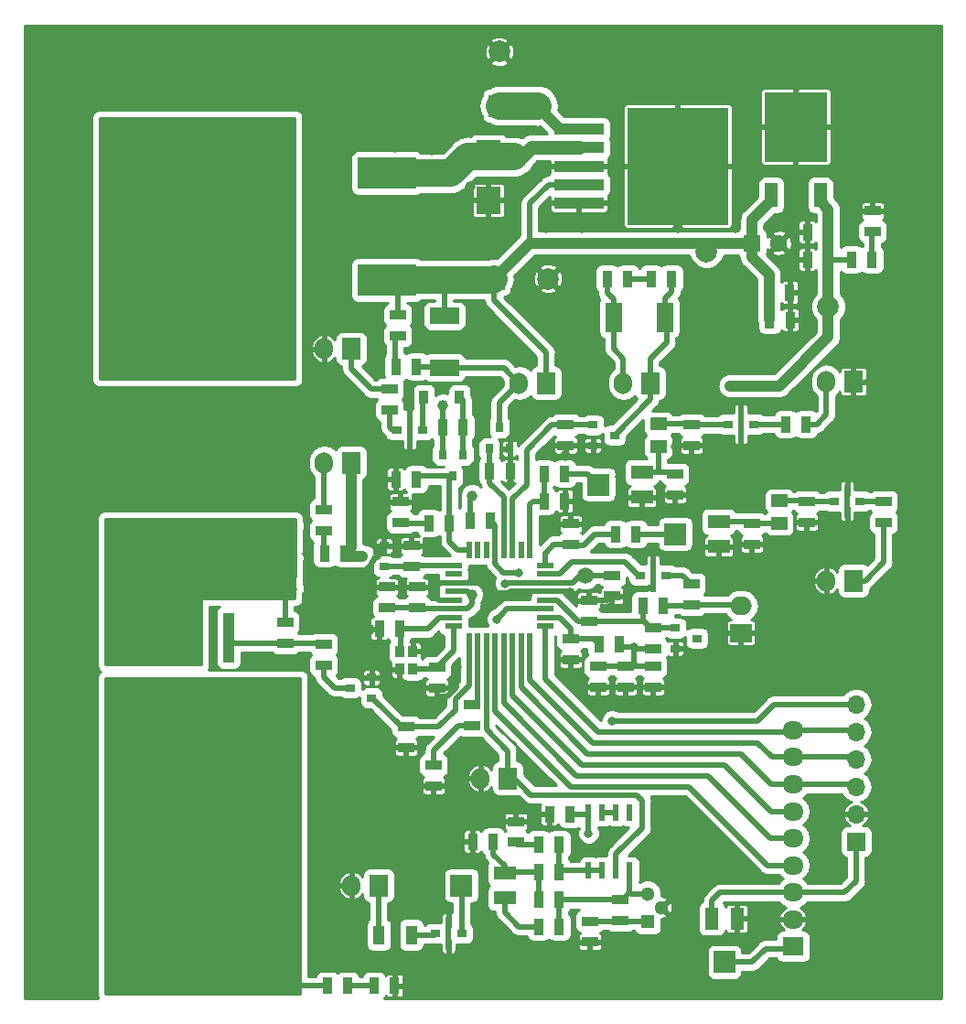
<source format=gbr>
G04 #@! TF.GenerationSoftware,KiCad,Pcbnew,(5.0.0-rc2-dev-378-g94dbcc719)*
G04 #@! TF.CreationDate,2018-04-09T20:17:52+02:00*
G04 #@! TF.ProjectId,sekvencer_v0.01,73656B76656E6365725F76302E30312E,rev?*
G04 #@! TF.SameCoordinates,Original*
G04 #@! TF.FileFunction,Copper,L1,Top,Signal*
G04 #@! TF.FilePolarity,Positive*
%FSLAX46Y46*%
G04 Gerber Fmt 4.6, Leading zero omitted, Abs format (unit mm)*
G04 Created by KiCad (PCBNEW (5.0.0-rc2-dev-378-g94dbcc719)) date 04/09/18 20:17:52*
%MOMM*%
%LPD*%
G01*
G04 APERTURE LIST*
%ADD10R,0.900000X1.000000*%
%ADD11C,2.000000*%
%ADD12R,1.500000X2.700000*%
%ADD13R,2.700000X1.500000*%
%ADD14C,1.500000*%
%ADD15R,1.500000X0.970000*%
%ADD16C,0.600000*%
%ADD17R,0.970000X0.800000*%
%ADD18R,0.600000X3.100000*%
%ADD19R,0.600000X0.650000*%
%ADD20C,6.400000*%
%ADD21C,0.800000*%
%ADD22R,1.070000X1.800000*%
%ADD23R,0.970000X1.500000*%
%ADD24R,1.950000X1.700000*%
%ADD25O,1.950000X1.700000*%
%ADD26R,1.700000X2.000000*%
%ADD27O,1.700000X2.000000*%
%ADD28R,0.600000X1.550000*%
%ADD29C,1.300000*%
%ADD30R,1.300000X1.300000*%
%ADD31R,2.000000X1.300000*%
%ADD32R,2.000000X2.000000*%
%ADD33R,2.300000X2.500000*%
%ADD34R,5.400000X2.900000*%
%ADD35R,0.800000X0.900000*%
%ADD36R,1.500000X1.145000*%
%ADD37R,1.600000X0.550000*%
%ADD38R,0.550000X1.600000*%
%ADD39R,4.600000X1.100000*%
%ADD40R,9.400000X10.800000*%
%ADD41R,2.000000X1.700000*%
%ADD42O,2.000000X1.700000*%
%ADD43R,0.900000X0.800000*%
%ADD44R,1.700000X1.700000*%
%ADD45O,1.700000X1.700000*%
%ADD46C,5.000000*%
%ADD47R,1.200000X2.200000*%
%ADD48R,5.800000X6.400000*%
%ADD49R,1.100000X4.600000*%
%ADD50R,10.800000X9.400000*%
%ADD51R,1.600000X1.600000*%
%ADD52C,1.600000*%
%ADD53R,1.300000X2.000000*%
%ADD54R,0.900000X1.200000*%
%ADD55C,1.000000*%
%ADD56C,1.200000*%
%ADD57C,1.800000*%
%ADD58C,0.508000*%
%ADD59C,1.016000*%
%ADD60C,2.540000*%
%ADD61C,1.270000*%
%ADD62C,0.254000*%
G04 APERTURE END LIST*
D10*
X182775500Y-106871000D03*
X182775500Y-108521000D03*
X184000500Y-108521000D03*
X184000500Y-106871000D03*
D11*
X199707500Y-76454000D03*
D12*
X207378000Y-75946000D03*
X202578000Y-75946000D03*
D13*
X186944000Y-80632000D03*
X186944000Y-75832000D03*
D11*
X222453200Y-74980800D03*
X211201000Y-69850000D03*
D14*
X199948800Y-99872800D03*
D15*
X193548000Y-122616000D03*
X193548000Y-124526000D03*
D16*
X159321500Y-88519000D03*
X158171500Y-88519000D03*
X160471500Y-88519000D03*
X156464000Y-85668000D03*
X157614000Y-85668000D03*
X155314000Y-85668000D03*
D17*
X188525000Y-132969000D03*
X186125000Y-132969000D03*
D16*
X187325000Y-132969000D03*
X187325000Y-131819000D03*
X187325000Y-134119000D03*
D18*
X187325000Y-132969000D03*
D19*
X187325000Y-133594000D03*
X187325000Y-132344000D03*
D16*
X177108000Y-56388000D03*
X177108000Y-55238000D03*
X177108000Y-57538000D03*
D17*
X225412000Y-92964000D03*
X223012000Y-92964000D03*
D16*
X224212000Y-92964000D03*
X224212000Y-91814000D03*
X224212000Y-94114000D03*
D18*
X224212000Y-92964000D03*
D19*
X224212000Y-93589000D03*
X224212000Y-92339000D03*
D17*
X215576000Y-85852000D03*
X213176000Y-85852000D03*
D16*
X214376000Y-85852000D03*
X214376000Y-84702000D03*
X214376000Y-87002000D03*
D18*
X214376000Y-85852000D03*
D19*
X214376000Y-86477000D03*
X214376000Y-85227000D03*
D17*
X182512000Y-86360000D03*
X184912000Y-86360000D03*
D16*
X183712000Y-86360000D03*
X183712000Y-87510000D03*
X183712000Y-85210000D03*
D18*
X183712000Y-86360000D03*
D19*
X183712000Y-85735000D03*
X183712000Y-86985000D03*
D17*
X207448000Y-99822000D03*
X205048000Y-99822000D03*
D16*
X206248000Y-99822000D03*
X206248000Y-98672000D03*
X206248000Y-100972000D03*
D18*
X206248000Y-99822000D03*
D19*
X206248000Y-100447000D03*
X206248000Y-99197000D03*
D20*
X151384000Y-134620000D03*
D21*
X153784000Y-134620000D03*
X153081056Y-136317056D03*
X151384000Y-137020000D03*
X149686944Y-136317056D03*
X148984000Y-134620000D03*
X149686944Y-132922944D03*
X151384000Y-132220000D03*
X153081056Y-132922944D03*
D22*
X180867000Y-133096000D03*
X183877000Y-133096000D03*
D20*
X152400000Y-53340000D03*
D21*
X152400000Y-55740000D03*
X150702944Y-55037056D03*
X150000000Y-53340000D03*
X150702944Y-51642944D03*
X152400000Y-50940000D03*
X154097056Y-51642944D03*
X154800000Y-53340000D03*
X154097056Y-55037056D03*
X230297056Y-51642944D03*
X228600000Y-50940000D03*
X226902944Y-51642944D03*
X226200000Y-53340000D03*
X226902944Y-55037056D03*
X228600000Y-55740000D03*
X230297056Y-55037056D03*
X231000000Y-53340000D03*
D20*
X228600000Y-53340000D03*
X228600000Y-134620000D03*
D21*
X231000000Y-134620000D03*
X230297056Y-136317056D03*
X228600000Y-137020000D03*
X226902944Y-136317056D03*
X226200000Y-134620000D03*
X226902944Y-132922944D03*
X228600000Y-132220000D03*
X230297056Y-132922944D03*
D20*
X177800000Y-115824000D03*
D21*
X180200000Y-115824000D03*
X179497056Y-117521056D03*
X177800000Y-118224000D03*
X176102944Y-117521056D03*
X175400000Y-115824000D03*
X176102944Y-114126944D03*
X177800000Y-113424000D03*
X179497056Y-114126944D03*
D20*
X151384000Y-115824000D03*
D21*
X153784000Y-115824000D03*
X153081056Y-117521056D03*
X151384000Y-118224000D03*
X149686944Y-117521056D03*
X148984000Y-115824000D03*
X149686944Y-114126944D03*
X151384000Y-113424000D03*
X153081056Y-114126944D03*
D15*
X202438000Y-101729500D03*
X202438000Y-99819500D03*
D23*
X197551000Y-124714000D03*
X195641000Y-124714000D03*
D24*
X219202000Y-134166000D03*
D25*
X219202000Y-131666000D03*
X219202000Y-129166000D03*
X219202000Y-126666000D03*
X219202000Y-124166000D03*
X219202000Y-121666000D03*
X219202000Y-119166000D03*
X219202000Y-116666000D03*
X219202000Y-114166000D03*
D23*
X191455000Y-124460000D03*
X189545000Y-124460000D03*
X198567000Y-121920000D03*
X196657000Y-121920000D03*
D26*
X180848000Y-128524000D03*
D27*
X178348000Y-128524000D03*
D28*
X200279000Y-127160000D03*
X201549000Y-127160000D03*
X202819000Y-127160000D03*
X204089000Y-127160000D03*
X204089000Y-121760000D03*
X202819000Y-121760000D03*
X201549000Y-121760000D03*
X200279000Y-121760000D03*
D29*
X207010000Y-130556000D03*
X205740000Y-129286000D03*
D30*
X205740000Y-131826000D03*
D31*
X192500000Y-127374000D03*
D32*
X188500000Y-128524000D03*
D31*
X192500000Y-129674000D03*
D15*
X200406000Y-133736000D03*
X200406000Y-131826000D03*
D23*
X195641000Y-129794000D03*
X197551000Y-129794000D03*
X197551000Y-132334000D03*
X195641000Y-132334000D03*
X195641000Y-127254000D03*
X197551000Y-127254000D03*
D11*
X192024000Y-51388000D03*
D32*
X192024000Y-56388000D03*
X191516000Y-72390000D03*
D11*
X196516000Y-72390000D03*
D33*
X191008000Y-60842000D03*
X191008000Y-65142000D03*
D34*
X181610000Y-62614000D03*
X181610000Y-72514000D03*
D35*
X191074000Y-88122000D03*
X192974000Y-88122000D03*
X192024000Y-86122000D03*
D23*
X187391000Y-94996000D03*
X185481000Y-94996000D03*
D27*
X222290000Y-100330000D03*
D26*
X224790000Y-100330000D03*
D36*
X217932000Y-95022500D03*
X217932000Y-92937500D03*
D15*
X198143756Y-85913000D03*
X198143756Y-87823000D03*
D37*
X187774000Y-98927000D03*
X187774000Y-99727000D03*
X187774000Y-100527000D03*
X187774000Y-101327000D03*
X187774000Y-102127000D03*
X187774000Y-102927000D03*
X187774000Y-103727000D03*
X187774000Y-104527000D03*
D38*
X189224000Y-105977000D03*
X190024000Y-105977000D03*
X190824000Y-105977000D03*
X191624000Y-105977000D03*
X192424000Y-105977000D03*
X193224000Y-105977000D03*
X194024000Y-105977000D03*
X194824000Y-105977000D03*
D37*
X196274000Y-104527000D03*
X196274000Y-103727000D03*
X196274000Y-102927000D03*
X196274000Y-102127000D03*
X196274000Y-101327000D03*
X196274000Y-100527000D03*
X196274000Y-99727000D03*
X196274000Y-98927000D03*
D38*
X194824000Y-97477000D03*
X194024000Y-97477000D03*
X193224000Y-97477000D03*
X192424000Y-97477000D03*
X191624000Y-97477000D03*
X190824000Y-97477000D03*
X190024000Y-97477000D03*
X189224000Y-97477000D03*
D39*
X199384000Y-58576000D03*
X199384000Y-60276000D03*
X199384000Y-61976000D03*
X199384000Y-63676000D03*
X199384000Y-65376000D03*
D40*
X208534000Y-61976000D03*
D23*
X205293000Y-102616000D03*
X207203000Y-102616000D03*
D41*
X214376000Y-105156000D03*
D42*
X214376000Y-102656000D03*
D15*
X227584000Y-94935000D03*
X227584000Y-93025000D03*
D23*
X184343000Y-90932000D03*
X182433000Y-90932000D03*
D26*
X178308000Y-89408000D03*
D27*
X175808000Y-89408000D03*
D43*
X208296000Y-104714000D03*
X208296000Y-106614000D03*
X210296000Y-105664000D03*
D27*
X222290000Y-81915000D03*
D26*
X224790000Y-81915000D03*
D44*
X225044000Y-124460000D03*
D45*
X225044000Y-121920000D03*
X225044000Y-119380000D03*
X225044000Y-116840000D03*
X225044000Y-114300000D03*
X225044000Y-111760000D03*
D15*
X220472000Y-94935000D03*
X220472000Y-93025000D03*
X209804000Y-85913000D03*
X209804000Y-87823000D03*
X215392000Y-95057000D03*
X215392000Y-96967000D03*
X208280000Y-92395000D03*
X208280000Y-90485000D03*
X203708000Y-110175000D03*
X203708000Y-108265000D03*
D23*
X217038000Y-76200000D03*
X218948000Y-76200000D03*
D15*
X201168000Y-110175000D03*
X201168000Y-108265000D03*
X206248000Y-108265000D03*
X206248000Y-110175000D03*
X198628000Y-95057000D03*
X198628000Y-96967000D03*
D23*
X196149000Y-92964000D03*
X198059000Y-92964000D03*
D15*
X200304400Y-104079000D03*
X200304400Y-102169000D03*
X181610000Y-102809000D03*
X181610000Y-100899000D03*
X184404000Y-100899000D03*
X184404000Y-102809000D03*
X198628000Y-105725000D03*
X198628000Y-107635000D03*
D23*
X216977000Y-73660000D03*
X218887000Y-73660000D03*
X222443000Y-68072000D03*
X220533000Y-68072000D03*
X220533000Y-70612000D03*
X222443000Y-70612000D03*
X180909000Y-104775000D03*
X182819000Y-104775000D03*
D15*
X186245500Y-110238500D03*
X186245500Y-108328500D03*
D26*
X178308000Y-78867000D03*
D27*
X175808000Y-78867000D03*
X203494000Y-82042000D03*
D26*
X205994000Y-82042000D03*
X196342000Y-82042000D03*
D27*
X193842000Y-82042000D03*
D26*
X192786000Y-118618000D03*
D27*
X190286000Y-118618000D03*
D36*
X206756000Y-85825500D03*
X206756000Y-87910500D03*
D23*
X201229000Y-106172000D03*
X203139000Y-106172000D03*
D35*
X187706000Y-90662000D03*
X186756000Y-88662000D03*
X188656000Y-88662000D03*
D43*
X178197000Y-110236000D03*
X180197000Y-109286000D03*
X180197000Y-111186000D03*
X181340000Y-98994000D03*
X181340000Y-97094000D03*
X179340000Y-98044000D03*
X200676000Y-85918000D03*
X200676000Y-87818000D03*
X202676000Y-86868000D03*
D23*
X186751000Y-86106000D03*
X188661000Y-86106000D03*
D15*
X206248000Y-104709000D03*
X206248000Y-106619000D03*
D23*
X204663000Y-96012000D03*
X202753000Y-96012000D03*
X198059000Y-90424000D03*
X196149000Y-90424000D03*
X189291000Y-94742000D03*
X191201000Y-94742000D03*
D15*
X181864000Y-82611000D03*
X181864000Y-84521000D03*
X226568000Y-68011000D03*
X226568000Y-66101000D03*
D23*
X193037208Y-90170000D03*
X191127208Y-90170000D03*
D15*
X183896000Y-98999000D03*
X183896000Y-97089000D03*
X209804000Y-102555000D03*
X209804000Y-100645000D03*
X183388000Y-113853000D03*
X183388000Y-115763000D03*
D46*
X160589450Y-77859198D03*
X160589450Y-98179198D03*
X168209450Y-98179198D03*
X168209450Y-77859198D03*
D15*
X189484000Y-113731000D03*
X189484000Y-111821000D03*
X172212000Y-104201000D03*
X172212000Y-106111000D03*
D23*
X218501000Y-85852000D03*
X220411000Y-85852000D03*
D47*
X217176000Y-64652000D03*
X221736000Y-64652000D03*
D48*
X219456000Y-58352000D03*
D31*
X212312000Y-94862000D03*
D32*
X208312000Y-96012000D03*
D31*
X212312000Y-97162000D03*
X205200000Y-92590000D03*
D32*
X201200000Y-91440000D03*
D31*
X205200000Y-90290000D03*
D49*
X166939450Y-105612198D03*
X161859450Y-105612198D03*
D50*
X164399450Y-114762198D03*
D46*
X158814450Y-66297198D03*
X169614450Y-66297198D03*
X169614450Y-61087198D03*
X169614450Y-71497198D03*
X158814450Y-61087198D03*
X158814450Y-71497198D03*
X159126000Y-135044800D03*
X159126000Y-124634800D03*
X169926000Y-135044800D03*
X169926000Y-124634800D03*
X169926000Y-129844800D03*
X159126000Y-129844800D03*
D15*
X203200000Y-129855000D03*
X203200000Y-131765000D03*
D51*
X215392000Y-69088000D03*
D52*
X217892000Y-69088000D03*
D23*
X224597000Y-70612000D03*
X226507000Y-70612000D03*
X182311000Y-137795000D03*
X180401000Y-137795000D03*
D15*
X175768000Y-95697000D03*
X175768000Y-93787000D03*
X182880000Y-93025000D03*
X182880000Y-94935000D03*
D23*
X201991000Y-72390000D03*
X203901000Y-72390000D03*
D15*
X185928000Y-117409000D03*
X185928000Y-119319000D03*
X182626000Y-77663000D03*
X182626000Y-75753000D03*
X175768000Y-108143000D03*
X175768000Y-106233000D03*
D23*
X176083000Y-137795000D03*
X177993000Y-137795000D03*
X206055000Y-72390000D03*
X207965000Y-72390000D03*
X182433000Y-80518000D03*
X184343000Y-80518000D03*
X177739000Y-97790000D03*
X175829000Y-97790000D03*
D53*
X211702000Y-131604000D03*
D32*
X212852000Y-135604000D03*
D53*
X214002000Y-131604000D03*
D54*
X185040000Y-83312000D03*
X188340000Y-83312000D03*
D55*
X198526400Y-101498400D03*
X231648000Y-102108000D03*
X231648000Y-123190000D03*
X231648000Y-128524000D03*
X231648000Y-117856000D03*
X231648000Y-59436000D03*
X231648000Y-64770000D03*
X231648000Y-107442000D03*
X231648000Y-112776000D03*
X231648000Y-80772000D03*
X231648000Y-75438000D03*
X231648000Y-70104000D03*
X231648000Y-91440000D03*
X231648000Y-86106000D03*
X231648000Y-96774000D03*
X223520000Y-137668000D03*
X191516000Y-137668000D03*
X186182000Y-137668000D03*
X183642000Y-137668000D03*
X212852000Y-137668000D03*
X218186000Y-137668000D03*
X202184000Y-137668000D03*
X207518000Y-137668000D03*
X196850000Y-137668000D03*
X175260000Y-131572000D03*
X175260000Y-126492000D03*
X175260000Y-121412000D03*
X223266000Y-50292000D03*
X217932000Y-50292000D03*
X169926000Y-50292000D03*
X175260000Y-50292000D03*
X185928000Y-50292000D03*
X180340000Y-50292000D03*
X196596000Y-50292000D03*
X201930000Y-50292000D03*
X207264000Y-50292000D03*
X212598000Y-50292000D03*
X175260000Y-136017000D03*
X172847000Y-107823000D03*
X149352000Y-96774000D03*
X149352000Y-86106000D03*
X149352000Y-80772000D03*
X149352000Y-123444000D03*
X149352000Y-107442000D03*
X149352000Y-102108000D03*
X149352000Y-91440000D03*
X149352000Y-112395000D03*
X149352000Y-59690000D03*
X149352000Y-75438000D03*
X149352000Y-70358000D03*
X149352000Y-128778000D03*
X149352000Y-65024000D03*
X149352000Y-119253000D03*
X159131000Y-50292000D03*
X164211000Y-50292000D03*
X180467000Y-53086000D03*
X183388000Y-53086000D03*
X186055000Y-53086000D03*
X188849000Y-53086000D03*
X166116000Y-88773000D03*
X168910000Y-88773000D03*
X193294000Y-67310000D03*
X191008000Y-69596000D03*
X188722000Y-67437000D03*
X186690000Y-65278000D03*
X195834000Y-62230000D03*
X193294000Y-63754000D03*
X208534000Y-55372000D03*
X202946000Y-55372000D03*
X202946000Y-61976000D03*
X214503000Y-61976000D03*
X202946000Y-58801000D03*
X208534000Y-67691000D03*
D21*
X202946000Y-67691000D03*
D55*
X202946000Y-64770000D03*
X213868000Y-67691000D03*
X214503000Y-64770000D03*
X214376000Y-58801000D03*
X214376000Y-55499000D03*
X219456000Y-62865000D03*
X223774000Y-58293000D03*
X219456000Y-53975000D03*
X219202000Y-67945000D03*
X219202000Y-70612000D03*
X220472000Y-73533000D03*
X220472000Y-76200000D03*
X224282000Y-73533000D03*
X224409000Y-76200000D03*
X223266000Y-80010000D03*
X219964000Y-83312000D03*
X216662000Y-84074000D03*
X218948000Y-78486000D03*
X216662000Y-80010000D03*
X208407000Y-87884000D03*
X203200000Y-90678000D03*
X204724000Y-87249000D03*
X198120000Y-88773000D03*
X200660000Y-89154000D03*
X208280000Y-93726000D03*
X205232000Y-94107000D03*
X197104000Y-94996000D03*
X200025000Y-94107000D03*
X202692000Y-94107000D03*
X210185000Y-91186000D03*
X212852000Y-88519000D03*
X212344000Y-98806000D03*
X215392000Y-98298000D03*
X201422000Y-97282000D03*
X208915000Y-98298000D03*
X190881000Y-78994000D03*
X192278000Y-77597000D03*
X194310000Y-79883000D03*
D21*
X187325000Y-78486000D03*
X190373000Y-75438000D03*
D55*
X184531000Y-75311000D03*
X184531000Y-77089000D03*
D21*
X189611000Y-90297000D03*
D55*
X190373000Y-86106000D03*
D21*
X193040000Y-91313000D03*
D55*
X193675000Y-86741000D03*
X196215000Y-84455000D03*
X199898000Y-83693000D03*
X202311000Y-85217000D03*
X199898000Y-80264000D03*
X186817000Y-82550000D03*
X190373000Y-82169000D03*
D21*
X183642000Y-82169000D03*
X179705000Y-86741000D03*
D55*
X178181000Y-82931000D03*
X174498000Y-86614000D03*
X180594000Y-80518000D03*
X180594000Y-75311000D03*
X196342000Y-67691000D03*
X199644000Y-67691000D03*
X188722000Y-58420000D03*
X189357000Y-63881000D03*
X185801000Y-60452000D03*
X194564000Y-75184000D03*
X196850000Y-77597000D03*
X199771000Y-70612000D03*
X204978000Y-70612000D03*
X211201000Y-71882000D03*
X214884000Y-72644000D03*
X214884000Y-76708000D03*
X210947000Y-81915000D03*
X209423000Y-76073000D03*
X200533000Y-74485500D03*
X219456000Y-88138000D03*
X223139000Y-86868000D03*
X226568000Y-64770000D03*
X224536000Y-68453000D03*
X223901000Y-64389000D03*
X228346000Y-70612000D03*
X207899000Y-84074000D03*
X208153000Y-80010000D03*
X182372000Y-60198000D03*
X177673000Y-62611000D03*
X181483000Y-65278000D03*
X181483000Y-69850000D03*
X177546000Y-72517000D03*
X167894000Y-55753000D03*
X157099000Y-55753000D03*
X162179000Y-55753000D03*
X160020000Y-93091000D03*
X170815000Y-93091000D03*
X165100000Y-93091000D03*
X174244000Y-97790000D03*
X174244000Y-104394000D03*
X179578000Y-100076000D03*
X178054000Y-107950000D03*
X177292000Y-102870000D03*
X198628000Y-109220000D03*
X201422000Y-111760000D03*
X206502000Y-111760000D03*
X208280000Y-108204000D03*
X210566000Y-111760000D03*
X214630000Y-111760000D03*
X217678000Y-110363000D03*
X223012000Y-109982000D03*
X227330000Y-113030000D03*
X227330000Y-118110000D03*
X227330000Y-122936000D03*
X222250000Y-121412000D03*
X222250000Y-127000000D03*
X222250000Y-131318000D03*
X226568000Y-129540000D03*
X216408000Y-131572000D03*
X208788000Y-133858000D03*
X210820000Y-127508000D03*
X207264000Y-123698000D03*
X205994000Y-127000000D03*
X193548000Y-121158000D03*
X195326000Y-121920000D03*
X202692000Y-123952000D03*
X199390000Y-125222000D03*
X195834000Y-118618000D03*
X185928000Y-120904000D03*
X183388000Y-117602000D03*
X175260000Y-111506000D03*
X166116000Y-83312000D03*
X171450000Y-83312000D03*
X156718000Y-82804000D03*
X160909000Y-86868000D03*
D21*
X185039000Y-92837000D03*
D55*
X180340000Y-94742000D03*
X185674000Y-97282000D03*
X180467000Y-90932000D03*
X187960000Y-124460000D03*
X200406000Y-135382000D03*
X204012800Y-101142800D03*
X202387200Y-102819200D03*
X220599000Y-96520000D03*
X188341000Y-116205000D03*
X205613000Y-125222000D03*
X189611000Y-99314000D03*
D21*
X185928000Y-101727000D03*
X194437000Y-101727000D03*
D55*
X172466000Y-88773000D03*
X204914500Y-97917000D03*
X186372500Y-105600500D03*
X185801000Y-106807000D03*
X188023500Y-108331000D03*
X186182000Y-111760000D03*
X181483000Y-108839000D03*
X180022500Y-104838500D03*
X213360000Y-82296000D03*
D21*
X204470000Y-106426000D03*
D55*
X189484000Y-101600000D03*
X189484000Y-92456000D03*
X186817000Y-84074000D03*
D21*
X200279000Y-123698000D03*
D56*
X165801885Y-74905974D03*
X162499885Y-74905974D03*
X164338000Y-81026000D03*
X157734000Y-81026000D03*
X170688000Y-81026000D03*
X167640000Y-81026000D03*
X161290000Y-81026000D03*
X155895885Y-74143974D03*
X172405885Y-74143974D03*
X155895885Y-77978000D03*
X172466000Y-77978000D03*
X172405885Y-63475974D03*
X165801885Y-69317974D03*
X161229885Y-58141974D03*
X162499885Y-66523974D03*
X155895885Y-68809974D03*
X162499885Y-60173974D03*
X162499885Y-63221974D03*
X165801885Y-60173974D03*
X167579885Y-58141974D03*
X172405885Y-68809974D03*
X162499885Y-69317974D03*
X162499885Y-72111974D03*
X170627885Y-58141974D03*
X155895885Y-63475974D03*
X157673885Y-58141974D03*
X165801885Y-63221974D03*
X164277885Y-58141974D03*
X165801885Y-72111974D03*
X165801885Y-66523974D03*
X164338000Y-77978000D03*
D21*
X192531968Y-100584000D03*
X193802000Y-99568000D03*
X202438000Y-113284000D03*
D56*
X156210000Y-132588000D03*
X156210000Y-127254000D03*
X172720000Y-127254000D03*
X172720000Y-132588000D03*
X170942000Y-137922000D03*
X167386000Y-137922000D03*
X157988000Y-137922000D03*
X161036000Y-137922000D03*
X164338000Y-137922000D03*
X162814000Y-135890000D03*
X166116000Y-135890000D03*
X166116000Y-132842000D03*
X162814000Y-132842000D03*
X162814000Y-129540000D03*
X166116000Y-129540000D03*
X166116000Y-126746000D03*
X162814000Y-126746000D03*
X162814000Y-123952000D03*
X166116000Y-123952000D03*
D57*
X162814000Y-118618000D03*
X160020000Y-118618000D03*
X166116000Y-118618000D03*
X168656000Y-118618000D03*
X162814000Y-116078000D03*
X160020000Y-116078000D03*
X166116000Y-116078000D03*
X168656000Y-116078000D03*
X162814000Y-113538000D03*
X160020000Y-113538000D03*
X166116000Y-113538000D03*
X168656000Y-113538000D03*
X166116000Y-110998000D03*
X162814000Y-110998000D03*
X168656000Y-110998000D03*
X160020000Y-110998000D03*
X157226000Y-113538000D03*
X157226000Y-118618000D03*
X157226000Y-110998000D03*
X157226000Y-116078000D03*
X171196000Y-113538000D03*
X171196000Y-110998000D03*
X171196000Y-118618000D03*
X171196000Y-116078000D03*
X166116000Y-121158000D03*
X160020000Y-121158000D03*
X168656000Y-121158000D03*
X162814000Y-121158000D03*
X171196000Y-121158000D03*
X157226000Y-121158000D03*
D21*
X191770000Y-103886000D03*
D56*
X162560000Y-95250000D03*
X172720000Y-98044000D03*
X169418000Y-95250000D03*
X159512000Y-95250000D03*
X166116000Y-95250000D03*
X172720000Y-95250000D03*
X172720000Y-101092000D03*
X169418000Y-101092000D03*
X166116000Y-101092000D03*
X156464000Y-98552000D03*
X156464000Y-95250000D03*
D57*
X163512500Y-106997500D03*
X160210500Y-104457500D03*
X160210500Y-101917500D03*
X163512500Y-101917500D03*
X160210500Y-106997500D03*
X163512500Y-104457500D03*
X157416500Y-104457500D03*
X157416500Y-101917500D03*
X157416500Y-106997500D03*
D56*
X164338000Y-98044000D03*
D58*
X186455000Y-102127000D02*
X186182000Y-101854000D01*
X187774000Y-102127000D02*
X186455000Y-102127000D01*
X186182000Y-101854000D02*
X186182000Y-100838000D01*
X186182000Y-100838000D02*
X186466000Y-100554000D01*
X186466000Y-100554000D02*
X186466000Y-100527000D01*
X193052890Y-101327000D02*
X192941889Y-101438001D01*
X196274000Y-101327000D02*
X193052890Y-101327000D01*
X192941889Y-101438001D02*
X191100001Y-101438001D01*
X191100001Y-101438001D02*
X190189000Y-100527000D01*
X190189000Y-100527000D02*
X187774000Y-100527000D01*
X196274000Y-101327000D02*
X198355000Y-101327000D01*
X198355000Y-101327000D02*
X198526400Y-101498400D01*
X187774000Y-100527000D02*
X186466000Y-100527000D01*
X186466000Y-100527000D02*
X186409000Y-100584000D01*
X205823736Y-100972000D02*
X205703736Y-101092000D01*
X206248000Y-100972000D02*
X205823736Y-100972000D01*
X201998500Y-102169000D02*
X202438000Y-101729500D01*
X200304400Y-102169000D02*
X201998500Y-102169000D01*
X187187521Y-111064000D02*
X188087000Y-110164521D01*
X186245500Y-111064000D02*
X187187521Y-111064000D01*
X188087000Y-110164521D02*
X188087000Y-108204000D01*
X180848000Y-98044000D02*
X180848000Y-97586000D01*
X180752001Y-98139999D02*
X180848000Y-98044000D01*
X180526799Y-98139999D02*
X180752001Y-98139999D01*
X180435999Y-98230799D02*
X180526799Y-98139999D01*
X179578000Y-99822000D02*
X179705000Y-99695000D01*
X180848000Y-97586000D02*
X181340000Y-97094000D01*
X179578000Y-100076000D02*
X179578000Y-99822000D01*
X179705000Y-99695000D02*
X179705000Y-99314000D01*
X179705000Y-99314000D02*
X180213000Y-98806000D01*
X180213000Y-98806000D02*
X180213000Y-98679000D01*
X180435999Y-98456001D02*
X180435999Y-98230799D01*
X180213000Y-98679000D02*
X180435999Y-98456001D01*
X220472000Y-93025000D02*
X222951000Y-93025000D01*
X222951000Y-93025000D02*
X223012000Y-92964000D01*
X217932000Y-92937500D02*
X220384500Y-92937500D01*
X220384500Y-92937500D02*
X220472000Y-93025000D01*
X209804000Y-85913000D02*
X213115000Y-85913000D01*
X213115000Y-85913000D02*
X213176000Y-85852000D01*
X206756000Y-85825500D02*
X209716500Y-85825500D01*
X209716500Y-85825500D02*
X209804000Y-85913000D01*
D59*
X216977000Y-73660000D02*
X216977000Y-76139000D01*
D58*
X216977000Y-76139000D02*
X217038000Y-76200000D01*
D59*
X215392000Y-70396000D02*
X216977000Y-71981000D01*
X215392000Y-69088000D02*
X215392000Y-70396000D01*
X216977000Y-71981000D02*
X216977000Y-73660000D01*
X215392000Y-66936000D02*
X215392000Y-69088000D01*
X217176000Y-64652000D02*
X217176000Y-65152000D01*
X217176000Y-65152000D02*
X215392000Y-66936000D01*
D60*
X181610000Y-72514000D02*
X184912000Y-72514000D01*
D58*
X194818000Y-69088000D02*
X194818000Y-65434000D01*
D59*
X191516000Y-72390000D02*
X194818000Y-69088000D01*
D58*
X194818000Y-65434000D02*
X196576000Y-63676000D01*
X196576000Y-63676000D02*
X199384000Y-63676000D01*
D60*
X191392000Y-72514000D02*
X191516000Y-72390000D01*
D58*
X186944000Y-75692000D02*
X186944000Y-72882000D01*
D60*
X188722000Y-72514000D02*
X191392000Y-72514000D01*
D58*
X183642000Y-72644000D02*
X183134000Y-72136000D01*
X182626000Y-75753000D02*
X182626000Y-72644000D01*
X186944000Y-72514000D02*
X186944000Y-72882000D01*
D60*
X186944000Y-72514000D02*
X188722000Y-72514000D01*
X184912000Y-72514000D02*
X186944000Y-72514000D01*
D58*
X196342000Y-79232000D02*
X196342000Y-82042000D01*
X191516000Y-72390000D02*
X191516000Y-74406000D01*
X191516000Y-74406000D02*
X196342000Y-79232000D01*
X202578000Y-78880000D02*
X202578000Y-75946000D01*
X203494000Y-82042000D02*
X203494000Y-79796000D01*
X203494000Y-79796000D02*
X202578000Y-78880000D01*
X201991000Y-73648000D02*
X201991000Y-72390000D01*
X202003000Y-73660000D02*
X201991000Y-73648000D01*
X202003000Y-73733000D02*
X202003000Y-73660000D01*
X202578000Y-75946000D02*
X202578000Y-74308000D01*
X202578000Y-74308000D02*
X202003000Y-73733000D01*
D59*
X215392000Y-69088000D02*
X213576000Y-69088000D01*
D58*
X175768000Y-89448000D02*
X175808000Y-89408000D01*
X175768000Y-93787000D02*
X175768000Y-89448000D01*
X211455000Y-69850000D02*
X212217000Y-69088000D01*
X211201000Y-69850000D02*
X211455000Y-69850000D01*
D59*
X213576000Y-69088000D02*
X212217000Y-69088000D01*
X212217000Y-69088000D02*
X194818000Y-69088000D01*
D58*
X215392000Y-95057000D02*
X217897500Y-95057000D01*
X217897500Y-95057000D02*
X217932000Y-95022500D01*
X212312000Y-94862000D02*
X215197000Y-94862000D01*
X215197000Y-94862000D02*
X215392000Y-95057000D01*
X206756000Y-90290000D02*
X208085000Y-90290000D01*
X205200000Y-90290000D02*
X206756000Y-90290000D01*
X206756000Y-87910500D02*
X206756000Y-90290000D01*
X208085000Y-90290000D02*
X208280000Y-90485000D01*
X224597000Y-70612000D02*
X222443000Y-70612000D01*
D59*
X222443000Y-77785000D02*
X217932000Y-82296000D01*
X214884000Y-82296000D02*
X214685623Y-82296000D01*
X214685623Y-82296000D02*
X213360000Y-82296000D01*
X222443000Y-70612000D02*
X222443000Y-77785000D01*
X217932000Y-82296000D02*
X214884000Y-82296000D01*
X222443000Y-70612000D02*
X222443000Y-68072000D01*
X221736000Y-65272000D02*
X222443000Y-65979000D01*
X222443000Y-65979000D02*
X222443000Y-68072000D01*
X221736000Y-64652000D02*
X221736000Y-65272000D01*
D58*
X204724000Y-108265000D02*
X206248000Y-108265000D01*
X203708000Y-108265000D02*
X204724000Y-108265000D01*
X204470000Y-106426000D02*
X204470000Y-108011000D01*
X204470000Y-108011000D02*
X204724000Y-108265000D01*
X206248000Y-106619000D02*
X204663000Y-106619000D01*
X204663000Y-106619000D02*
X204470000Y-106426000D01*
X204470000Y-106426000D02*
X203393000Y-106426000D01*
X203393000Y-106426000D02*
X203139000Y-106172000D01*
X201168000Y-108265000D02*
X203708000Y-108265000D01*
X181610000Y-102809000D02*
X184404000Y-102809000D01*
X187774000Y-102927000D02*
X184522000Y-102927000D01*
X184522000Y-102927000D02*
X184404000Y-102809000D01*
X189291000Y-94742000D02*
X189291000Y-92649000D01*
X189291000Y-92649000D02*
X189484000Y-92456000D01*
X186756000Y-88662000D02*
X186756000Y-86111000D01*
X186756000Y-86111000D02*
X186751000Y-86106000D01*
X189484000Y-102525000D02*
X189484000Y-101729000D01*
X189484000Y-101729000D02*
X189082000Y-101327000D01*
X189082000Y-101327000D02*
X187774000Y-101327000D01*
X187774000Y-102927000D02*
X189082000Y-102927000D01*
X189082000Y-102927000D02*
X189484000Y-102525000D01*
X219202000Y-129166000D02*
X212464000Y-129166000D01*
X211702000Y-129928000D02*
X211702000Y-131604000D01*
X212464000Y-129166000D02*
X211702000Y-129928000D01*
X225044000Y-128104000D02*
X225044000Y-124460000D01*
X219202000Y-129166000D02*
X223982000Y-129166000D01*
X223982000Y-129166000D02*
X225044000Y-128104000D01*
X186751000Y-84140000D02*
X186817000Y-84074000D01*
X186751000Y-86106000D02*
X186751000Y-84140000D01*
X200279000Y-123698000D02*
X200279000Y-121760000D01*
X198567000Y-121920000D02*
X200152000Y-121920000D01*
X222443000Y-76405213D02*
X222443000Y-77785000D01*
X222453200Y-76395013D02*
X222443000Y-76405213D01*
X222453200Y-74980800D02*
X222453200Y-76395013D01*
D59*
X195564000Y-56388000D02*
X195564000Y-56506000D01*
X195564000Y-56506000D02*
X197634000Y-58576000D01*
X197634000Y-58576000D02*
X199384000Y-58576000D01*
D60*
X192024000Y-56388000D02*
X195564000Y-56388000D01*
X195564000Y-56388000D02*
X195580000Y-56404000D01*
D58*
X199840798Y-97028000D02*
X198689000Y-97028000D01*
X198689000Y-97028000D02*
X198628000Y-96967000D01*
X202753000Y-96012000D02*
X200856798Y-96012000D01*
X200856798Y-96012000D02*
X199840798Y-97028000D01*
X197063400Y-96967000D02*
X196303900Y-97726500D01*
X196303900Y-97726500D02*
X196278500Y-97726500D01*
X198628000Y-96967000D02*
X197063400Y-96967000D01*
X196278500Y-98139500D02*
X196278500Y-97726500D01*
X196274000Y-98927000D02*
X196274000Y-98144000D01*
X196274000Y-98144000D02*
X196278500Y-98139500D01*
X196274000Y-98927000D02*
X196274000Y-98874000D01*
X196149000Y-92964000D02*
X196149000Y-90424000D01*
X194824000Y-97477000D02*
X194824000Y-93296000D01*
X194824000Y-93296000D02*
X195156000Y-92964000D01*
X195156000Y-92964000D02*
X196149000Y-92964000D01*
X206248000Y-104709000D02*
X208291000Y-104709000D01*
X208291000Y-104709000D02*
X208296000Y-104714000D01*
X200365400Y-104140000D02*
X200304400Y-104079000D01*
X197347202Y-102108000D02*
X196293000Y-102108000D01*
X196293000Y-102108000D02*
X196274000Y-102127000D01*
X200660000Y-104079000D02*
X199318202Y-104079000D01*
X199318202Y-104079000D02*
X197347202Y-102108000D01*
X205232000Y-103935000D02*
X205232000Y-104079000D01*
X205293000Y-103874000D02*
X205232000Y-103935000D01*
X205293000Y-102616000D02*
X205293000Y-103874000D01*
X200304400Y-104079000D02*
X205232000Y-104079000D01*
X205425000Y-104079000D02*
X205740000Y-104394000D01*
X205232000Y-104079000D02*
X205425000Y-104079000D01*
X198628000Y-105725000D02*
X200782000Y-105725000D01*
X200782000Y-105725000D02*
X201229000Y-106172000D01*
X196274000Y-103727000D02*
X197623000Y-103727000D01*
X197623000Y-103727000D02*
X198628000Y-104732000D01*
X198628000Y-104732000D02*
X198628000Y-105725000D01*
X192588968Y-100527000D02*
X192531968Y-100584000D01*
X196274000Y-100527000D02*
X192588968Y-100527000D01*
X199494100Y-99819500D02*
X202438000Y-99819500D01*
X196274000Y-100527000D02*
X198786600Y-100527000D01*
X198786600Y-100527000D02*
X199494100Y-99819500D01*
X225412000Y-92964000D02*
X227523000Y-92964000D01*
X227523000Y-92964000D02*
X227584000Y-93025000D01*
X215576000Y-85852000D02*
X218501000Y-85852000D01*
X182880000Y-106744000D02*
X182880000Y-104797500D01*
X186466000Y-103727000D02*
X187774000Y-103727000D01*
X185418000Y-104775000D02*
X186466000Y-103727000D01*
X183007000Y-104775000D02*
X185418000Y-104775000D01*
X183347000Y-104797500D02*
X183029500Y-104797500D01*
X183029500Y-104797500D02*
X183007000Y-104775000D01*
X187774000Y-106800000D02*
X186245500Y-108328500D01*
X187774000Y-104527000D02*
X187774000Y-106800000D01*
X186116000Y-108458000D02*
X186245500Y-108328500D01*
X183896000Y-108458000D02*
X186116000Y-108458000D01*
X188656000Y-88662000D02*
X188656000Y-86111000D01*
X188656000Y-86111000D02*
X188661000Y-86106000D01*
X188661000Y-86106000D02*
X188661000Y-83633000D01*
X188661000Y-83633000D02*
X188340000Y-83312000D01*
X205994000Y-82042000D02*
X205994000Y-83550000D01*
X205994000Y-83550000D02*
X202676000Y-86868000D01*
X207518000Y-76086000D02*
X207378000Y-75946000D01*
X207518000Y-78232000D02*
X207518000Y-76086000D01*
X205994000Y-82042000D02*
X205994000Y-79756000D01*
X205994000Y-79756000D02*
X207518000Y-78232000D01*
X207965000Y-73648000D02*
X207965000Y-72390000D01*
X207378000Y-75946000D02*
X207378000Y-74235000D01*
X207378000Y-74235000D02*
X207965000Y-73648000D01*
X192024000Y-83860000D02*
X193842000Y-82042000D01*
X192024000Y-86122000D02*
X192024000Y-83860000D01*
X186830000Y-80518000D02*
X186944000Y-80632000D01*
X184343000Y-80518000D02*
X186830000Y-80518000D01*
X192432000Y-80632000D02*
X193842000Y-82042000D01*
X186944000Y-80632000D02*
X192432000Y-80632000D01*
D61*
X199384000Y-60276000D02*
X194994000Y-60276000D01*
X194174000Y-61096000D02*
X193412000Y-61096000D01*
X194994000Y-60276000D02*
X194174000Y-61096000D01*
D60*
X189094000Y-61096000D02*
X187576000Y-62614000D01*
X187576000Y-62614000D02*
X181610000Y-62614000D01*
X191262000Y-61096000D02*
X189094000Y-61096000D01*
X191262000Y-61096000D02*
X193412000Y-61096000D01*
D58*
X219068000Y-114300000D02*
X219202000Y-114166000D01*
X201168000Y-114300000D02*
X219068000Y-114300000D01*
X196274000Y-104527000D02*
X196274000Y-109406000D01*
X196274000Y-109406000D02*
X201168000Y-114300000D01*
X224924000Y-114166000D02*
X225044000Y-114046000D01*
X219202000Y-114166000D02*
X224924000Y-114166000D01*
X191624000Y-97477000D02*
X191624000Y-95165000D01*
X191624000Y-95165000D02*
X191201000Y-94742000D01*
X192407000Y-99568000D02*
X193802000Y-99568000D01*
X191624000Y-97477000D02*
X191624000Y-98785000D01*
X191624000Y-98785000D02*
X192407000Y-99568000D01*
X202692000Y-113284000D02*
X202438000Y-113284000D01*
X215900000Y-113284000D02*
X202692000Y-113284000D01*
X225044000Y-111760000D02*
X217424000Y-111760000D01*
X217424000Y-111760000D02*
X215900000Y-113284000D01*
X217250000Y-116666000D02*
X219202000Y-116666000D01*
X215900000Y-115316000D02*
X217250000Y-116666000D01*
X200660000Y-115316000D02*
X215900000Y-115316000D01*
X194824000Y-109480000D02*
X200660000Y-115316000D01*
X194824000Y-105977000D02*
X194824000Y-109480000D01*
X224964000Y-116666000D02*
X225044000Y-116586000D01*
X219202000Y-116666000D02*
X224964000Y-116666000D01*
X217210000Y-119166000D02*
X219202000Y-119166000D01*
X214376000Y-116332000D02*
X217210000Y-119166000D01*
X200152000Y-116332000D02*
X214376000Y-116332000D01*
X194024000Y-110204000D02*
X200152000Y-116332000D01*
X194024000Y-105977000D02*
X194024000Y-110204000D01*
X225004000Y-119166000D02*
X225044000Y-119126000D01*
X219202000Y-119166000D02*
X225004000Y-119166000D01*
X222290000Y-82042000D02*
X222290000Y-84966000D01*
X222290000Y-84966000D02*
X221404000Y-85852000D01*
X221404000Y-85852000D02*
X220411000Y-85852000D01*
X216836000Y-126666000D02*
X219202000Y-126666000D01*
X209550000Y-119380000D02*
X216836000Y-126666000D01*
X198628000Y-119380000D02*
X209550000Y-119380000D01*
X191624000Y-105977000D02*
X191624000Y-112376000D01*
X191624000Y-112376000D02*
X198628000Y-119380000D01*
X217130000Y-124166000D02*
X219202000Y-124166000D01*
X211328000Y-118364000D02*
X217130000Y-124166000D01*
X192424000Y-111652000D02*
X199136000Y-118364000D01*
X199136000Y-118364000D02*
X211328000Y-118364000D01*
X192424000Y-105977000D02*
X192424000Y-111652000D01*
X212852000Y-117348000D02*
X217170000Y-121666000D01*
X217170000Y-121666000D02*
X219202000Y-121666000D01*
X199644000Y-117348000D02*
X212852000Y-117348000D01*
X193224000Y-110928000D02*
X199644000Y-117348000D01*
X193224000Y-105977000D02*
X193224000Y-110928000D01*
X176083000Y-137795000D02*
X172720000Y-137795000D01*
X190824000Y-105977000D02*
X190824000Y-114116000D01*
X192786000Y-116078000D02*
X192786000Y-118364000D01*
X190824000Y-114116000D02*
X192786000Y-116078000D01*
X202819000Y-125603000D02*
X202819000Y-127160000D01*
X192786000Y-118006000D02*
X194922000Y-120142000D01*
X192786000Y-117856000D02*
X192786000Y-118006000D01*
X194922000Y-120142000D02*
X204724000Y-120142000D01*
X204724000Y-120142000D02*
X205232000Y-120650000D01*
X205232000Y-120650000D02*
X205232000Y-123190000D01*
X205232000Y-123190000D02*
X202819000Y-125603000D01*
X187706000Y-90662000D02*
X184613000Y-90662000D01*
X184613000Y-90662000D02*
X184343000Y-90932000D01*
X187391000Y-94996000D02*
X187391000Y-90977000D01*
X187391000Y-90977000D02*
X187706000Y-90662000D01*
X188155000Y-97477000D02*
X187391000Y-96713000D01*
X187391000Y-96713000D02*
X187391000Y-94996000D01*
X189224000Y-97477000D02*
X188155000Y-97477000D01*
X176784000Y-110236000D02*
X178197000Y-110236000D01*
X175768000Y-108143000D02*
X175768000Y-109220000D01*
X175768000Y-109220000D02*
X176784000Y-110236000D01*
X182941000Y-113853000D02*
X183388000Y-113853000D01*
X180197000Y-111186000D02*
X180274000Y-111186000D01*
X180274000Y-111186000D02*
X182941000Y-113853000D01*
X184646000Y-113853000D02*
X183388000Y-113853000D01*
X186375000Y-113853000D02*
X184646000Y-113853000D01*
X189224000Y-109988000D02*
X188976000Y-110236000D01*
X189224000Y-105977000D02*
X189224000Y-109988000D01*
X188976000Y-110236000D02*
X188976000Y-110276798D01*
X188976000Y-110276798D02*
X187960000Y-111292798D01*
X187960000Y-111292798D02*
X187960000Y-112268000D01*
X187960000Y-112268000D02*
X186375000Y-113853000D01*
X192424000Y-92602000D02*
X192424000Y-97477000D01*
X191127208Y-91305208D02*
X192424000Y-92602000D01*
X191008000Y-88138000D02*
X191127208Y-88257208D01*
X191127208Y-88257208D02*
X191127208Y-91305208D01*
X191127208Y-90170000D02*
X191127208Y-91305208D01*
X183896000Y-98999000D02*
X181345000Y-98999000D01*
X181345000Y-98999000D02*
X181340000Y-98994000D01*
X187774000Y-98927000D02*
X183968000Y-98927000D01*
X183968000Y-98927000D02*
X183896000Y-98999000D01*
X172212000Y-106111000D02*
X175646000Y-106111000D01*
X175646000Y-106111000D02*
X175768000Y-106233000D01*
X172212000Y-106111000D02*
X167438252Y-106111000D01*
X167438252Y-106111000D02*
X166939450Y-105612198D01*
X193224000Y-92780000D02*
X194564000Y-91440000D01*
X193224000Y-97477000D02*
X193224000Y-92780000D01*
X194564000Y-91440000D02*
X194564000Y-88234756D01*
X194564000Y-88234756D02*
X196885756Y-85913000D01*
X196885756Y-85913000D02*
X198143756Y-85913000D01*
X198143756Y-85913000D02*
X200671000Y-85913000D01*
X200671000Y-85913000D02*
X200676000Y-85918000D01*
X204914500Y-99822000D02*
X205048000Y-99822000D01*
X203644500Y-98552000D02*
X204914500Y-99822000D01*
X198757000Y-98552000D02*
X203644500Y-98552000D01*
X197582000Y-99727000D02*
X198757000Y-98552000D01*
X196274000Y-99727000D02*
X197582000Y-99727000D01*
X204663000Y-96012000D02*
X208312000Y-96012000D01*
X198059000Y-90424000D02*
X200184000Y-90424000D01*
X200184000Y-90424000D02*
X201200000Y-91440000D01*
X192729000Y-102927000D02*
X192169999Y-103486001D01*
X192169999Y-103486001D02*
X191770000Y-103886000D01*
X196274000Y-102927000D02*
X192729000Y-102927000D01*
X184912000Y-86360000D02*
X184912000Y-83440000D01*
X184912000Y-83440000D02*
X185040000Y-83312000D01*
X182118000Y-86360000D02*
X182512000Y-86360000D01*
X181864000Y-84521000D02*
X181864000Y-86106000D01*
X181864000Y-86106000D02*
X182118000Y-86360000D01*
X208981000Y-99822000D02*
X209804000Y-100645000D01*
X207448000Y-99822000D02*
X208981000Y-99822000D01*
X226507000Y-70612000D02*
X226507000Y-68072000D01*
X226507000Y-68072000D02*
X226568000Y-68011000D01*
X177993000Y-137795000D02*
X180401000Y-137795000D01*
X175768000Y-97729000D02*
X175829000Y-97790000D01*
X175768000Y-95697000D02*
X175768000Y-97729000D01*
X185481000Y-94996000D02*
X182941000Y-94996000D01*
X182941000Y-94996000D02*
X182880000Y-94935000D01*
X206055000Y-72390000D02*
X203901000Y-72390000D01*
X185928000Y-116416000D02*
X185928000Y-117409000D01*
X185928000Y-116029000D02*
X185928000Y-116416000D01*
X188226000Y-113731000D02*
X185928000Y-116029000D01*
X189484000Y-113731000D02*
X188226000Y-113731000D01*
X182372000Y-77978000D02*
X182372000Y-80264000D01*
X219002000Y-134366000D02*
X219202000Y-134166000D01*
X216662000Y-134366000D02*
X219002000Y-134366000D01*
X212852000Y-135604000D02*
X215424000Y-135604000D01*
X215424000Y-135604000D02*
X216662000Y-134366000D01*
X190024000Y-105977000D02*
X190024000Y-111982000D01*
X190024000Y-111982000D02*
X189975000Y-111982000D01*
X195641000Y-127254000D02*
X195641000Y-129794000D01*
X192620000Y-127254000D02*
X192500000Y-127374000D01*
X195641000Y-127254000D02*
X192620000Y-127254000D01*
X191455000Y-125669000D02*
X191455000Y-124460000D01*
X192500000Y-127374000D02*
X192500000Y-126714000D01*
X192500000Y-126714000D02*
X191455000Y-125669000D01*
X201549000Y-127160000D02*
X200279000Y-127160000D01*
X197645000Y-127160000D02*
X197551000Y-127254000D01*
X200279000Y-127160000D02*
X197645000Y-127160000D01*
X197551000Y-127254000D02*
X197551000Y-124714000D01*
X197551000Y-129794000D02*
X197551000Y-132334000D01*
X197612000Y-129855000D02*
X197551000Y-129794000D01*
X203200000Y-129855000D02*
X197612000Y-129855000D01*
X204089000Y-129159000D02*
X204089000Y-127160000D01*
X203454000Y-129794000D02*
X204089000Y-129159000D01*
X204216000Y-129286000D02*
X204089000Y-129159000D01*
X205740000Y-129286000D02*
X204216000Y-129286000D01*
X192500000Y-131032000D02*
X192500000Y-129674000D01*
X195641000Y-132334000D02*
X193802000Y-132334000D01*
X193802000Y-132334000D02*
X192500000Y-131032000D01*
X203139000Y-131826000D02*
X203200000Y-131765000D01*
X200406000Y-131826000D02*
X203139000Y-131826000D01*
X203261000Y-131826000D02*
X203200000Y-131765000D01*
X205740000Y-131826000D02*
X203261000Y-131826000D01*
X180848000Y-133077000D02*
X180867000Y-133096000D01*
X180848000Y-128524000D02*
X180848000Y-133077000D01*
X201549000Y-121760000D02*
X202819000Y-121760000D01*
X209743000Y-102616000D02*
X209804000Y-102555000D01*
X207203000Y-102616000D02*
X209743000Y-102616000D01*
X214275000Y-102555000D02*
X214376000Y-102656000D01*
X209804000Y-102555000D02*
X214275000Y-102555000D01*
X188525000Y-128549000D02*
X188500000Y-128524000D01*
X188525000Y-132969000D02*
X188525000Y-128549000D01*
X185998000Y-133096000D02*
X186125000Y-132969000D01*
X183877000Y-133096000D02*
X185998000Y-133096000D01*
X180606000Y-82611000D02*
X181864000Y-82611000D01*
X180163000Y-82611000D02*
X180606000Y-82611000D01*
X178308000Y-80756000D02*
X180163000Y-82611000D01*
X178308000Y-79248000D02*
X178308000Y-80756000D01*
X225854000Y-100330000D02*
X224496000Y-100330000D01*
X227584000Y-94935000D02*
X227584000Y-98600000D01*
X227584000Y-98600000D02*
X225854000Y-100330000D01*
X178562000Y-89408000D02*
X178522000Y-89448000D01*
D59*
X178308000Y-89408000D02*
X178308000Y-97221000D01*
D58*
X177993000Y-98044000D02*
X177739000Y-97790000D01*
X178308000Y-97221000D02*
X178308000Y-98044000D01*
D59*
X179340000Y-98044000D02*
X178308000Y-98044000D01*
D58*
X178308000Y-98044000D02*
X177993000Y-98044000D01*
X172212000Y-104201000D02*
X172212000Y-101600000D01*
X193609000Y-124714000D02*
X193548000Y-124653000D01*
X195641000Y-124714000D02*
X193609000Y-124714000D01*
D62*
G36*
X232945001Y-138965000D02*
X181369072Y-138965000D01*
X181484157Y-138792765D01*
X181494564Y-138740444D01*
X181503004Y-138760819D01*
X181610180Y-138867996D01*
X181750214Y-138926000D01*
X182088750Y-138926000D01*
X182184000Y-138830750D01*
X182184000Y-137922000D01*
X182438000Y-137922000D01*
X182438000Y-138830750D01*
X182533250Y-138926000D01*
X182871786Y-138926000D01*
X183011820Y-138867996D01*
X183118996Y-138760819D01*
X183177000Y-138620785D01*
X183177000Y-138017250D01*
X183081750Y-137922000D01*
X182438000Y-137922000D01*
X182184000Y-137922000D01*
X182164000Y-137922000D01*
X182164000Y-137668000D01*
X182184000Y-137668000D01*
X182184000Y-136759250D01*
X182438000Y-136759250D01*
X182438000Y-137668000D01*
X183081750Y-137668000D01*
X183152431Y-137597319D01*
X228202286Y-137597319D01*
X228240682Y-137730624D01*
X228539978Y-137814036D01*
X228848412Y-137776563D01*
X228959318Y-137730624D01*
X228997714Y-137597319D01*
X228600000Y-137199605D01*
X228202286Y-137597319D01*
X183152431Y-137597319D01*
X183177000Y-137572750D01*
X183177000Y-136969215D01*
X183118996Y-136829181D01*
X183011820Y-136722004D01*
X182871786Y-136664000D01*
X182533250Y-136664000D01*
X182438000Y-136759250D01*
X182184000Y-136759250D01*
X182088750Y-136664000D01*
X181750214Y-136664000D01*
X181610180Y-136722004D01*
X181503004Y-136829181D01*
X181494564Y-136849556D01*
X181484157Y-136797235D01*
X181343809Y-136587191D01*
X181133765Y-136446843D01*
X180886000Y-136397560D01*
X179916000Y-136397560D01*
X179668235Y-136446843D01*
X179458191Y-136587191D01*
X179317843Y-136797235D01*
X179296209Y-136906000D01*
X179097791Y-136906000D01*
X179076157Y-136797235D01*
X178935809Y-136587191D01*
X178725765Y-136446843D01*
X178478000Y-136397560D01*
X177508000Y-136397560D01*
X177260235Y-136446843D01*
X177050191Y-136587191D01*
X177038000Y-136605436D01*
X177025809Y-136587191D01*
X176815765Y-136446843D01*
X176568000Y-136397560D01*
X175598000Y-136397560D01*
X175350235Y-136446843D01*
X175140191Y-136587191D01*
X174999843Y-136797235D01*
X174978209Y-136906000D01*
X174371000Y-136906000D01*
X174371000Y-128844039D01*
X177127388Y-128844039D01*
X177285373Y-129298204D01*
X177605133Y-129657339D01*
X178031020Y-129863489D01*
X178221000Y-129802627D01*
X178221000Y-128651000D01*
X177211066Y-128651000D01*
X177127388Y-128844039D01*
X174371000Y-128844039D01*
X174371000Y-128203961D01*
X177127388Y-128203961D01*
X177211066Y-128397000D01*
X178221000Y-128397000D01*
X178221000Y-127245373D01*
X178475000Y-127245373D01*
X178475000Y-128397000D01*
X178495000Y-128397000D01*
X178495000Y-128651000D01*
X178475000Y-128651000D01*
X178475000Y-129802627D01*
X178664980Y-129863489D01*
X179090867Y-129657339D01*
X179350560Y-129365668D01*
X179350560Y-129524000D01*
X179399843Y-129771765D01*
X179540191Y-129981809D01*
X179750235Y-130122157D01*
X179959000Y-130163683D01*
X179959001Y-131681523D01*
X179874191Y-131738191D01*
X179733843Y-131948235D01*
X179684560Y-132196000D01*
X179684560Y-133996000D01*
X179733843Y-134243765D01*
X179874191Y-134453809D01*
X180084235Y-134594157D01*
X180332000Y-134643440D01*
X181402000Y-134643440D01*
X181649765Y-134594157D01*
X181859809Y-134453809D01*
X182000157Y-134243765D01*
X182049440Y-133996000D01*
X182049440Y-132196000D01*
X182694560Y-132196000D01*
X182694560Y-133996000D01*
X182743843Y-134243765D01*
X182884191Y-134453809D01*
X183094235Y-134594157D01*
X183342000Y-134643440D01*
X184412000Y-134643440D01*
X184659765Y-134594157D01*
X184869809Y-134453809D01*
X185010157Y-134243765D01*
X185059440Y-133996000D01*
X185059440Y-133985000D01*
X185481939Y-133985000D01*
X185640000Y-134016440D01*
X186610000Y-134016440D01*
X186644000Y-134009677D01*
X186644000Y-134594785D01*
X186702004Y-134734819D01*
X186809180Y-134841996D01*
X186949214Y-134900000D01*
X187102750Y-134900000D01*
X187198000Y-134804750D01*
X187198000Y-133631966D01*
X187208157Y-133616765D01*
X187257440Y-133369000D01*
X187257440Y-132569000D01*
X187208157Y-132321235D01*
X187198000Y-132306034D01*
X187198000Y-131133250D01*
X187102750Y-131038000D01*
X186949214Y-131038000D01*
X186809180Y-131096004D01*
X186702004Y-131203181D01*
X186644000Y-131343215D01*
X186644000Y-131928323D01*
X186610000Y-131921560D01*
X185640000Y-131921560D01*
X185392235Y-131970843D01*
X185182191Y-132111191D01*
X185118173Y-132207000D01*
X185059440Y-132207000D01*
X185059440Y-132196000D01*
X185010157Y-131948235D01*
X184869809Y-131738191D01*
X184659765Y-131597843D01*
X184412000Y-131548560D01*
X183342000Y-131548560D01*
X183094235Y-131597843D01*
X182884191Y-131738191D01*
X182743843Y-131948235D01*
X182694560Y-132196000D01*
X182049440Y-132196000D01*
X182000157Y-131948235D01*
X181859809Y-131738191D01*
X181737000Y-131656132D01*
X181737000Y-130163682D01*
X181945765Y-130122157D01*
X182155809Y-129981809D01*
X182296157Y-129771765D01*
X182345440Y-129524000D01*
X182345440Y-127524000D01*
X186852560Y-127524000D01*
X186852560Y-129524000D01*
X186901843Y-129771765D01*
X187042191Y-129981809D01*
X187252235Y-130122157D01*
X187500000Y-130171440D01*
X187636001Y-130171440D01*
X187636000Y-131038000D01*
X187547250Y-131038000D01*
X187452000Y-131133250D01*
X187452000Y-132306034D01*
X187441843Y-132321235D01*
X187392560Y-132569000D01*
X187392560Y-133369000D01*
X187441843Y-133616765D01*
X187452000Y-133631966D01*
X187452000Y-134804750D01*
X187547250Y-134900000D01*
X187700786Y-134900000D01*
X187840820Y-134841996D01*
X187947996Y-134734819D01*
X188002183Y-134604000D01*
X211204560Y-134604000D01*
X211204560Y-136604000D01*
X211253843Y-136851765D01*
X211394191Y-137061809D01*
X211604235Y-137202157D01*
X211852000Y-137251440D01*
X213852000Y-137251440D01*
X214099765Y-137202157D01*
X214309809Y-137061809D01*
X214421685Y-136894375D01*
X226505230Y-136894375D01*
X226543626Y-137027680D01*
X226842922Y-137111092D01*
X227151356Y-137073619D01*
X227262262Y-137027680D01*
X227281762Y-136959978D01*
X227805964Y-136959978D01*
X227843437Y-137268412D01*
X227889376Y-137379318D01*
X228022681Y-137417714D01*
X228420395Y-137020000D01*
X228779605Y-137020000D01*
X229177319Y-137417714D01*
X229310624Y-137379318D01*
X229394036Y-137080022D01*
X229371481Y-136894375D01*
X229899342Y-136894375D01*
X229937738Y-137027680D01*
X230237034Y-137111092D01*
X230545468Y-137073619D01*
X230656374Y-137027680D01*
X230694770Y-136894375D01*
X230297056Y-136496661D01*
X229899342Y-136894375D01*
X229371481Y-136894375D01*
X229356563Y-136771588D01*
X229310624Y-136660682D01*
X229177319Y-136622286D01*
X228779605Y-137020000D01*
X228420395Y-137020000D01*
X228022681Y-136622286D01*
X227889376Y-136660682D01*
X227805964Y-136959978D01*
X227281762Y-136959978D01*
X227300658Y-136894375D01*
X226902944Y-136496661D01*
X226505230Y-136894375D01*
X214421685Y-136894375D01*
X214450157Y-136851765D01*
X214499440Y-136604000D01*
X214499440Y-136493000D01*
X215336445Y-136493000D01*
X215424000Y-136510416D01*
X215511555Y-136493000D01*
X215511556Y-136493000D01*
X215770870Y-136441419D01*
X216046822Y-136257034D01*
X226108908Y-136257034D01*
X226146381Y-136565468D01*
X226192320Y-136676374D01*
X226325625Y-136714770D01*
X226723339Y-136317056D01*
X227082549Y-136317056D01*
X227480263Y-136714770D01*
X227613568Y-136676374D01*
X227678696Y-136442681D01*
X228202286Y-136442681D01*
X228600000Y-136840395D01*
X228997714Y-136442681D01*
X228959318Y-136309376D01*
X228771507Y-136257034D01*
X229503020Y-136257034D01*
X229540493Y-136565468D01*
X229586432Y-136676374D01*
X229719737Y-136714770D01*
X230117451Y-136317056D01*
X230476661Y-136317056D01*
X230874375Y-136714770D01*
X231007680Y-136676374D01*
X231091092Y-136377078D01*
X231053619Y-136068644D01*
X231007680Y-135957738D01*
X230874375Y-135919342D01*
X230476661Y-136317056D01*
X230117451Y-136317056D01*
X229719737Y-135919342D01*
X229586432Y-135957738D01*
X229503020Y-136257034D01*
X228771507Y-136257034D01*
X228660022Y-136225964D01*
X228351588Y-136263437D01*
X228240682Y-136309376D01*
X228202286Y-136442681D01*
X227678696Y-136442681D01*
X227696980Y-136377078D01*
X227659507Y-136068644D01*
X227613568Y-135957738D01*
X227480263Y-135919342D01*
X227082549Y-136317056D01*
X226723339Y-136317056D01*
X226325625Y-135919342D01*
X226192320Y-135957738D01*
X226108908Y-136257034D01*
X216046822Y-136257034D01*
X216064933Y-136244933D01*
X216114531Y-136170704D01*
X216545498Y-135739737D01*
X226505230Y-135739737D01*
X226902944Y-136137451D01*
X227300658Y-135739737D01*
X229899342Y-135739737D01*
X230297056Y-136137451D01*
X230694770Y-135739737D01*
X230656374Y-135606432D01*
X230357078Y-135523020D01*
X230048644Y-135560493D01*
X229937738Y-135606432D01*
X229899342Y-135739737D01*
X227300658Y-135739737D01*
X227262262Y-135606432D01*
X226962966Y-135523020D01*
X226654532Y-135560493D01*
X226543626Y-135606432D01*
X226505230Y-135739737D01*
X216545498Y-135739737D01*
X217030236Y-135255000D01*
X217627100Y-135255000D01*
X217628843Y-135263765D01*
X217769191Y-135473809D01*
X217979235Y-135614157D01*
X218227000Y-135663440D01*
X220177000Y-135663440D01*
X220424765Y-135614157D01*
X220634809Y-135473809D01*
X220775157Y-135263765D01*
X220788373Y-135197319D01*
X225802286Y-135197319D01*
X225840682Y-135330624D01*
X226139978Y-135414036D01*
X226448412Y-135376563D01*
X226559318Y-135330624D01*
X226597714Y-135197319D01*
X230602286Y-135197319D01*
X230640682Y-135330624D01*
X230939978Y-135414036D01*
X231248412Y-135376563D01*
X231359318Y-135330624D01*
X231397714Y-135197319D01*
X231000000Y-134799605D01*
X230602286Y-135197319D01*
X226597714Y-135197319D01*
X226200000Y-134799605D01*
X225802286Y-135197319D01*
X220788373Y-135197319D01*
X220824440Y-135016000D01*
X220824440Y-134559978D01*
X225405964Y-134559978D01*
X225443437Y-134868412D01*
X225489376Y-134979318D01*
X225622681Y-135017714D01*
X226020395Y-134620000D01*
X226379605Y-134620000D01*
X226777319Y-135017714D01*
X226910624Y-134979318D01*
X226994036Y-134680022D01*
X226979452Y-134559978D01*
X230205964Y-134559978D01*
X230243437Y-134868412D01*
X230289376Y-134979318D01*
X230422681Y-135017714D01*
X230820395Y-134620000D01*
X231179605Y-134620000D01*
X231577319Y-135017714D01*
X231710624Y-134979318D01*
X231794036Y-134680022D01*
X231756563Y-134371588D01*
X231710624Y-134260682D01*
X231577319Y-134222286D01*
X231179605Y-134620000D01*
X230820395Y-134620000D01*
X230422681Y-134222286D01*
X230289376Y-134260682D01*
X230205964Y-134559978D01*
X226979452Y-134559978D01*
X226956563Y-134371588D01*
X226910624Y-134260682D01*
X226777319Y-134222286D01*
X226379605Y-134620000D01*
X226020395Y-134620000D01*
X225622681Y-134222286D01*
X225489376Y-134260682D01*
X225405964Y-134559978D01*
X220824440Y-134559978D01*
X220824440Y-134042681D01*
X225802286Y-134042681D01*
X226200000Y-134440395D01*
X226597714Y-134042681D01*
X230602286Y-134042681D01*
X231000000Y-134440395D01*
X231397714Y-134042681D01*
X231359318Y-133909376D01*
X231060022Y-133825964D01*
X230751588Y-133863437D01*
X230640682Y-133909376D01*
X230602286Y-134042681D01*
X226597714Y-134042681D01*
X226559318Y-133909376D01*
X226260022Y-133825964D01*
X225951588Y-133863437D01*
X225840682Y-133909376D01*
X225802286Y-134042681D01*
X220824440Y-134042681D01*
X220824440Y-133500263D01*
X226505230Y-133500263D01*
X226543626Y-133633568D01*
X226842922Y-133716980D01*
X227151356Y-133679507D01*
X227262262Y-133633568D01*
X227300658Y-133500263D01*
X229899342Y-133500263D01*
X229937738Y-133633568D01*
X230237034Y-133716980D01*
X230545468Y-133679507D01*
X230656374Y-133633568D01*
X230694770Y-133500263D01*
X230297056Y-133102549D01*
X229899342Y-133500263D01*
X227300658Y-133500263D01*
X226902944Y-133102549D01*
X226505230Y-133500263D01*
X220824440Y-133500263D01*
X220824440Y-133316000D01*
X220775157Y-133068235D01*
X220637971Y-132862922D01*
X226108908Y-132862922D01*
X226146381Y-133171356D01*
X226192320Y-133282262D01*
X226325625Y-133320658D01*
X226723339Y-132922944D01*
X227082549Y-132922944D01*
X227480263Y-133320658D01*
X227613568Y-133282262D01*
X227696980Y-132982966D01*
X227674425Y-132797319D01*
X228202286Y-132797319D01*
X228240682Y-132930624D01*
X228539978Y-133014036D01*
X228848412Y-132976563D01*
X228959318Y-132930624D01*
X228978818Y-132862922D01*
X229503020Y-132862922D01*
X229540493Y-133171356D01*
X229586432Y-133282262D01*
X229719737Y-133320658D01*
X230117451Y-132922944D01*
X230476661Y-132922944D01*
X230874375Y-133320658D01*
X231007680Y-133282262D01*
X231091092Y-132982966D01*
X231053619Y-132674532D01*
X231007680Y-132563626D01*
X230874375Y-132525230D01*
X230476661Y-132922944D01*
X230117451Y-132922944D01*
X229719737Y-132525230D01*
X229586432Y-132563626D01*
X229503020Y-132862922D01*
X228978818Y-132862922D01*
X228997714Y-132797319D01*
X228600000Y-132399605D01*
X228202286Y-132797319D01*
X227674425Y-132797319D01*
X227659507Y-132674532D01*
X227613568Y-132563626D01*
X227480263Y-132525230D01*
X227082549Y-132922944D01*
X226723339Y-132922944D01*
X226325625Y-132525230D01*
X226192320Y-132563626D01*
X226108908Y-132862922D01*
X220637971Y-132862922D01*
X220634809Y-132858191D01*
X220424765Y-132717843D01*
X220177000Y-132668560D01*
X220021347Y-132668560D01*
X220323992Y-132387885D01*
X220344082Y-132345625D01*
X226505230Y-132345625D01*
X226902944Y-132743339D01*
X227300658Y-132345625D01*
X227262262Y-132212320D01*
X227074451Y-132159978D01*
X227805964Y-132159978D01*
X227843437Y-132468412D01*
X227889376Y-132579318D01*
X228022681Y-132617714D01*
X228420395Y-132220000D01*
X228779605Y-132220000D01*
X229177319Y-132617714D01*
X229310624Y-132579318D01*
X229375752Y-132345625D01*
X229899342Y-132345625D01*
X230297056Y-132743339D01*
X230694770Y-132345625D01*
X230656374Y-132212320D01*
X230357078Y-132128908D01*
X230048644Y-132166381D01*
X229937738Y-132212320D01*
X229899342Y-132345625D01*
X229375752Y-132345625D01*
X229394036Y-132280022D01*
X229356563Y-131971588D01*
X229310624Y-131860682D01*
X229177319Y-131822286D01*
X228779605Y-132220000D01*
X228420395Y-132220000D01*
X228022681Y-131822286D01*
X227889376Y-131860682D01*
X227805964Y-132159978D01*
X227074451Y-132159978D01*
X226962966Y-132128908D01*
X226654532Y-132166381D01*
X226543626Y-132212320D01*
X226505230Y-132345625D01*
X220344082Y-132345625D01*
X220516489Y-131982980D01*
X220455627Y-131793000D01*
X219329000Y-131793000D01*
X219329000Y-131813000D01*
X219075000Y-131813000D01*
X219075000Y-131793000D01*
X217948373Y-131793000D01*
X217887511Y-131982980D01*
X218080008Y-132387885D01*
X218382653Y-132668560D01*
X218227000Y-132668560D01*
X217979235Y-132717843D01*
X217769191Y-132858191D01*
X217628843Y-133068235D01*
X217579560Y-133316000D01*
X217579560Y-133477000D01*
X216749550Y-133477000D01*
X216661999Y-133459585D01*
X216574448Y-133477000D01*
X216574444Y-133477000D01*
X216315130Y-133528581D01*
X216021067Y-133725067D01*
X215971471Y-133799293D01*
X215055765Y-134715000D01*
X214499440Y-134715000D01*
X214499440Y-134604000D01*
X214450157Y-134356235D01*
X214309809Y-134146191D01*
X214099765Y-134005843D01*
X213852000Y-133956560D01*
X211852000Y-133956560D01*
X211604235Y-134005843D01*
X211394191Y-134146191D01*
X211253843Y-134356235D01*
X211204560Y-134604000D01*
X188002183Y-134604000D01*
X188006000Y-134594785D01*
X188006000Y-134009677D01*
X188040000Y-134016440D01*
X189010000Y-134016440D01*
X189257765Y-133967157D01*
X189271095Y-133958250D01*
X199275000Y-133958250D01*
X199275000Y-134296786D01*
X199333004Y-134436820D01*
X199440181Y-134543996D01*
X199580215Y-134602000D01*
X200183750Y-134602000D01*
X200279000Y-134506750D01*
X200279000Y-133863000D01*
X200533000Y-133863000D01*
X200533000Y-134506750D01*
X200628250Y-134602000D01*
X201231785Y-134602000D01*
X201371819Y-134543996D01*
X201478996Y-134436820D01*
X201537000Y-134296786D01*
X201537000Y-133958250D01*
X201441750Y-133863000D01*
X200533000Y-133863000D01*
X200279000Y-133863000D01*
X199370250Y-133863000D01*
X199275000Y-133958250D01*
X189271095Y-133958250D01*
X189467809Y-133826809D01*
X189608157Y-133616765D01*
X189657440Y-133369000D01*
X189657440Y-132569000D01*
X189608157Y-132321235D01*
X189467809Y-132111191D01*
X189414000Y-132075237D01*
X189414000Y-130171440D01*
X189500000Y-130171440D01*
X189747765Y-130122157D01*
X189957809Y-129981809D01*
X190098157Y-129771765D01*
X190147440Y-129524000D01*
X190147440Y-127524000D01*
X190098157Y-127276235D01*
X189957809Y-127066191D01*
X189747765Y-126925843D01*
X189500000Y-126876560D01*
X187500000Y-126876560D01*
X187252235Y-126925843D01*
X187042191Y-127066191D01*
X186901843Y-127276235D01*
X186852560Y-127524000D01*
X182345440Y-127524000D01*
X182296157Y-127276235D01*
X182155809Y-127066191D01*
X181945765Y-126925843D01*
X181698000Y-126876560D01*
X179998000Y-126876560D01*
X179750235Y-126925843D01*
X179540191Y-127066191D01*
X179399843Y-127276235D01*
X179350560Y-127524000D01*
X179350560Y-127682332D01*
X179090867Y-127390661D01*
X178664980Y-127184511D01*
X178475000Y-127245373D01*
X178221000Y-127245373D01*
X178031020Y-127184511D01*
X177605133Y-127390661D01*
X177285373Y-127749796D01*
X177127388Y-128203961D01*
X174371000Y-128203961D01*
X174371000Y-124682250D01*
X188679000Y-124682250D01*
X188679000Y-125285785D01*
X188737004Y-125425819D01*
X188844180Y-125532996D01*
X188984214Y-125591000D01*
X189322750Y-125591000D01*
X189418000Y-125495750D01*
X189418000Y-124587000D01*
X188774250Y-124587000D01*
X188679000Y-124682250D01*
X174371000Y-124682250D01*
X174371000Y-123634215D01*
X188679000Y-123634215D01*
X188679000Y-124237750D01*
X188774250Y-124333000D01*
X189418000Y-124333000D01*
X189418000Y-123424250D01*
X189322750Y-123329000D01*
X188984214Y-123329000D01*
X188844180Y-123387004D01*
X188737004Y-123494181D01*
X188679000Y-123634215D01*
X174371000Y-123634215D01*
X174371000Y-122055214D01*
X192417000Y-122055214D01*
X192417000Y-122393750D01*
X192512250Y-122489000D01*
X193421000Y-122489000D01*
X193421000Y-121845250D01*
X193675000Y-121845250D01*
X193675000Y-122489000D01*
X194583750Y-122489000D01*
X194679000Y-122393750D01*
X194679000Y-122142250D01*
X195791000Y-122142250D01*
X195791000Y-122745785D01*
X195849004Y-122885819D01*
X195956180Y-122992996D01*
X196096214Y-123051000D01*
X196434750Y-123051000D01*
X196530000Y-122955750D01*
X196530000Y-122047000D01*
X195886250Y-122047000D01*
X195791000Y-122142250D01*
X194679000Y-122142250D01*
X194679000Y-122055214D01*
X194620996Y-121915180D01*
X194513819Y-121808004D01*
X194373785Y-121750000D01*
X193770250Y-121750000D01*
X193675000Y-121845250D01*
X193421000Y-121845250D01*
X193325750Y-121750000D01*
X192722215Y-121750000D01*
X192582181Y-121808004D01*
X192475004Y-121915180D01*
X192417000Y-122055214D01*
X174371000Y-122055214D01*
X174371000Y-119541250D01*
X184797000Y-119541250D01*
X184797000Y-119879786D01*
X184855004Y-120019820D01*
X184962181Y-120126996D01*
X185102215Y-120185000D01*
X185705750Y-120185000D01*
X185801000Y-120089750D01*
X185801000Y-119446000D01*
X186055000Y-119446000D01*
X186055000Y-120089750D01*
X186150250Y-120185000D01*
X186753785Y-120185000D01*
X186893819Y-120126996D01*
X187000996Y-120019820D01*
X187059000Y-119879786D01*
X187059000Y-119541250D01*
X186963750Y-119446000D01*
X186055000Y-119446000D01*
X185801000Y-119446000D01*
X184892250Y-119446000D01*
X184797000Y-119541250D01*
X174371000Y-119541250D01*
X174371000Y-118801319D01*
X177402286Y-118801319D01*
X177440682Y-118934624D01*
X177739978Y-119018036D01*
X178048412Y-118980563D01*
X178159318Y-118934624D01*
X178197714Y-118801319D01*
X177800000Y-118403605D01*
X177402286Y-118801319D01*
X174371000Y-118801319D01*
X174371000Y-118098375D01*
X175705230Y-118098375D01*
X175743626Y-118231680D01*
X176042922Y-118315092D01*
X176351356Y-118277619D01*
X176462262Y-118231680D01*
X176481762Y-118163978D01*
X177005964Y-118163978D01*
X177043437Y-118472412D01*
X177089376Y-118583318D01*
X177222681Y-118621714D01*
X177620395Y-118224000D01*
X177979605Y-118224000D01*
X178377319Y-118621714D01*
X178510624Y-118583318D01*
X178594036Y-118284022D01*
X178571481Y-118098375D01*
X179099342Y-118098375D01*
X179137738Y-118231680D01*
X179437034Y-118315092D01*
X179745468Y-118277619D01*
X179856374Y-118231680D01*
X179894770Y-118098375D01*
X179497056Y-117700661D01*
X179099342Y-118098375D01*
X178571481Y-118098375D01*
X178556563Y-117975588D01*
X178510624Y-117864682D01*
X178377319Y-117826286D01*
X177979605Y-118224000D01*
X177620395Y-118224000D01*
X177222681Y-117826286D01*
X177089376Y-117864682D01*
X177005964Y-118163978D01*
X176481762Y-118163978D01*
X176500658Y-118098375D01*
X176102944Y-117700661D01*
X175705230Y-118098375D01*
X174371000Y-118098375D01*
X174371000Y-117461034D01*
X175308908Y-117461034D01*
X175346381Y-117769468D01*
X175392320Y-117880374D01*
X175525625Y-117918770D01*
X175923339Y-117521056D01*
X176282549Y-117521056D01*
X176680263Y-117918770D01*
X176813568Y-117880374D01*
X176878696Y-117646681D01*
X177402286Y-117646681D01*
X177800000Y-118044395D01*
X178197714Y-117646681D01*
X178159318Y-117513376D01*
X177971507Y-117461034D01*
X178703020Y-117461034D01*
X178740493Y-117769468D01*
X178786432Y-117880374D01*
X178919737Y-117918770D01*
X179317451Y-117521056D01*
X179676661Y-117521056D01*
X180074375Y-117918770D01*
X180207680Y-117880374D01*
X180291092Y-117581078D01*
X180253619Y-117272644D01*
X180207680Y-117161738D01*
X180074375Y-117123342D01*
X179676661Y-117521056D01*
X179317451Y-117521056D01*
X178919737Y-117123342D01*
X178786432Y-117161738D01*
X178703020Y-117461034D01*
X177971507Y-117461034D01*
X177860022Y-117429964D01*
X177551588Y-117467437D01*
X177440682Y-117513376D01*
X177402286Y-117646681D01*
X176878696Y-117646681D01*
X176896980Y-117581078D01*
X176859507Y-117272644D01*
X176813568Y-117161738D01*
X176680263Y-117123342D01*
X176282549Y-117521056D01*
X175923339Y-117521056D01*
X175525625Y-117123342D01*
X175392320Y-117161738D01*
X175308908Y-117461034D01*
X174371000Y-117461034D01*
X174371000Y-116943737D01*
X175705230Y-116943737D01*
X176102944Y-117341451D01*
X176500658Y-116943737D01*
X179099342Y-116943737D01*
X179497056Y-117341451D01*
X179894770Y-116943737D01*
X179856374Y-116810432D01*
X179557078Y-116727020D01*
X179248644Y-116764493D01*
X179137738Y-116810432D01*
X179099342Y-116943737D01*
X176500658Y-116943737D01*
X176462262Y-116810432D01*
X176162966Y-116727020D01*
X175854532Y-116764493D01*
X175743626Y-116810432D01*
X175705230Y-116943737D01*
X174371000Y-116943737D01*
X174371000Y-116401319D01*
X175002286Y-116401319D01*
X175040682Y-116534624D01*
X175339978Y-116618036D01*
X175648412Y-116580563D01*
X175759318Y-116534624D01*
X175797714Y-116401319D01*
X179802286Y-116401319D01*
X179840682Y-116534624D01*
X180139978Y-116618036D01*
X180448412Y-116580563D01*
X180559318Y-116534624D01*
X180597714Y-116401319D01*
X180200000Y-116003605D01*
X179802286Y-116401319D01*
X175797714Y-116401319D01*
X175400000Y-116003605D01*
X175002286Y-116401319D01*
X174371000Y-116401319D01*
X174371000Y-115763978D01*
X174605964Y-115763978D01*
X174643437Y-116072412D01*
X174689376Y-116183318D01*
X174822681Y-116221714D01*
X175220395Y-115824000D01*
X175579605Y-115824000D01*
X175977319Y-116221714D01*
X176110624Y-116183318D01*
X176194036Y-115884022D01*
X176179452Y-115763978D01*
X179405964Y-115763978D01*
X179443437Y-116072412D01*
X179489376Y-116183318D01*
X179622681Y-116221714D01*
X180020395Y-115824000D01*
X180379605Y-115824000D01*
X180777319Y-116221714D01*
X180910624Y-116183318D01*
X180965824Y-115985250D01*
X182257000Y-115985250D01*
X182257000Y-116323786D01*
X182315004Y-116463820D01*
X182422181Y-116570996D01*
X182562215Y-116629000D01*
X183165750Y-116629000D01*
X183261000Y-116533750D01*
X183261000Y-115890000D01*
X183515000Y-115890000D01*
X183515000Y-116533750D01*
X183610250Y-116629000D01*
X184213785Y-116629000D01*
X184353819Y-116570996D01*
X184460996Y-116463820D01*
X184519000Y-116323786D01*
X184519000Y-115985250D01*
X184423750Y-115890000D01*
X183515000Y-115890000D01*
X183261000Y-115890000D01*
X182352250Y-115890000D01*
X182257000Y-115985250D01*
X180965824Y-115985250D01*
X180994036Y-115884022D01*
X180956563Y-115575588D01*
X180910624Y-115464682D01*
X180777319Y-115426286D01*
X180379605Y-115824000D01*
X180020395Y-115824000D01*
X179622681Y-115426286D01*
X179489376Y-115464682D01*
X179405964Y-115763978D01*
X176179452Y-115763978D01*
X176156563Y-115575588D01*
X176110624Y-115464682D01*
X175977319Y-115426286D01*
X175579605Y-115824000D01*
X175220395Y-115824000D01*
X174822681Y-115426286D01*
X174689376Y-115464682D01*
X174605964Y-115763978D01*
X174371000Y-115763978D01*
X174371000Y-115246681D01*
X175002286Y-115246681D01*
X175400000Y-115644395D01*
X175797714Y-115246681D01*
X179802286Y-115246681D01*
X180200000Y-115644395D01*
X180597714Y-115246681D01*
X180559318Y-115113376D01*
X180260022Y-115029964D01*
X179951588Y-115067437D01*
X179840682Y-115113376D01*
X179802286Y-115246681D01*
X175797714Y-115246681D01*
X175759318Y-115113376D01*
X175460022Y-115029964D01*
X175151588Y-115067437D01*
X175040682Y-115113376D01*
X175002286Y-115246681D01*
X174371000Y-115246681D01*
X174371000Y-114704263D01*
X175705230Y-114704263D01*
X175743626Y-114837568D01*
X176042922Y-114920980D01*
X176351356Y-114883507D01*
X176462262Y-114837568D01*
X176500658Y-114704263D01*
X179099342Y-114704263D01*
X179137738Y-114837568D01*
X179437034Y-114920980D01*
X179745468Y-114883507D01*
X179856374Y-114837568D01*
X179894770Y-114704263D01*
X179497056Y-114306549D01*
X179099342Y-114704263D01*
X176500658Y-114704263D01*
X176102944Y-114306549D01*
X175705230Y-114704263D01*
X174371000Y-114704263D01*
X174371000Y-114066922D01*
X175308908Y-114066922D01*
X175346381Y-114375356D01*
X175392320Y-114486262D01*
X175525625Y-114524658D01*
X175923339Y-114126944D01*
X176282549Y-114126944D01*
X176680263Y-114524658D01*
X176813568Y-114486262D01*
X176896980Y-114186966D01*
X176874425Y-114001319D01*
X177402286Y-114001319D01*
X177440682Y-114134624D01*
X177739978Y-114218036D01*
X178048412Y-114180563D01*
X178159318Y-114134624D01*
X178178818Y-114066922D01*
X178703020Y-114066922D01*
X178740493Y-114375356D01*
X178786432Y-114486262D01*
X178919737Y-114524658D01*
X179317451Y-114126944D01*
X179676661Y-114126944D01*
X180074375Y-114524658D01*
X180207680Y-114486262D01*
X180291092Y-114186966D01*
X180253619Y-113878532D01*
X180207680Y-113767626D01*
X180074375Y-113729230D01*
X179676661Y-114126944D01*
X179317451Y-114126944D01*
X178919737Y-113729230D01*
X178786432Y-113767626D01*
X178703020Y-114066922D01*
X178178818Y-114066922D01*
X178197714Y-114001319D01*
X177800000Y-113603605D01*
X177402286Y-114001319D01*
X176874425Y-114001319D01*
X176859507Y-113878532D01*
X176813568Y-113767626D01*
X176680263Y-113729230D01*
X176282549Y-114126944D01*
X175923339Y-114126944D01*
X175525625Y-113729230D01*
X175392320Y-113767626D01*
X175308908Y-114066922D01*
X174371000Y-114066922D01*
X174371000Y-113549625D01*
X175705230Y-113549625D01*
X176102944Y-113947339D01*
X176500658Y-113549625D01*
X176462262Y-113416320D01*
X176274451Y-113363978D01*
X177005964Y-113363978D01*
X177043437Y-113672412D01*
X177089376Y-113783318D01*
X177222681Y-113821714D01*
X177620395Y-113424000D01*
X177979605Y-113424000D01*
X178377319Y-113821714D01*
X178510624Y-113783318D01*
X178575752Y-113549625D01*
X179099342Y-113549625D01*
X179497056Y-113947339D01*
X179894770Y-113549625D01*
X179856374Y-113416320D01*
X179557078Y-113332908D01*
X179248644Y-113370381D01*
X179137738Y-113416320D01*
X179099342Y-113549625D01*
X178575752Y-113549625D01*
X178594036Y-113484022D01*
X178556563Y-113175588D01*
X178510624Y-113064682D01*
X178377319Y-113026286D01*
X177979605Y-113424000D01*
X177620395Y-113424000D01*
X177222681Y-113026286D01*
X177089376Y-113064682D01*
X177005964Y-113363978D01*
X176274451Y-113363978D01*
X176162966Y-113332908D01*
X175854532Y-113370381D01*
X175743626Y-113416320D01*
X175705230Y-113549625D01*
X174371000Y-113549625D01*
X174371000Y-112846681D01*
X177402286Y-112846681D01*
X177800000Y-113244395D01*
X178197714Y-112846681D01*
X178159318Y-112713376D01*
X177860022Y-112629964D01*
X177551588Y-112667437D01*
X177440682Y-112713376D01*
X177402286Y-112846681D01*
X174371000Y-112846681D01*
X174371000Y-109220000D01*
X174322664Y-108976996D01*
X174185013Y-108770987D01*
X173979004Y-108633336D01*
X173736000Y-108585000D01*
X165071408Y-108585000D01*
X165163614Y-108447004D01*
X165211950Y-108204000D01*
X165211950Y-102743000D01*
X166098345Y-102743000D01*
X165931641Y-102854389D01*
X165791293Y-103064433D01*
X165742010Y-103312198D01*
X165742010Y-107912198D01*
X165791293Y-108159963D01*
X165931641Y-108370007D01*
X166141685Y-108510355D01*
X166389450Y-108559638D01*
X167489450Y-108559638D01*
X167737215Y-108510355D01*
X167947259Y-108370007D01*
X168087607Y-108159963D01*
X168136890Y-107912198D01*
X168136890Y-107000000D01*
X170968237Y-107000000D01*
X171004191Y-107053809D01*
X171214235Y-107194157D01*
X171462000Y-107243440D01*
X172962000Y-107243440D01*
X173209765Y-107194157D01*
X173419809Y-107053809D01*
X173455763Y-107000000D01*
X174442718Y-107000000D01*
X174560191Y-107175809D01*
X174578436Y-107188000D01*
X174560191Y-107200191D01*
X174419843Y-107410235D01*
X174370560Y-107658000D01*
X174370560Y-108628000D01*
X174419843Y-108875765D01*
X174560191Y-109085809D01*
X174770235Y-109226157D01*
X174866622Y-109245329D01*
X174930582Y-109566870D01*
X175060820Y-109761785D01*
X175127068Y-109860933D01*
X175201294Y-109910529D01*
X176093471Y-110802706D01*
X176143067Y-110876933D01*
X176437130Y-111073419D01*
X176696444Y-111125000D01*
X176696445Y-111125000D01*
X176784000Y-111142416D01*
X176871555Y-111125000D01*
X177335871Y-111125000D01*
X177499235Y-111234157D01*
X177747000Y-111283440D01*
X178647000Y-111283440D01*
X178894765Y-111234157D01*
X179099560Y-111097316D01*
X179099560Y-111586000D01*
X179148843Y-111833765D01*
X179289191Y-112043809D01*
X179499235Y-112184157D01*
X179747000Y-112233440D01*
X180064205Y-112233440D01*
X181990560Y-114159796D01*
X181990560Y-114338000D01*
X182039843Y-114585765D01*
X182180191Y-114795809D01*
X182390235Y-114936157D01*
X182442556Y-114946564D01*
X182422181Y-114955004D01*
X182315004Y-115062180D01*
X182257000Y-115202214D01*
X182257000Y-115540750D01*
X182352250Y-115636000D01*
X183261000Y-115636000D01*
X183261000Y-115616000D01*
X183515000Y-115616000D01*
X183515000Y-115636000D01*
X184423750Y-115636000D01*
X184519000Y-115540750D01*
X184519000Y-115202214D01*
X184460996Y-115062180D01*
X184353819Y-114955004D01*
X184333444Y-114946564D01*
X184385765Y-114936157D01*
X184595809Y-114795809D01*
X184631763Y-114742000D01*
X185957765Y-114742000D01*
X185361296Y-115338469D01*
X185287067Y-115388067D01*
X185090581Y-115682131D01*
X185050684Y-115882706D01*
X185021584Y-116029000D01*
X185039000Y-116116555D01*
X185039000Y-116304209D01*
X184930235Y-116325843D01*
X184720191Y-116466191D01*
X184579843Y-116676235D01*
X184530560Y-116924000D01*
X184530560Y-117894000D01*
X184579843Y-118141765D01*
X184720191Y-118351809D01*
X184930235Y-118492157D01*
X184982556Y-118502564D01*
X184962181Y-118511004D01*
X184855004Y-118618180D01*
X184797000Y-118758214D01*
X184797000Y-119096750D01*
X184892250Y-119192000D01*
X185801000Y-119192000D01*
X185801000Y-119172000D01*
X186055000Y-119172000D01*
X186055000Y-119192000D01*
X186963750Y-119192000D01*
X187059000Y-119096750D01*
X187059000Y-118938039D01*
X189065388Y-118938039D01*
X189223373Y-119392204D01*
X189543133Y-119751339D01*
X189969020Y-119957489D01*
X190159000Y-119896627D01*
X190159000Y-118745000D01*
X189149066Y-118745000D01*
X189065388Y-118938039D01*
X187059000Y-118938039D01*
X187059000Y-118758214D01*
X187000996Y-118618180D01*
X186893819Y-118511004D01*
X186873444Y-118502564D01*
X186925765Y-118492157D01*
X187135809Y-118351809D01*
X187171789Y-118297961D01*
X189065388Y-118297961D01*
X189149066Y-118491000D01*
X190159000Y-118491000D01*
X190159000Y-117339373D01*
X189969020Y-117278511D01*
X189543133Y-117484661D01*
X189223373Y-117843796D01*
X189065388Y-118297961D01*
X187171789Y-118297961D01*
X187276157Y-118141765D01*
X187325440Y-117894000D01*
X187325440Y-116924000D01*
X187276157Y-116676235D01*
X187135809Y-116466191D01*
X186925765Y-116325843D01*
X186894593Y-116319643D01*
X188434588Y-114779648D01*
X188486235Y-114814157D01*
X188734000Y-114863440D01*
X190234000Y-114863440D01*
X190300898Y-114850133D01*
X191897000Y-116446236D01*
X191897000Y-116978317D01*
X191688235Y-117019843D01*
X191478191Y-117160191D01*
X191337843Y-117370235D01*
X191288560Y-117618000D01*
X191288560Y-117776332D01*
X191028867Y-117484661D01*
X190602980Y-117278511D01*
X190413000Y-117339373D01*
X190413000Y-118491000D01*
X190433000Y-118491000D01*
X190433000Y-118745000D01*
X190413000Y-118745000D01*
X190413000Y-119896627D01*
X190602980Y-119957489D01*
X191028867Y-119751339D01*
X191288560Y-119459668D01*
X191288560Y-119618000D01*
X191337843Y-119865765D01*
X191478191Y-120075809D01*
X191688235Y-120216157D01*
X191936000Y-120265440D01*
X193636000Y-120265440D01*
X193762952Y-120240188D01*
X194231470Y-120708706D01*
X194281067Y-120782933D01*
X194575130Y-120979419D01*
X194834444Y-121031000D01*
X194921999Y-121048416D01*
X195009554Y-121031000D01*
X195817185Y-121031000D01*
X195791000Y-121094215D01*
X195791000Y-121697750D01*
X195886250Y-121793000D01*
X196530000Y-121793000D01*
X196530000Y-121773000D01*
X196784000Y-121773000D01*
X196784000Y-121793000D01*
X196804000Y-121793000D01*
X196804000Y-122047000D01*
X196784000Y-122047000D01*
X196784000Y-122955750D01*
X196879250Y-123051000D01*
X197217786Y-123051000D01*
X197357820Y-122992996D01*
X197464996Y-122885819D01*
X197473436Y-122865444D01*
X197483843Y-122917765D01*
X197624191Y-123127809D01*
X197834235Y-123268157D01*
X198082000Y-123317440D01*
X199052000Y-123317440D01*
X199299765Y-123268157D01*
X199350932Y-123233968D01*
X199244000Y-123492126D01*
X199244000Y-123903874D01*
X199401569Y-124284280D01*
X199692720Y-124575431D01*
X200073126Y-124733000D01*
X200484874Y-124733000D01*
X200865280Y-124575431D01*
X201156431Y-124284280D01*
X201314000Y-123903874D01*
X201314000Y-123492126D01*
X201180043Y-123168724D01*
X201249000Y-123182440D01*
X201849000Y-123182440D01*
X202096765Y-123133157D01*
X202184000Y-123074868D01*
X202271235Y-123133157D01*
X202519000Y-123182440D01*
X203119000Y-123182440D01*
X203366765Y-123133157D01*
X203454000Y-123074868D01*
X203541235Y-123133157D01*
X203789000Y-123182440D01*
X203982324Y-123182440D01*
X202252296Y-124912469D01*
X202178067Y-124962067D01*
X201981581Y-125256131D01*
X201940233Y-125464000D01*
X201912584Y-125603000D01*
X201930000Y-125690555D01*
X201930000Y-125753672D01*
X201849000Y-125737560D01*
X201249000Y-125737560D01*
X201001235Y-125786843D01*
X200914000Y-125845132D01*
X200826765Y-125786843D01*
X200579000Y-125737560D01*
X199979000Y-125737560D01*
X199731235Y-125786843D01*
X199521191Y-125927191D01*
X199380843Y-126137235D01*
X199354236Y-126271000D01*
X198637094Y-126271000D01*
X198634157Y-126256235D01*
X198493809Y-126046191D01*
X198440000Y-126010237D01*
X198440000Y-125957763D01*
X198493809Y-125921809D01*
X198634157Y-125711765D01*
X198683440Y-125464000D01*
X198683440Y-123964000D01*
X198634157Y-123716235D01*
X198493809Y-123506191D01*
X198283765Y-123365843D01*
X198036000Y-123316560D01*
X197066000Y-123316560D01*
X196818235Y-123365843D01*
X196608191Y-123506191D01*
X196596000Y-123524436D01*
X196583809Y-123506191D01*
X196373765Y-123365843D01*
X196126000Y-123316560D01*
X195156000Y-123316560D01*
X194908235Y-123365843D01*
X194698191Y-123506191D01*
X194680406Y-123532808D01*
X194545765Y-123442843D01*
X194493444Y-123432436D01*
X194513819Y-123423996D01*
X194620996Y-123316820D01*
X194679000Y-123176786D01*
X194679000Y-122838250D01*
X194583750Y-122743000D01*
X193675000Y-122743000D01*
X193675000Y-122763000D01*
X193421000Y-122763000D01*
X193421000Y-122743000D01*
X192512250Y-122743000D01*
X192417000Y-122838250D01*
X192417000Y-123176786D01*
X192475004Y-123316820D01*
X192582181Y-123423996D01*
X192602556Y-123432436D01*
X192550235Y-123442843D01*
X192532927Y-123454408D01*
X192397809Y-123252191D01*
X192187765Y-123111843D01*
X191940000Y-123062560D01*
X190970000Y-123062560D01*
X190722235Y-123111843D01*
X190512191Y-123252191D01*
X190371843Y-123462235D01*
X190361436Y-123514556D01*
X190352996Y-123494181D01*
X190245820Y-123387004D01*
X190105786Y-123329000D01*
X189767250Y-123329000D01*
X189672000Y-123424250D01*
X189672000Y-124333000D01*
X189692000Y-124333000D01*
X189692000Y-124587000D01*
X189672000Y-124587000D01*
X189672000Y-125495750D01*
X189767250Y-125591000D01*
X190105786Y-125591000D01*
X190245820Y-125532996D01*
X190352996Y-125425819D01*
X190361436Y-125405444D01*
X190371843Y-125457765D01*
X190512191Y-125667809D01*
X190553889Y-125695671D01*
X190566000Y-125756555D01*
X190617581Y-126015869D01*
X190814067Y-126309933D01*
X190888296Y-126359531D01*
X190943162Y-126414397D01*
X190901843Y-126476235D01*
X190852560Y-126724000D01*
X190852560Y-128024000D01*
X190901843Y-128271765D01*
X191042191Y-128481809D01*
X191105334Y-128524000D01*
X191042191Y-128566191D01*
X190901843Y-128776235D01*
X190852560Y-129024000D01*
X190852560Y-130324000D01*
X190901843Y-130571765D01*
X191042191Y-130781809D01*
X191252235Y-130922157D01*
X191500000Y-130971440D01*
X191605630Y-130971440D01*
X191593584Y-131032000D01*
X191611000Y-131119555D01*
X191662581Y-131378869D01*
X191859067Y-131672933D01*
X191933296Y-131722531D01*
X193111471Y-132900707D01*
X193161067Y-132974933D01*
X193455130Y-133171419D01*
X193714444Y-133223000D01*
X193801999Y-133240416D01*
X193889554Y-133223000D01*
X194536209Y-133223000D01*
X194557843Y-133331765D01*
X194698191Y-133541809D01*
X194908235Y-133682157D01*
X195156000Y-133731440D01*
X196126000Y-133731440D01*
X196373765Y-133682157D01*
X196583809Y-133541809D01*
X196596000Y-133523564D01*
X196608191Y-133541809D01*
X196818235Y-133682157D01*
X197066000Y-133731440D01*
X198036000Y-133731440D01*
X198283765Y-133682157D01*
X198493809Y-133541809D01*
X198634157Y-133331765D01*
X198683440Y-133084000D01*
X198683440Y-131584000D01*
X198634157Y-131336235D01*
X198493809Y-131126191D01*
X198440000Y-131090237D01*
X198440000Y-131037763D01*
X198493809Y-131001809D01*
X198634157Y-130791765D01*
X198643658Y-130744000D01*
X199406503Y-130744000D01*
X199198191Y-130883191D01*
X199057843Y-131093235D01*
X199008560Y-131341000D01*
X199008560Y-132311000D01*
X199057843Y-132558765D01*
X199198191Y-132768809D01*
X199408235Y-132909157D01*
X199460556Y-132919564D01*
X199440181Y-132928004D01*
X199333004Y-133035180D01*
X199275000Y-133175214D01*
X199275000Y-133513750D01*
X199370250Y-133609000D01*
X200279000Y-133609000D01*
X200279000Y-133589000D01*
X200533000Y-133589000D01*
X200533000Y-133609000D01*
X201441750Y-133609000D01*
X201537000Y-133513750D01*
X201537000Y-133175214D01*
X201478996Y-133035180D01*
X201371819Y-132928004D01*
X201351444Y-132919564D01*
X201403765Y-132909157D01*
X201613809Y-132768809D01*
X201649763Y-132715000D01*
X202002953Y-132715000D01*
X202202235Y-132848157D01*
X202450000Y-132897440D01*
X203950000Y-132897440D01*
X204197765Y-132848157D01*
X204397047Y-132715000D01*
X204490100Y-132715000D01*
X204491843Y-132723765D01*
X204632191Y-132933809D01*
X204842235Y-133074157D01*
X205090000Y-133123440D01*
X206390000Y-133123440D01*
X206637765Y-133074157D01*
X206847809Y-132933809D01*
X206988157Y-132723765D01*
X207037440Y-132476000D01*
X207037440Y-131588211D01*
X207298674Y-131566784D01*
X207520608Y-131474856D01*
X207590163Y-131315768D01*
X207010000Y-130735605D01*
X206995858Y-130749748D01*
X206816253Y-130570143D01*
X206830395Y-130556000D01*
X207189605Y-130556000D01*
X207769768Y-131136163D01*
X207928856Y-131066608D01*
X208054314Y-130676110D01*
X208020784Y-130267326D01*
X207928856Y-130045392D01*
X207769768Y-129975837D01*
X207189605Y-130556000D01*
X206830395Y-130556000D01*
X206816253Y-130541858D01*
X206995858Y-130362253D01*
X207010000Y-130376395D01*
X207590163Y-129796232D01*
X207520608Y-129637144D01*
X207130110Y-129511686D01*
X207025000Y-129520308D01*
X207025000Y-129030398D01*
X206829371Y-128558106D01*
X206467894Y-128196629D01*
X205995602Y-128001000D01*
X205484398Y-128001000D01*
X205012106Y-128196629D01*
X204978000Y-128230735D01*
X204978000Y-128196469D01*
X204987157Y-128182765D01*
X205036440Y-127935000D01*
X205036440Y-126385000D01*
X204987157Y-126137235D01*
X204846809Y-125927191D01*
X204636765Y-125786843D01*
X204389000Y-125737560D01*
X203941675Y-125737560D01*
X205798707Y-123880529D01*
X205872933Y-123830933D01*
X206069419Y-123536870D01*
X206121000Y-123277556D01*
X206121000Y-123277552D01*
X206138415Y-123190001D01*
X206121000Y-123102450D01*
X206121000Y-120737550D01*
X206138415Y-120649999D01*
X206121000Y-120562448D01*
X206121000Y-120562444D01*
X206069419Y-120303130D01*
X206046614Y-120269000D01*
X209181765Y-120269000D01*
X216145471Y-127232707D01*
X216195067Y-127306933D01*
X216489130Y-127503419D01*
X216748444Y-127555000D01*
X216835999Y-127572416D01*
X216923554Y-127555000D01*
X217885017Y-127555000D01*
X218006375Y-127736625D01*
X218274829Y-127916000D01*
X218006375Y-128095375D01*
X217885017Y-128277000D01*
X212551555Y-128277000D01*
X212464000Y-128259584D01*
X212376445Y-128277000D01*
X212376444Y-128277000D01*
X212117130Y-128328581D01*
X211823067Y-128525067D01*
X211773471Y-128599294D01*
X211135296Y-129237469D01*
X211061067Y-129287067D01*
X210864581Y-129581131D01*
X210820523Y-129802627D01*
X210795584Y-129928000D01*
X210810808Y-130004536D01*
X210804235Y-130005843D01*
X210594191Y-130146191D01*
X210453843Y-130356235D01*
X210404560Y-130604000D01*
X210404560Y-132604000D01*
X210453843Y-132851765D01*
X210594191Y-133061809D01*
X210804235Y-133202157D01*
X211052000Y-133251440D01*
X212352000Y-133251440D01*
X212599765Y-133202157D01*
X212809809Y-133061809D01*
X212950157Y-132851765D01*
X212980029Y-132701585D01*
X213029004Y-132819820D01*
X213136181Y-132926996D01*
X213276215Y-132985000D01*
X213779750Y-132985000D01*
X213875000Y-132889750D01*
X213875000Y-131731000D01*
X214129000Y-131731000D01*
X214129000Y-132889750D01*
X214224250Y-132985000D01*
X214727785Y-132985000D01*
X214867819Y-132926996D01*
X214974996Y-132819820D01*
X215033000Y-132679786D01*
X215033000Y-131826250D01*
X214937750Y-131731000D01*
X214129000Y-131731000D01*
X213875000Y-131731000D01*
X213855000Y-131731000D01*
X213855000Y-131642681D01*
X228202286Y-131642681D01*
X228600000Y-132040395D01*
X228997714Y-131642681D01*
X228959318Y-131509376D01*
X228660022Y-131425964D01*
X228351588Y-131463437D01*
X228240682Y-131509376D01*
X228202286Y-131642681D01*
X213855000Y-131642681D01*
X213855000Y-131477000D01*
X213875000Y-131477000D01*
X213875000Y-130318250D01*
X214129000Y-130318250D01*
X214129000Y-131477000D01*
X214937750Y-131477000D01*
X215033000Y-131381750D01*
X215033000Y-130528214D01*
X214974996Y-130388180D01*
X214867819Y-130281004D01*
X214727785Y-130223000D01*
X214224250Y-130223000D01*
X214129000Y-130318250D01*
X213875000Y-130318250D01*
X213779750Y-130223000D01*
X213276215Y-130223000D01*
X213136181Y-130281004D01*
X213029004Y-130388180D01*
X212980029Y-130506415D01*
X212950157Y-130356235D01*
X212809809Y-130146191D01*
X212768588Y-130118648D01*
X212832236Y-130055000D01*
X217885017Y-130055000D01*
X218006375Y-130236625D01*
X218497582Y-130564839D01*
X218547496Y-130574768D01*
X218432153Y-130617533D01*
X218080008Y-130944115D01*
X217887511Y-131349020D01*
X217948373Y-131539000D01*
X219075000Y-131539000D01*
X219075000Y-131519000D01*
X219329000Y-131519000D01*
X219329000Y-131539000D01*
X220455627Y-131539000D01*
X220516489Y-131349020D01*
X220323992Y-130944115D01*
X219971847Y-130617533D01*
X219856504Y-130574768D01*
X219906418Y-130564839D01*
X220397625Y-130236625D01*
X220518983Y-130055000D01*
X223894445Y-130055000D01*
X223982000Y-130072416D01*
X224069555Y-130055000D01*
X224069556Y-130055000D01*
X224328870Y-130003419D01*
X224622933Y-129806933D01*
X224672531Y-129732704D01*
X225610707Y-128794529D01*
X225684933Y-128744933D01*
X225881419Y-128450870D01*
X225933000Y-128191556D01*
X225933000Y-128191555D01*
X225950416Y-128104000D01*
X225933000Y-128016445D01*
X225933000Y-125949682D01*
X226141765Y-125908157D01*
X226351809Y-125767809D01*
X226492157Y-125557765D01*
X226541440Y-125310000D01*
X226541440Y-123610000D01*
X226492157Y-123362235D01*
X226351809Y-123152191D01*
X226141765Y-123011843D01*
X225894000Y-122962560D01*
X225659980Y-122962560D01*
X225792056Y-122897652D01*
X226109245Y-122536964D01*
X226233489Y-122236980D01*
X226172627Y-122047000D01*
X225171000Y-122047000D01*
X225171000Y-122067000D01*
X224917000Y-122067000D01*
X224917000Y-122047000D01*
X223915373Y-122047000D01*
X223854511Y-122236980D01*
X223978755Y-122536964D01*
X224295944Y-122897652D01*
X224428020Y-122962560D01*
X224194000Y-122962560D01*
X223946235Y-123011843D01*
X223736191Y-123152191D01*
X223595843Y-123362235D01*
X223546560Y-123610000D01*
X223546560Y-125310000D01*
X223595843Y-125557765D01*
X223736191Y-125767809D01*
X223946235Y-125908157D01*
X224155001Y-125949683D01*
X224155000Y-127735764D01*
X223613765Y-128277000D01*
X220518983Y-128277000D01*
X220397625Y-128095375D01*
X220129171Y-127916000D01*
X220397625Y-127736625D01*
X220725839Y-127245418D01*
X220841092Y-126666000D01*
X220725839Y-126086582D01*
X220397625Y-125595375D01*
X220129171Y-125416000D01*
X220397625Y-125236625D01*
X220725839Y-124745418D01*
X220841092Y-124166000D01*
X220725839Y-123586582D01*
X220397625Y-123095375D01*
X220129171Y-122916000D01*
X220397625Y-122736625D01*
X220725839Y-122245418D01*
X220841092Y-121666000D01*
X220725839Y-121086582D01*
X220397625Y-120595375D01*
X220129171Y-120416000D01*
X220397625Y-120236625D01*
X220518983Y-120055000D01*
X223709027Y-120055000D01*
X223973375Y-120450625D01*
X224464582Y-120778839D01*
X224581381Y-120802072D01*
X224295944Y-120942348D01*
X223978755Y-121303036D01*
X223854511Y-121603020D01*
X223915373Y-121793000D01*
X224917000Y-121793000D01*
X224917000Y-121773000D01*
X225171000Y-121773000D01*
X225171000Y-121793000D01*
X226172627Y-121793000D01*
X226233489Y-121603020D01*
X226109245Y-121303036D01*
X225792056Y-120942348D01*
X225506619Y-120802072D01*
X225623418Y-120778839D01*
X226114625Y-120450625D01*
X226442839Y-119959418D01*
X226558092Y-119380000D01*
X226442839Y-118800582D01*
X226114625Y-118309375D01*
X225816239Y-118110000D01*
X226114625Y-117910625D01*
X226442839Y-117419418D01*
X226558092Y-116840000D01*
X226442839Y-116260582D01*
X226114625Y-115769375D01*
X225816239Y-115570000D01*
X226114625Y-115370625D01*
X226442839Y-114879418D01*
X226558092Y-114300000D01*
X226442839Y-113720582D01*
X226114625Y-113229375D01*
X225816239Y-113030000D01*
X226114625Y-112830625D01*
X226442839Y-112339418D01*
X226558092Y-111760000D01*
X226442839Y-111180582D01*
X226114625Y-110689375D01*
X225623418Y-110361161D01*
X225190256Y-110275000D01*
X224897744Y-110275000D01*
X224464582Y-110361161D01*
X223973375Y-110689375D01*
X223852017Y-110871000D01*
X217511550Y-110871000D01*
X217423999Y-110853585D01*
X217336448Y-110871000D01*
X217336444Y-110871000D01*
X217077130Y-110922581D01*
X216783067Y-111119067D01*
X216733471Y-111193293D01*
X215531765Y-112395000D01*
X202996350Y-112395000D01*
X202643874Y-112249000D01*
X202232126Y-112249000D01*
X201851720Y-112406569D01*
X201560569Y-112697720D01*
X201403000Y-113078126D01*
X201403000Y-113277764D01*
X198522486Y-110397250D01*
X200037000Y-110397250D01*
X200037000Y-110735786D01*
X200095004Y-110875820D01*
X200202181Y-110982996D01*
X200342215Y-111041000D01*
X200945750Y-111041000D01*
X201041000Y-110945750D01*
X201041000Y-110302000D01*
X201295000Y-110302000D01*
X201295000Y-110945750D01*
X201390250Y-111041000D01*
X201993785Y-111041000D01*
X202133819Y-110982996D01*
X202240996Y-110875820D01*
X202299000Y-110735786D01*
X202299000Y-110397250D01*
X202577000Y-110397250D01*
X202577000Y-110735786D01*
X202635004Y-110875820D01*
X202742181Y-110982996D01*
X202882215Y-111041000D01*
X203485750Y-111041000D01*
X203581000Y-110945750D01*
X203581000Y-110302000D01*
X203835000Y-110302000D01*
X203835000Y-110945750D01*
X203930250Y-111041000D01*
X204533785Y-111041000D01*
X204673819Y-110982996D01*
X204780996Y-110875820D01*
X204839000Y-110735786D01*
X204839000Y-110397250D01*
X205117000Y-110397250D01*
X205117000Y-110735786D01*
X205175004Y-110875820D01*
X205282181Y-110982996D01*
X205422215Y-111041000D01*
X206025750Y-111041000D01*
X206121000Y-110945750D01*
X206121000Y-110302000D01*
X206375000Y-110302000D01*
X206375000Y-110945750D01*
X206470250Y-111041000D01*
X207073785Y-111041000D01*
X207213819Y-110982996D01*
X207320996Y-110875820D01*
X207379000Y-110735786D01*
X207379000Y-110397250D01*
X207283750Y-110302000D01*
X206375000Y-110302000D01*
X206121000Y-110302000D01*
X205212250Y-110302000D01*
X205117000Y-110397250D01*
X204839000Y-110397250D01*
X204743750Y-110302000D01*
X203835000Y-110302000D01*
X203581000Y-110302000D01*
X202672250Y-110302000D01*
X202577000Y-110397250D01*
X202299000Y-110397250D01*
X202203750Y-110302000D01*
X201295000Y-110302000D01*
X201041000Y-110302000D01*
X200132250Y-110302000D01*
X200037000Y-110397250D01*
X198522486Y-110397250D01*
X197163000Y-109037765D01*
X197163000Y-107857250D01*
X197497000Y-107857250D01*
X197497000Y-108195786D01*
X197555004Y-108335820D01*
X197662181Y-108442996D01*
X197802215Y-108501000D01*
X198405750Y-108501000D01*
X198501000Y-108405750D01*
X198501000Y-107762000D01*
X198755000Y-107762000D01*
X198755000Y-108405750D01*
X198850250Y-108501000D01*
X199453785Y-108501000D01*
X199593819Y-108442996D01*
X199700996Y-108335820D01*
X199759000Y-108195786D01*
X199759000Y-107857250D01*
X199663750Y-107762000D01*
X198755000Y-107762000D01*
X198501000Y-107762000D01*
X197592250Y-107762000D01*
X197497000Y-107857250D01*
X197163000Y-107857250D01*
X197163000Y-105431737D01*
X197230560Y-105418299D01*
X197230560Y-106210000D01*
X197279843Y-106457765D01*
X197420191Y-106667809D01*
X197630235Y-106808157D01*
X197682556Y-106818564D01*
X197662181Y-106827004D01*
X197555004Y-106934180D01*
X197497000Y-107074214D01*
X197497000Y-107412750D01*
X197592250Y-107508000D01*
X198501000Y-107508000D01*
X198501000Y-107488000D01*
X198755000Y-107488000D01*
X198755000Y-107508000D01*
X199663750Y-107508000D01*
X199759000Y-107412750D01*
X199759000Y-107074214D01*
X199700996Y-106934180D01*
X199593819Y-106827004D01*
X199573444Y-106818564D01*
X199625765Y-106808157D01*
X199835809Y-106667809D01*
X199871763Y-106614000D01*
X200096560Y-106614000D01*
X200096560Y-106922000D01*
X200145843Y-107169765D01*
X200158951Y-107189383D01*
X199960191Y-107322191D01*
X199819843Y-107532235D01*
X199770560Y-107780000D01*
X199770560Y-108750000D01*
X199819843Y-108997765D01*
X199960191Y-109207809D01*
X200170235Y-109348157D01*
X200222556Y-109358564D01*
X200202181Y-109367004D01*
X200095004Y-109474180D01*
X200037000Y-109614214D01*
X200037000Y-109952750D01*
X200132250Y-110048000D01*
X201041000Y-110048000D01*
X201041000Y-110028000D01*
X201295000Y-110028000D01*
X201295000Y-110048000D01*
X202203750Y-110048000D01*
X202299000Y-109952750D01*
X202299000Y-109614214D01*
X202240996Y-109474180D01*
X202133819Y-109367004D01*
X202113444Y-109358564D01*
X202165765Y-109348157D01*
X202375809Y-109207809D01*
X202411763Y-109154000D01*
X202464237Y-109154000D01*
X202500191Y-109207809D01*
X202710235Y-109348157D01*
X202762556Y-109358564D01*
X202742181Y-109367004D01*
X202635004Y-109474180D01*
X202577000Y-109614214D01*
X202577000Y-109952750D01*
X202672250Y-110048000D01*
X203581000Y-110048000D01*
X203581000Y-110028000D01*
X203835000Y-110028000D01*
X203835000Y-110048000D01*
X204743750Y-110048000D01*
X204839000Y-109952750D01*
X204839000Y-109614214D01*
X204780996Y-109474180D01*
X204673819Y-109367004D01*
X204653444Y-109358564D01*
X204705765Y-109348157D01*
X204915809Y-109207809D01*
X204951763Y-109154000D01*
X205004237Y-109154000D01*
X205040191Y-109207809D01*
X205250235Y-109348157D01*
X205302556Y-109358564D01*
X205282181Y-109367004D01*
X205175004Y-109474180D01*
X205117000Y-109614214D01*
X205117000Y-109952750D01*
X205212250Y-110048000D01*
X206121000Y-110048000D01*
X206121000Y-110028000D01*
X206375000Y-110028000D01*
X206375000Y-110048000D01*
X207283750Y-110048000D01*
X207379000Y-109952750D01*
X207379000Y-109614214D01*
X207320996Y-109474180D01*
X207213819Y-109367004D01*
X207193444Y-109358564D01*
X207245765Y-109348157D01*
X207455809Y-109207809D01*
X207596157Y-108997765D01*
X207645440Y-108750000D01*
X207645440Y-107780000D01*
X207596157Y-107532235D01*
X207535863Y-107442000D01*
X207596157Y-107351765D01*
X207604252Y-107311068D01*
X207630180Y-107336996D01*
X207770214Y-107395000D01*
X208073750Y-107395000D01*
X208169000Y-107299750D01*
X208169000Y-106741000D01*
X208423000Y-106741000D01*
X208423000Y-107299750D01*
X208518250Y-107395000D01*
X208821786Y-107395000D01*
X208961820Y-107336996D01*
X209068996Y-107229819D01*
X209127000Y-107089785D01*
X209127000Y-106836250D01*
X209031750Y-106741000D01*
X208423000Y-106741000D01*
X208169000Y-106741000D01*
X208149000Y-106741000D01*
X208149000Y-106487000D01*
X208169000Y-106487000D01*
X208169000Y-105928250D01*
X208423000Y-105928250D01*
X208423000Y-106487000D01*
X209031750Y-106487000D01*
X209127000Y-106391750D01*
X209127000Y-106138215D01*
X209068996Y-105998181D01*
X208961820Y-105891004D01*
X208821786Y-105833000D01*
X208518250Y-105833000D01*
X208423000Y-105928250D01*
X208169000Y-105928250D01*
X208073750Y-105833000D01*
X207770214Y-105833000D01*
X207630180Y-105891004D01*
X207602593Y-105918591D01*
X207596157Y-105886235D01*
X207455809Y-105676191D01*
X207437564Y-105664000D01*
X207455809Y-105651809D01*
X207471893Y-105627737D01*
X207598235Y-105712157D01*
X207846000Y-105761440D01*
X208746000Y-105761440D01*
X208993765Y-105712157D01*
X209198560Y-105575316D01*
X209198560Y-106064000D01*
X209247843Y-106311765D01*
X209388191Y-106521809D01*
X209598235Y-106662157D01*
X209846000Y-106711440D01*
X210746000Y-106711440D01*
X210993765Y-106662157D01*
X211203809Y-106521809D01*
X211344157Y-106311765D01*
X211393440Y-106064000D01*
X211393440Y-105378250D01*
X212995000Y-105378250D01*
X212995000Y-106081786D01*
X213053004Y-106221820D01*
X213160181Y-106328996D01*
X213300215Y-106387000D01*
X214153750Y-106387000D01*
X214249000Y-106291750D01*
X214249000Y-105283000D01*
X214503000Y-105283000D01*
X214503000Y-106291750D01*
X214598250Y-106387000D01*
X215451785Y-106387000D01*
X215591819Y-106328996D01*
X215698996Y-106221820D01*
X215757000Y-106081786D01*
X215757000Y-105378250D01*
X215661750Y-105283000D01*
X214503000Y-105283000D01*
X214249000Y-105283000D01*
X213090250Y-105283000D01*
X212995000Y-105378250D01*
X211393440Y-105378250D01*
X211393440Y-105264000D01*
X211344157Y-105016235D01*
X211203809Y-104806191D01*
X210993765Y-104665843D01*
X210746000Y-104616560D01*
X209846000Y-104616560D01*
X209598235Y-104665843D01*
X209393440Y-104802684D01*
X209393440Y-104314000D01*
X209344157Y-104066235D01*
X209203809Y-103856191D01*
X208993765Y-103715843D01*
X208746000Y-103666560D01*
X208250880Y-103666560D01*
X208286157Y-103613765D01*
X208307791Y-103505000D01*
X208606953Y-103505000D01*
X208806235Y-103638157D01*
X209054000Y-103687440D01*
X210554000Y-103687440D01*
X210801765Y-103638157D01*
X211011809Y-103497809D01*
X211047763Y-103444000D01*
X212966531Y-103444000D01*
X213155375Y-103726625D01*
X213452264Y-103925000D01*
X213300215Y-103925000D01*
X213160181Y-103983004D01*
X213053004Y-104090180D01*
X212995000Y-104230214D01*
X212995000Y-104933750D01*
X213090250Y-105029000D01*
X214249000Y-105029000D01*
X214249000Y-105009000D01*
X214503000Y-105009000D01*
X214503000Y-105029000D01*
X215661750Y-105029000D01*
X215757000Y-104933750D01*
X215757000Y-104230214D01*
X215698996Y-104090180D01*
X215591819Y-103983004D01*
X215451785Y-103925000D01*
X215299736Y-103925000D01*
X215596625Y-103726625D01*
X215924839Y-103235418D01*
X216040092Y-102656000D01*
X215924839Y-102076582D01*
X215596625Y-101585375D01*
X215105418Y-101257161D01*
X214672256Y-101171000D01*
X214079744Y-101171000D01*
X213646582Y-101257161D01*
X213155375Y-101585375D01*
X213101503Y-101666000D01*
X211047763Y-101666000D01*
X211011809Y-101612191D01*
X210993564Y-101600000D01*
X211011809Y-101587809D01*
X211152157Y-101377765D01*
X211201440Y-101130000D01*
X211201440Y-100650039D01*
X221069388Y-100650039D01*
X221227373Y-101104204D01*
X221547133Y-101463339D01*
X221973020Y-101669489D01*
X222163000Y-101608627D01*
X222163000Y-100457000D01*
X221153066Y-100457000D01*
X221069388Y-100650039D01*
X211201440Y-100650039D01*
X211201440Y-100160000D01*
X211171596Y-100009961D01*
X221069388Y-100009961D01*
X221153066Y-100203000D01*
X222163000Y-100203000D01*
X222163000Y-99051373D01*
X222417000Y-99051373D01*
X222417000Y-100203000D01*
X222437000Y-100203000D01*
X222437000Y-100457000D01*
X222417000Y-100457000D01*
X222417000Y-101608627D01*
X222606980Y-101669489D01*
X223032867Y-101463339D01*
X223292560Y-101171668D01*
X223292560Y-101330000D01*
X223341843Y-101577765D01*
X223482191Y-101787809D01*
X223692235Y-101928157D01*
X223940000Y-101977440D01*
X225640000Y-101977440D01*
X225887765Y-101928157D01*
X226097809Y-101787809D01*
X226238157Y-101577765D01*
X226287440Y-101330000D01*
X226287440Y-101109575D01*
X226494933Y-100970933D01*
X226544531Y-100896704D01*
X228150707Y-99290529D01*
X228224933Y-99240933D01*
X228421419Y-98946870D01*
X228473000Y-98687556D01*
X228473000Y-98687552D01*
X228490415Y-98600001D01*
X228473000Y-98512450D01*
X228473000Y-96039791D01*
X228581765Y-96018157D01*
X228791809Y-95877809D01*
X228932157Y-95667765D01*
X228981440Y-95420000D01*
X228981440Y-94450000D01*
X228932157Y-94202235D01*
X228791809Y-93992191D01*
X228773564Y-93980000D01*
X228791809Y-93967809D01*
X228932157Y-93757765D01*
X228981440Y-93510000D01*
X228981440Y-92540000D01*
X228932157Y-92292235D01*
X228791809Y-92082191D01*
X228581765Y-91941843D01*
X228334000Y-91892560D01*
X226834000Y-91892560D01*
X226586235Y-91941843D01*
X226386953Y-92075000D01*
X226308129Y-92075000D01*
X226144765Y-91965843D01*
X225897000Y-91916560D01*
X224927000Y-91916560D01*
X224893000Y-91923323D01*
X224893000Y-91338215D01*
X224834996Y-91198181D01*
X224727820Y-91091004D01*
X224587786Y-91033000D01*
X224434250Y-91033000D01*
X224339000Y-91128250D01*
X224339000Y-92301034D01*
X224328843Y-92316235D01*
X224279560Y-92564000D01*
X224279560Y-93364000D01*
X224328843Y-93611765D01*
X224339000Y-93626966D01*
X224339000Y-94799750D01*
X224434250Y-94895000D01*
X224587786Y-94895000D01*
X224727820Y-94836996D01*
X224834996Y-94729819D01*
X224893000Y-94589785D01*
X224893000Y-94004677D01*
X224927000Y-94011440D01*
X225897000Y-94011440D01*
X226144765Y-93962157D01*
X226302148Y-93856996D01*
X226376191Y-93967809D01*
X226394436Y-93980000D01*
X226376191Y-93992191D01*
X226235843Y-94202235D01*
X226186560Y-94450000D01*
X226186560Y-95420000D01*
X226235843Y-95667765D01*
X226376191Y-95877809D01*
X226586235Y-96018157D01*
X226695000Y-96039792D01*
X226695001Y-98231763D01*
X226071891Y-98854873D01*
X225887765Y-98731843D01*
X225640000Y-98682560D01*
X223940000Y-98682560D01*
X223692235Y-98731843D01*
X223482191Y-98872191D01*
X223341843Y-99082235D01*
X223292560Y-99330000D01*
X223292560Y-99488332D01*
X223032867Y-99196661D01*
X222606980Y-98990511D01*
X222417000Y-99051373D01*
X222163000Y-99051373D01*
X221973020Y-98990511D01*
X221547133Y-99196661D01*
X221227373Y-99555796D01*
X221069388Y-100009961D01*
X211171596Y-100009961D01*
X211152157Y-99912235D01*
X211011809Y-99702191D01*
X210801765Y-99561843D01*
X210554000Y-99512560D01*
X209928795Y-99512560D01*
X209671531Y-99255296D01*
X209621933Y-99181067D01*
X209327870Y-98984581D01*
X209068556Y-98933000D01*
X209068555Y-98933000D01*
X208981000Y-98915584D01*
X208893445Y-98933000D01*
X208344129Y-98933000D01*
X208180765Y-98823843D01*
X207933000Y-98774560D01*
X206963000Y-98774560D01*
X206929000Y-98781323D01*
X206929000Y-98196215D01*
X206870996Y-98056181D01*
X206763820Y-97949004D01*
X206623786Y-97891000D01*
X206470250Y-97891000D01*
X206375000Y-97986250D01*
X206375000Y-99159034D01*
X206364843Y-99174235D01*
X206315560Y-99422000D01*
X206315560Y-99969000D01*
X206180440Y-99969000D01*
X206180440Y-99422000D01*
X206131157Y-99174235D01*
X206121000Y-99159034D01*
X206121000Y-97986250D01*
X206025750Y-97891000D01*
X205872214Y-97891000D01*
X205732180Y-97949004D01*
X205625004Y-98056181D01*
X205567000Y-98196215D01*
X205567000Y-98781323D01*
X205533000Y-98774560D01*
X205124296Y-98774560D01*
X204335031Y-97985296D01*
X204285433Y-97911067D01*
X203991370Y-97714581D01*
X203732056Y-97663000D01*
X203732055Y-97663000D01*
X203644500Y-97645584D01*
X203556945Y-97663000D01*
X200485695Y-97663000D01*
X200531329Y-97594704D01*
X201225034Y-96901000D01*
X201648209Y-96901000D01*
X201669843Y-97009765D01*
X201810191Y-97219809D01*
X202020235Y-97360157D01*
X202268000Y-97409440D01*
X203238000Y-97409440D01*
X203485765Y-97360157D01*
X203695809Y-97219809D01*
X203708000Y-97201564D01*
X203720191Y-97219809D01*
X203930235Y-97360157D01*
X204178000Y-97409440D01*
X205148000Y-97409440D01*
X205395765Y-97360157D01*
X205605809Y-97219809D01*
X205746157Y-97009765D01*
X205767791Y-96901000D01*
X206664560Y-96901000D01*
X206664560Y-97012000D01*
X206713843Y-97259765D01*
X206854191Y-97469809D01*
X207064235Y-97610157D01*
X207312000Y-97659440D01*
X209312000Y-97659440D01*
X209559765Y-97610157D01*
X209769809Y-97469809D01*
X209826978Y-97384250D01*
X210931000Y-97384250D01*
X210931000Y-97887785D01*
X210989004Y-98027819D01*
X211096180Y-98134996D01*
X211236214Y-98193000D01*
X212089750Y-98193000D01*
X212185000Y-98097750D01*
X212185000Y-97289000D01*
X212439000Y-97289000D01*
X212439000Y-98097750D01*
X212534250Y-98193000D01*
X213387786Y-98193000D01*
X213527820Y-98134996D01*
X213634996Y-98027819D01*
X213693000Y-97887785D01*
X213693000Y-97384250D01*
X213597750Y-97289000D01*
X212439000Y-97289000D01*
X212185000Y-97289000D01*
X211026250Y-97289000D01*
X210931000Y-97384250D01*
X209826978Y-97384250D01*
X209910157Y-97259765D01*
X209924183Y-97189250D01*
X214261000Y-97189250D01*
X214261000Y-97527786D01*
X214319004Y-97667820D01*
X214426181Y-97774996D01*
X214566215Y-97833000D01*
X215169750Y-97833000D01*
X215265000Y-97737750D01*
X215265000Y-97094000D01*
X215519000Y-97094000D01*
X215519000Y-97737750D01*
X215614250Y-97833000D01*
X216217785Y-97833000D01*
X216357819Y-97774996D01*
X216464996Y-97667820D01*
X216523000Y-97527786D01*
X216523000Y-97189250D01*
X216427750Y-97094000D01*
X215519000Y-97094000D01*
X215265000Y-97094000D01*
X214356250Y-97094000D01*
X214261000Y-97189250D01*
X209924183Y-97189250D01*
X209959440Y-97012000D01*
X209959440Y-95012000D01*
X209910157Y-94764235D01*
X209769809Y-94554191D01*
X209559765Y-94413843D01*
X209312000Y-94364560D01*
X207312000Y-94364560D01*
X207064235Y-94413843D01*
X206854191Y-94554191D01*
X206713843Y-94764235D01*
X206664560Y-95012000D01*
X206664560Y-95123000D01*
X205767791Y-95123000D01*
X205746157Y-95014235D01*
X205605809Y-94804191D01*
X205395765Y-94663843D01*
X205148000Y-94614560D01*
X204178000Y-94614560D01*
X203930235Y-94663843D01*
X203720191Y-94804191D01*
X203708000Y-94822436D01*
X203695809Y-94804191D01*
X203485765Y-94663843D01*
X203238000Y-94614560D01*
X202268000Y-94614560D01*
X202020235Y-94663843D01*
X201810191Y-94804191D01*
X201669843Y-95014235D01*
X201648209Y-95123000D01*
X200944353Y-95123000D01*
X200856798Y-95105584D01*
X200769243Y-95123000D01*
X200769242Y-95123000D01*
X200509928Y-95174581D01*
X200215865Y-95371067D01*
X200166269Y-95445294D01*
X199686882Y-95924680D01*
X199625765Y-95883843D01*
X199573444Y-95873436D01*
X199593819Y-95864996D01*
X199700996Y-95757820D01*
X199759000Y-95617786D01*
X199759000Y-95279250D01*
X199663750Y-95184000D01*
X198755000Y-95184000D01*
X198755000Y-95204000D01*
X198501000Y-95204000D01*
X198501000Y-95184000D01*
X197592250Y-95184000D01*
X197497000Y-95279250D01*
X197497000Y-95617786D01*
X197555004Y-95757820D01*
X197662181Y-95864996D01*
X197682556Y-95873436D01*
X197630235Y-95883843D01*
X197420191Y-96024191D01*
X197384237Y-96078000D01*
X197150950Y-96078000D01*
X197063399Y-96060585D01*
X196975848Y-96078000D01*
X196975844Y-96078000D01*
X196716530Y-96129581D01*
X196422467Y-96326067D01*
X196372870Y-96400294D01*
X195788342Y-96984822D01*
X195746440Y-97012821D01*
X195746440Y-96677000D01*
X195713000Y-96508884D01*
X195713000Y-94496214D01*
X197497000Y-94496214D01*
X197497000Y-94834750D01*
X197592250Y-94930000D01*
X198501000Y-94930000D01*
X198501000Y-94286250D01*
X198755000Y-94286250D01*
X198755000Y-94930000D01*
X199663750Y-94930000D01*
X199759000Y-94834750D01*
X199759000Y-94496214D01*
X199700996Y-94356180D01*
X199593819Y-94249004D01*
X199504484Y-94212000D01*
X210664560Y-94212000D01*
X210664560Y-95512000D01*
X210713843Y-95759765D01*
X210854191Y-95969809D01*
X211064235Y-96110157D01*
X211214415Y-96140029D01*
X211096180Y-96189004D01*
X210989004Y-96296181D01*
X210931000Y-96436215D01*
X210931000Y-96939750D01*
X211026250Y-97035000D01*
X212185000Y-97035000D01*
X212185000Y-97015000D01*
X212439000Y-97015000D01*
X212439000Y-97035000D01*
X213597750Y-97035000D01*
X213693000Y-96939750D01*
X213693000Y-96436215D01*
X213634996Y-96296181D01*
X213527820Y-96189004D01*
X213409585Y-96140029D01*
X213559765Y-96110157D01*
X213769809Y-95969809D01*
X213910157Y-95759765D01*
X213911900Y-95751000D01*
X214036132Y-95751000D01*
X214043843Y-95789765D01*
X214184191Y-95999809D01*
X214394235Y-96140157D01*
X214446556Y-96150564D01*
X214426181Y-96159004D01*
X214319004Y-96266180D01*
X214261000Y-96406214D01*
X214261000Y-96744750D01*
X214356250Y-96840000D01*
X215265000Y-96840000D01*
X215265000Y-96820000D01*
X215519000Y-96820000D01*
X215519000Y-96840000D01*
X216427750Y-96840000D01*
X216523000Y-96744750D01*
X216523000Y-96406214D01*
X216464996Y-96266180D01*
X216357819Y-96159004D01*
X216337444Y-96150564D01*
X216389765Y-96140157D01*
X216599809Y-95999809D01*
X216635763Y-95946000D01*
X216652823Y-95946000D01*
X216724191Y-96052809D01*
X216934235Y-96193157D01*
X217182000Y-96242440D01*
X218682000Y-96242440D01*
X218929765Y-96193157D01*
X219139809Y-96052809D01*
X219280157Y-95842765D01*
X219329440Y-95595000D01*
X219329440Y-95157250D01*
X219341000Y-95157250D01*
X219341000Y-95495786D01*
X219399004Y-95635820D01*
X219506181Y-95742996D01*
X219646215Y-95801000D01*
X220249750Y-95801000D01*
X220345000Y-95705750D01*
X220345000Y-95062000D01*
X220599000Y-95062000D01*
X220599000Y-95705750D01*
X220694250Y-95801000D01*
X221297785Y-95801000D01*
X221437819Y-95742996D01*
X221544996Y-95635820D01*
X221603000Y-95495786D01*
X221603000Y-95157250D01*
X221507750Y-95062000D01*
X220599000Y-95062000D01*
X220345000Y-95062000D01*
X219436250Y-95062000D01*
X219341000Y-95157250D01*
X219329440Y-95157250D01*
X219329440Y-94450000D01*
X219280157Y-94202235D01*
X219139809Y-93992191D01*
X219121564Y-93980000D01*
X219139809Y-93967809D01*
X219202000Y-93874734D01*
X219264191Y-93967809D01*
X219474235Y-94108157D01*
X219526556Y-94118564D01*
X219506181Y-94127004D01*
X219399004Y-94234180D01*
X219341000Y-94374214D01*
X219341000Y-94712750D01*
X219436250Y-94808000D01*
X220345000Y-94808000D01*
X220345000Y-94788000D01*
X220599000Y-94788000D01*
X220599000Y-94808000D01*
X221507750Y-94808000D01*
X221603000Y-94712750D01*
X221603000Y-94374214D01*
X221544996Y-94234180D01*
X221437819Y-94127004D01*
X221417444Y-94118564D01*
X221469765Y-94108157D01*
X221679809Y-93967809D01*
X221715763Y-93914000D01*
X222207164Y-93914000D01*
X222279235Y-93962157D01*
X222527000Y-94011440D01*
X223497000Y-94011440D01*
X223531000Y-94004677D01*
X223531000Y-94589785D01*
X223589004Y-94729819D01*
X223696180Y-94836996D01*
X223836214Y-94895000D01*
X223989750Y-94895000D01*
X224085000Y-94799750D01*
X224085000Y-93626966D01*
X224095157Y-93611765D01*
X224144440Y-93364000D01*
X224144440Y-92564000D01*
X224095157Y-92316235D01*
X224085000Y-92301034D01*
X224085000Y-91128250D01*
X223989750Y-91033000D01*
X223836214Y-91033000D01*
X223696180Y-91091004D01*
X223589004Y-91198181D01*
X223531000Y-91338215D01*
X223531000Y-91923323D01*
X223497000Y-91916560D01*
X222527000Y-91916560D01*
X222279235Y-91965843D01*
X222069191Y-92106191D01*
X222049273Y-92136000D01*
X221715763Y-92136000D01*
X221679809Y-92082191D01*
X221469765Y-91941843D01*
X221222000Y-91892560D01*
X219722000Y-91892560D01*
X219474235Y-91941843D01*
X219314613Y-92048500D01*
X219234229Y-92048500D01*
X219139809Y-91907191D01*
X218929765Y-91766843D01*
X218682000Y-91717560D01*
X217182000Y-91717560D01*
X216934235Y-91766843D01*
X216724191Y-91907191D01*
X216583843Y-92117235D01*
X216534560Y-92365000D01*
X216534560Y-93510000D01*
X216583843Y-93757765D01*
X216724191Y-93967809D01*
X216742436Y-93980000D01*
X216724191Y-93992191D01*
X216621241Y-94146266D01*
X216599809Y-94114191D01*
X216389765Y-93973843D01*
X216142000Y-93924560D01*
X214642000Y-93924560D01*
X214398473Y-93973000D01*
X213911900Y-93973000D01*
X213910157Y-93964235D01*
X213769809Y-93754191D01*
X213559765Y-93613843D01*
X213312000Y-93564560D01*
X211312000Y-93564560D01*
X211064235Y-93613843D01*
X210854191Y-93754191D01*
X210713843Y-93964235D01*
X210664560Y-94212000D01*
X199504484Y-94212000D01*
X199453785Y-94191000D01*
X198850250Y-94191000D01*
X198755000Y-94286250D01*
X198501000Y-94286250D01*
X198405750Y-94191000D01*
X197802215Y-94191000D01*
X197662181Y-94249004D01*
X197555004Y-94356180D01*
X197497000Y-94496214D01*
X195713000Y-94496214D01*
X195713000Y-94361440D01*
X196634000Y-94361440D01*
X196881765Y-94312157D01*
X197091809Y-94171809D01*
X197232157Y-93961765D01*
X197242564Y-93909444D01*
X197251004Y-93929819D01*
X197358180Y-94036996D01*
X197498214Y-94095000D01*
X197836750Y-94095000D01*
X197932000Y-93999750D01*
X197932000Y-93091000D01*
X198186000Y-93091000D01*
X198186000Y-93999750D01*
X198281250Y-94095000D01*
X198619786Y-94095000D01*
X198759820Y-94036996D01*
X198866996Y-93929819D01*
X198925000Y-93789785D01*
X198925000Y-93186250D01*
X198829750Y-93091000D01*
X198186000Y-93091000D01*
X197932000Y-93091000D01*
X197912000Y-93091000D01*
X197912000Y-92837000D01*
X197932000Y-92837000D01*
X197932000Y-91928250D01*
X198186000Y-91928250D01*
X198186000Y-92837000D01*
X198829750Y-92837000D01*
X198925000Y-92741750D01*
X198925000Y-92138215D01*
X198866996Y-91998181D01*
X198759820Y-91891004D01*
X198619786Y-91833000D01*
X198281250Y-91833000D01*
X198186000Y-91928250D01*
X197932000Y-91928250D01*
X197836750Y-91833000D01*
X197498214Y-91833000D01*
X197358180Y-91891004D01*
X197251004Y-91998181D01*
X197242564Y-92018556D01*
X197232157Y-91966235D01*
X197091809Y-91756191D01*
X197038000Y-91720237D01*
X197038000Y-91667763D01*
X197091809Y-91631809D01*
X197104000Y-91613564D01*
X197116191Y-91631809D01*
X197326235Y-91772157D01*
X197574000Y-91821440D01*
X198544000Y-91821440D01*
X198791765Y-91772157D01*
X199001809Y-91631809D01*
X199142157Y-91421765D01*
X199163791Y-91313000D01*
X199552560Y-91313000D01*
X199552560Y-92440000D01*
X199601843Y-92687765D01*
X199742191Y-92897809D01*
X199952235Y-93038157D01*
X200200000Y-93087440D01*
X202200000Y-93087440D01*
X202447765Y-93038157D01*
X202657809Y-92897809D01*
X202714978Y-92812250D01*
X203819000Y-92812250D01*
X203819000Y-93315785D01*
X203877004Y-93455819D01*
X203984180Y-93562996D01*
X204124214Y-93621000D01*
X204977750Y-93621000D01*
X205073000Y-93525750D01*
X205073000Y-92717000D01*
X205327000Y-92717000D01*
X205327000Y-93525750D01*
X205422250Y-93621000D01*
X206275786Y-93621000D01*
X206415820Y-93562996D01*
X206522996Y-93455819D01*
X206581000Y-93315785D01*
X206581000Y-92812250D01*
X206485750Y-92717000D01*
X205327000Y-92717000D01*
X205073000Y-92717000D01*
X203914250Y-92717000D01*
X203819000Y-92812250D01*
X202714978Y-92812250D01*
X202798157Y-92687765D01*
X202812183Y-92617250D01*
X207149000Y-92617250D01*
X207149000Y-92955786D01*
X207207004Y-93095820D01*
X207314181Y-93202996D01*
X207454215Y-93261000D01*
X208057750Y-93261000D01*
X208153000Y-93165750D01*
X208153000Y-92522000D01*
X208407000Y-92522000D01*
X208407000Y-93165750D01*
X208502250Y-93261000D01*
X209105785Y-93261000D01*
X209245819Y-93202996D01*
X209352996Y-93095820D01*
X209411000Y-92955786D01*
X209411000Y-92617250D01*
X209315750Y-92522000D01*
X208407000Y-92522000D01*
X208153000Y-92522000D01*
X207244250Y-92522000D01*
X207149000Y-92617250D01*
X202812183Y-92617250D01*
X202847440Y-92440000D01*
X202847440Y-90440000D01*
X202798157Y-90192235D01*
X202657809Y-89982191D01*
X202447765Y-89841843D01*
X202200000Y-89792560D01*
X200831276Y-89792560D01*
X200824933Y-89783067D01*
X200530870Y-89586581D01*
X200271556Y-89535000D01*
X200271555Y-89535000D01*
X200184000Y-89517584D01*
X200096445Y-89535000D01*
X199163791Y-89535000D01*
X199142157Y-89426235D01*
X199001809Y-89216191D01*
X198791765Y-89075843D01*
X198544000Y-89026560D01*
X197574000Y-89026560D01*
X197326235Y-89075843D01*
X197116191Y-89216191D01*
X197104000Y-89234436D01*
X197091809Y-89216191D01*
X196881765Y-89075843D01*
X196634000Y-89026560D01*
X195664000Y-89026560D01*
X195453000Y-89068530D01*
X195453000Y-88602991D01*
X196010741Y-88045250D01*
X197012756Y-88045250D01*
X197012756Y-88383786D01*
X197070760Y-88523820D01*
X197177937Y-88630996D01*
X197317971Y-88689000D01*
X197921506Y-88689000D01*
X198016756Y-88593750D01*
X198016756Y-87950000D01*
X198270756Y-87950000D01*
X198270756Y-88593750D01*
X198366006Y-88689000D01*
X198969541Y-88689000D01*
X199109575Y-88630996D01*
X199216752Y-88523820D01*
X199274756Y-88383786D01*
X199274756Y-88045250D01*
X199269756Y-88040250D01*
X199845000Y-88040250D01*
X199845000Y-88293785D01*
X199903004Y-88433819D01*
X200010180Y-88540996D01*
X200150214Y-88599000D01*
X200453750Y-88599000D01*
X200549000Y-88503750D01*
X200549000Y-87945000D01*
X200803000Y-87945000D01*
X200803000Y-88503750D01*
X200898250Y-88599000D01*
X201201786Y-88599000D01*
X201341820Y-88540996D01*
X201448996Y-88433819D01*
X201507000Y-88293785D01*
X201507000Y-88040250D01*
X201411750Y-87945000D01*
X200803000Y-87945000D01*
X200549000Y-87945000D01*
X199940250Y-87945000D01*
X199845000Y-88040250D01*
X199269756Y-88040250D01*
X199179506Y-87950000D01*
X198270756Y-87950000D01*
X198016756Y-87950000D01*
X197108006Y-87950000D01*
X197012756Y-88045250D01*
X196010741Y-88045250D01*
X197094344Y-86961648D01*
X197145991Y-86996157D01*
X197198312Y-87006564D01*
X197177937Y-87015004D01*
X197070760Y-87122180D01*
X197012756Y-87262214D01*
X197012756Y-87600750D01*
X197108006Y-87696000D01*
X198016756Y-87696000D01*
X198016756Y-87676000D01*
X198270756Y-87676000D01*
X198270756Y-87696000D01*
X199179506Y-87696000D01*
X199274756Y-87600750D01*
X199274756Y-87342215D01*
X199845000Y-87342215D01*
X199845000Y-87595750D01*
X199940250Y-87691000D01*
X200549000Y-87691000D01*
X200549000Y-87132250D01*
X200803000Y-87132250D01*
X200803000Y-87691000D01*
X201411750Y-87691000D01*
X201507000Y-87595750D01*
X201507000Y-87342215D01*
X201448996Y-87202181D01*
X201341820Y-87095004D01*
X201201786Y-87037000D01*
X200898250Y-87037000D01*
X200803000Y-87132250D01*
X200549000Y-87132250D01*
X200453750Y-87037000D01*
X200150214Y-87037000D01*
X200010180Y-87095004D01*
X199903004Y-87202181D01*
X199845000Y-87342215D01*
X199274756Y-87342215D01*
X199274756Y-87262214D01*
X199216752Y-87122180D01*
X199109575Y-87015004D01*
X199089200Y-87006564D01*
X199141521Y-86996157D01*
X199351565Y-86855809D01*
X199387519Y-86802000D01*
X199807388Y-86802000D01*
X199978235Y-86916157D01*
X200226000Y-86965440D01*
X201126000Y-86965440D01*
X201373765Y-86916157D01*
X201578560Y-86779316D01*
X201578560Y-87268000D01*
X201627843Y-87515765D01*
X201768191Y-87725809D01*
X201978235Y-87866157D01*
X202226000Y-87915440D01*
X203126000Y-87915440D01*
X203373765Y-87866157D01*
X203583809Y-87725809D01*
X203724157Y-87515765D01*
X203773440Y-87268000D01*
X203773440Y-87027795D01*
X205358560Y-85442676D01*
X205358560Y-86398000D01*
X205407843Y-86645765D01*
X205548191Y-86855809D01*
X205566436Y-86868000D01*
X205548191Y-86880191D01*
X205407843Y-87090235D01*
X205358560Y-87338000D01*
X205358560Y-88483000D01*
X205407843Y-88730765D01*
X205548191Y-88940809D01*
X205625641Y-88992560D01*
X204200000Y-88992560D01*
X203952235Y-89041843D01*
X203742191Y-89182191D01*
X203601843Y-89392235D01*
X203552560Y-89640000D01*
X203552560Y-90940000D01*
X203601843Y-91187765D01*
X203742191Y-91397809D01*
X203952235Y-91538157D01*
X204102415Y-91568029D01*
X203984180Y-91617004D01*
X203877004Y-91724181D01*
X203819000Y-91864215D01*
X203819000Y-92367750D01*
X203914250Y-92463000D01*
X205073000Y-92463000D01*
X205073000Y-92443000D01*
X205327000Y-92443000D01*
X205327000Y-92463000D01*
X206485750Y-92463000D01*
X206581000Y-92367750D01*
X206581000Y-91864215D01*
X206522996Y-91724181D01*
X206415820Y-91617004D01*
X206297585Y-91568029D01*
X206447765Y-91538157D01*
X206657809Y-91397809D01*
X206797952Y-91188071D01*
X206843556Y-91179000D01*
X206924132Y-91179000D01*
X206931843Y-91217765D01*
X207072191Y-91427809D01*
X207282235Y-91568157D01*
X207334556Y-91578564D01*
X207314181Y-91587004D01*
X207207004Y-91694180D01*
X207149000Y-91834214D01*
X207149000Y-92172750D01*
X207244250Y-92268000D01*
X208153000Y-92268000D01*
X208153000Y-92248000D01*
X208407000Y-92248000D01*
X208407000Y-92268000D01*
X209315750Y-92268000D01*
X209411000Y-92172750D01*
X209411000Y-91834214D01*
X209352996Y-91694180D01*
X209245819Y-91587004D01*
X209225444Y-91578564D01*
X209277765Y-91568157D01*
X209487809Y-91427809D01*
X209628157Y-91217765D01*
X209677440Y-90970000D01*
X209677440Y-90000000D01*
X209628157Y-89752235D01*
X209487809Y-89542191D01*
X209277765Y-89401843D01*
X209030000Y-89352560D01*
X207645000Y-89352560D01*
X207645000Y-89102791D01*
X207753765Y-89081157D01*
X207963809Y-88940809D01*
X208104157Y-88730765D01*
X208153440Y-88483000D01*
X208153440Y-88045250D01*
X208673000Y-88045250D01*
X208673000Y-88383786D01*
X208731004Y-88523820D01*
X208838181Y-88630996D01*
X208978215Y-88689000D01*
X209581750Y-88689000D01*
X209677000Y-88593750D01*
X209677000Y-87950000D01*
X209931000Y-87950000D01*
X209931000Y-88593750D01*
X210026250Y-88689000D01*
X210629785Y-88689000D01*
X210769819Y-88630996D01*
X210876996Y-88523820D01*
X210935000Y-88383786D01*
X210935000Y-88045250D01*
X210839750Y-87950000D01*
X209931000Y-87950000D01*
X209677000Y-87950000D01*
X208768250Y-87950000D01*
X208673000Y-88045250D01*
X208153440Y-88045250D01*
X208153440Y-87338000D01*
X208104157Y-87090235D01*
X207963809Y-86880191D01*
X207945564Y-86868000D01*
X207963809Y-86855809D01*
X208058229Y-86714500D01*
X208501771Y-86714500D01*
X208596191Y-86855809D01*
X208806235Y-86996157D01*
X208858556Y-87006564D01*
X208838181Y-87015004D01*
X208731004Y-87122180D01*
X208673000Y-87262214D01*
X208673000Y-87600750D01*
X208768250Y-87696000D01*
X209677000Y-87696000D01*
X209677000Y-87676000D01*
X209931000Y-87676000D01*
X209931000Y-87696000D01*
X210839750Y-87696000D01*
X210935000Y-87600750D01*
X210935000Y-87262214D01*
X210876996Y-87122180D01*
X210769819Y-87015004D01*
X210749444Y-87006564D01*
X210801765Y-86996157D01*
X211011809Y-86855809D01*
X211047763Y-86802000D01*
X212371164Y-86802000D01*
X212443235Y-86850157D01*
X212691000Y-86899440D01*
X213661000Y-86899440D01*
X213695000Y-86892677D01*
X213695000Y-87477785D01*
X213753004Y-87617819D01*
X213860180Y-87724996D01*
X214000214Y-87783000D01*
X214153750Y-87783000D01*
X214249000Y-87687750D01*
X214249000Y-86514966D01*
X214259157Y-86499765D01*
X214308440Y-86252000D01*
X214308440Y-85452000D01*
X214443560Y-85452000D01*
X214443560Y-86252000D01*
X214492843Y-86499765D01*
X214503000Y-86514966D01*
X214503000Y-87687750D01*
X214598250Y-87783000D01*
X214751786Y-87783000D01*
X214891820Y-87724996D01*
X214998996Y-87617819D01*
X215057000Y-87477785D01*
X215057000Y-86892677D01*
X215091000Y-86899440D01*
X216061000Y-86899440D01*
X216308765Y-86850157D01*
X216472129Y-86741000D01*
X217396209Y-86741000D01*
X217417843Y-86849765D01*
X217558191Y-87059809D01*
X217768235Y-87200157D01*
X218016000Y-87249440D01*
X218986000Y-87249440D01*
X219233765Y-87200157D01*
X219443809Y-87059809D01*
X219456000Y-87041564D01*
X219468191Y-87059809D01*
X219678235Y-87200157D01*
X219926000Y-87249440D01*
X220896000Y-87249440D01*
X221143765Y-87200157D01*
X221353809Y-87059809D01*
X221494157Y-86849765D01*
X221516790Y-86735981D01*
X221750870Y-86689419D01*
X222044933Y-86492933D01*
X222094531Y-86418704D01*
X222856706Y-85656529D01*
X222930933Y-85606933D01*
X223127419Y-85312870D01*
X223179000Y-85053556D01*
X223179000Y-85053552D01*
X223196415Y-84966001D01*
X223179000Y-84878450D01*
X223179000Y-83256983D01*
X223360625Y-83135625D01*
X223559000Y-82838736D01*
X223559000Y-82990785D01*
X223617004Y-83130819D01*
X223724180Y-83237996D01*
X223864214Y-83296000D01*
X224567750Y-83296000D01*
X224663000Y-83200750D01*
X224663000Y-82042000D01*
X224917000Y-82042000D01*
X224917000Y-83200750D01*
X225012250Y-83296000D01*
X225715786Y-83296000D01*
X225855820Y-83237996D01*
X225962996Y-83130819D01*
X226021000Y-82990785D01*
X226021000Y-82137250D01*
X225925750Y-82042000D01*
X224917000Y-82042000D01*
X224663000Y-82042000D01*
X224643000Y-82042000D01*
X224643000Y-81788000D01*
X224663000Y-81788000D01*
X224663000Y-80629250D01*
X224917000Y-80629250D01*
X224917000Y-81788000D01*
X225925750Y-81788000D01*
X226021000Y-81692750D01*
X226021000Y-80839215D01*
X225962996Y-80699181D01*
X225855820Y-80592004D01*
X225715786Y-80534000D01*
X225012250Y-80534000D01*
X224917000Y-80629250D01*
X224663000Y-80629250D01*
X224567750Y-80534000D01*
X223864214Y-80534000D01*
X223724180Y-80592004D01*
X223617004Y-80699181D01*
X223559000Y-80839215D01*
X223559000Y-80991265D01*
X223360625Y-80694375D01*
X222869418Y-80366161D01*
X222290000Y-80250908D01*
X221710583Y-80366161D01*
X221219375Y-80694375D01*
X220891161Y-81185582D01*
X220805000Y-81618744D01*
X220805000Y-82211255D01*
X220891161Y-82644417D01*
X221219375Y-83135625D01*
X221401000Y-83256983D01*
X221401001Y-84597763D01*
X221354115Y-84644649D01*
X221353809Y-84644191D01*
X221143765Y-84503843D01*
X220896000Y-84454560D01*
X219926000Y-84454560D01*
X219678235Y-84503843D01*
X219468191Y-84644191D01*
X219456000Y-84662436D01*
X219443809Y-84644191D01*
X219233765Y-84503843D01*
X218986000Y-84454560D01*
X218016000Y-84454560D01*
X217768235Y-84503843D01*
X217558191Y-84644191D01*
X217417843Y-84854235D01*
X217396209Y-84963000D01*
X216472129Y-84963000D01*
X216308765Y-84853843D01*
X216061000Y-84804560D01*
X215091000Y-84804560D01*
X215057000Y-84811323D01*
X215057000Y-84226215D01*
X214998996Y-84086181D01*
X214891820Y-83979004D01*
X214751786Y-83921000D01*
X214598250Y-83921000D01*
X214503000Y-84016250D01*
X214503000Y-85189034D01*
X214492843Y-85204235D01*
X214443560Y-85452000D01*
X214308440Y-85452000D01*
X214259157Y-85204235D01*
X214249000Y-85189034D01*
X214249000Y-84016250D01*
X214153750Y-83921000D01*
X214000214Y-83921000D01*
X213860180Y-83979004D01*
X213753004Y-84086181D01*
X213695000Y-84226215D01*
X213695000Y-84811323D01*
X213661000Y-84804560D01*
X212691000Y-84804560D01*
X212443235Y-84853843D01*
X212233191Y-84994191D01*
X212213273Y-85024000D01*
X211047763Y-85024000D01*
X211011809Y-84970191D01*
X210801765Y-84829843D01*
X210554000Y-84780560D01*
X209054000Y-84780560D01*
X208806235Y-84829843D01*
X208646613Y-84936500D01*
X208058229Y-84936500D01*
X207963809Y-84795191D01*
X207753765Y-84654843D01*
X207506000Y-84605560D01*
X206195676Y-84605560D01*
X206560707Y-84240529D01*
X206634933Y-84190933D01*
X206751652Y-84016250D01*
X206831419Y-83896871D01*
X206873861Y-83683500D01*
X207091765Y-83640157D01*
X207301809Y-83499809D01*
X207442157Y-83289765D01*
X207491440Y-83042000D01*
X207491440Y-82296000D01*
X212194608Y-82296000D01*
X212225000Y-82448791D01*
X212225000Y-82521766D01*
X212252926Y-82589186D01*
X212283318Y-82741976D01*
X212369866Y-82871505D01*
X212397793Y-82938926D01*
X212449394Y-82990527D01*
X212535943Y-83120057D01*
X212665473Y-83206606D01*
X212717074Y-83258207D01*
X212784495Y-83286134D01*
X212914024Y-83372682D01*
X213066814Y-83403074D01*
X213134234Y-83431000D01*
X213207209Y-83431000D01*
X213247428Y-83439000D01*
X217819429Y-83439000D01*
X217932000Y-83461392D01*
X218044571Y-83439000D01*
X218044572Y-83439000D01*
X218377976Y-83372682D01*
X218756057Y-83120057D01*
X218819827Y-83024618D01*
X223171620Y-78672825D01*
X223267057Y-78609057D01*
X223519682Y-78230976D01*
X223586000Y-77897572D01*
X223608392Y-77785001D01*
X223586000Y-77672430D01*
X223586000Y-76160239D01*
X223839286Y-75906953D01*
X224088200Y-75306022D01*
X224088200Y-74655578D01*
X223839286Y-74054647D01*
X223586000Y-73801361D01*
X223586000Y-71717755D01*
X223654191Y-71819809D01*
X223864235Y-71960157D01*
X224112000Y-72009440D01*
X225082000Y-72009440D01*
X225329765Y-71960157D01*
X225539809Y-71819809D01*
X225552000Y-71801564D01*
X225564191Y-71819809D01*
X225774235Y-71960157D01*
X226022000Y-72009440D01*
X226992000Y-72009440D01*
X227239765Y-71960157D01*
X227449809Y-71819809D01*
X227590157Y-71609765D01*
X227639440Y-71362000D01*
X227639440Y-69862000D01*
X227590157Y-69614235D01*
X227449809Y-69404191D01*
X227396000Y-69368237D01*
X227396000Y-69127925D01*
X227565765Y-69094157D01*
X227775809Y-68953809D01*
X227916157Y-68743765D01*
X227965440Y-68496000D01*
X227965440Y-67526000D01*
X227916157Y-67278235D01*
X227775809Y-67068191D01*
X227565765Y-66927843D01*
X227513444Y-66917436D01*
X227533819Y-66908996D01*
X227640996Y-66801820D01*
X227699000Y-66661786D01*
X227699000Y-66323250D01*
X227603750Y-66228000D01*
X226695000Y-66228000D01*
X226695000Y-66248000D01*
X226441000Y-66248000D01*
X226441000Y-66228000D01*
X225532250Y-66228000D01*
X225437000Y-66323250D01*
X225437000Y-66661786D01*
X225495004Y-66801820D01*
X225602181Y-66908996D01*
X225622556Y-66917436D01*
X225570235Y-66927843D01*
X225360191Y-67068191D01*
X225219843Y-67278235D01*
X225170560Y-67526000D01*
X225170560Y-68496000D01*
X225219843Y-68743765D01*
X225360191Y-68953809D01*
X225570235Y-69094157D01*
X225618001Y-69103658D01*
X225618000Y-69368236D01*
X225564191Y-69404191D01*
X225552000Y-69422436D01*
X225539809Y-69404191D01*
X225329765Y-69263843D01*
X225082000Y-69214560D01*
X224112000Y-69214560D01*
X223864235Y-69263843D01*
X223654191Y-69404191D01*
X223586000Y-69506245D01*
X223586000Y-66091571D01*
X223608392Y-65979000D01*
X223577641Y-65824403D01*
X223521113Y-65540214D01*
X225437000Y-65540214D01*
X225437000Y-65878750D01*
X225532250Y-65974000D01*
X226441000Y-65974000D01*
X226441000Y-65330250D01*
X226695000Y-65330250D01*
X226695000Y-65974000D01*
X227603750Y-65974000D01*
X227699000Y-65878750D01*
X227699000Y-65540214D01*
X227640996Y-65400180D01*
X227533819Y-65293004D01*
X227393785Y-65235000D01*
X226790250Y-65235000D01*
X226695000Y-65330250D01*
X226441000Y-65330250D01*
X226345750Y-65235000D01*
X225742215Y-65235000D01*
X225602181Y-65293004D01*
X225495004Y-65400180D01*
X225437000Y-65540214D01*
X223521113Y-65540214D01*
X223519682Y-65533024D01*
X223267057Y-65154943D01*
X223171618Y-65091173D01*
X222983440Y-64902995D01*
X222983440Y-63552000D01*
X222934157Y-63304235D01*
X222793809Y-63094191D01*
X222583765Y-62953843D01*
X222336000Y-62904560D01*
X221136000Y-62904560D01*
X220888235Y-62953843D01*
X220678191Y-63094191D01*
X220537843Y-63304235D01*
X220488560Y-63552000D01*
X220488560Y-65752000D01*
X220537843Y-65999765D01*
X220678191Y-66209809D01*
X220888235Y-66350157D01*
X221136000Y-66399440D01*
X221246995Y-66399440D01*
X221300000Y-66452445D01*
X221300001Y-67065185D01*
X221233820Y-66999004D01*
X221093786Y-66941000D01*
X220755250Y-66941000D01*
X220660000Y-67036250D01*
X220660000Y-67945000D01*
X220680000Y-67945000D01*
X220680000Y-68199000D01*
X220660000Y-68199000D01*
X220660000Y-69107750D01*
X220755250Y-69203000D01*
X221093786Y-69203000D01*
X221233820Y-69144996D01*
X221300001Y-69078815D01*
X221300000Y-69605185D01*
X221233820Y-69539004D01*
X221093786Y-69481000D01*
X220755250Y-69481000D01*
X220660000Y-69576250D01*
X220660000Y-70485000D01*
X220680000Y-70485000D01*
X220680000Y-70739000D01*
X220660000Y-70739000D01*
X220660000Y-71647750D01*
X220755250Y-71743000D01*
X221093786Y-71743000D01*
X221233820Y-71684996D01*
X221300000Y-71618815D01*
X221300000Y-73821761D01*
X221067114Y-74054647D01*
X220818200Y-74655578D01*
X220818200Y-75306022D01*
X221067114Y-75906953D01*
X221300001Y-76139840D01*
X221300001Y-77311553D01*
X217458555Y-81153000D01*
X213247428Y-81153000D01*
X213207209Y-81161000D01*
X213134234Y-81161000D01*
X213066814Y-81188926D01*
X212914024Y-81219318D01*
X212784495Y-81305866D01*
X212717074Y-81333793D01*
X212665473Y-81385394D01*
X212535943Y-81471943D01*
X212449394Y-81601473D01*
X212397793Y-81653074D01*
X212369866Y-81720495D01*
X212283318Y-81850024D01*
X212252926Y-82002814D01*
X212225000Y-82070234D01*
X212225000Y-82143209D01*
X212194608Y-82296000D01*
X207491440Y-82296000D01*
X207491440Y-81042000D01*
X207442157Y-80794235D01*
X207301809Y-80584191D01*
X207091765Y-80443843D01*
X206883000Y-80402318D01*
X206883000Y-80124235D01*
X208084707Y-78922529D01*
X208158933Y-78872933D01*
X208355419Y-78578870D01*
X208407000Y-78319556D01*
X208407000Y-78319552D01*
X208424415Y-78232001D01*
X208407000Y-78144450D01*
X208407000Y-77873286D01*
X208585809Y-77753809D01*
X208726157Y-77543765D01*
X208775440Y-77296000D01*
X208775440Y-74596000D01*
X208726157Y-74348235D01*
X208646232Y-74228620D01*
X208802419Y-73994870D01*
X208854000Y-73735556D01*
X208854000Y-73735552D01*
X208871415Y-73648001D01*
X208866872Y-73625162D01*
X208907809Y-73597809D01*
X209048157Y-73387765D01*
X209097440Y-73140000D01*
X209097440Y-71640000D01*
X209048157Y-71392235D01*
X208907809Y-71182191D01*
X208697765Y-71041843D01*
X208450000Y-70992560D01*
X207480000Y-70992560D01*
X207232235Y-71041843D01*
X207022191Y-71182191D01*
X207010000Y-71200436D01*
X206997809Y-71182191D01*
X206787765Y-71041843D01*
X206540000Y-70992560D01*
X205570000Y-70992560D01*
X205322235Y-71041843D01*
X205112191Y-71182191D01*
X204978000Y-71383020D01*
X204843809Y-71182191D01*
X204633765Y-71041843D01*
X204386000Y-70992560D01*
X203416000Y-70992560D01*
X203168235Y-71041843D01*
X202958191Y-71182191D01*
X202946000Y-71200436D01*
X202933809Y-71182191D01*
X202723765Y-71041843D01*
X202476000Y-70992560D01*
X201506000Y-70992560D01*
X201258235Y-71041843D01*
X201048191Y-71182191D01*
X200907843Y-71392235D01*
X200858560Y-71640000D01*
X200858560Y-73140000D01*
X200907843Y-73387765D01*
X201048191Y-73597809D01*
X201089127Y-73625162D01*
X201084584Y-73648000D01*
X201099038Y-73720663D01*
X201096584Y-73733000D01*
X201114000Y-73820555D01*
X201165581Y-74079869D01*
X201287370Y-74262140D01*
X201229843Y-74348235D01*
X201180560Y-74596000D01*
X201180560Y-77296000D01*
X201229843Y-77543765D01*
X201370191Y-77753809D01*
X201580235Y-77894157D01*
X201689000Y-77915792D01*
X201689000Y-78792445D01*
X201671584Y-78880000D01*
X201689000Y-78967555D01*
X201740581Y-79226869D01*
X201937067Y-79520933D01*
X202011296Y-79570531D01*
X202605001Y-80164237D01*
X202605001Y-80700017D01*
X202423375Y-80821375D01*
X202095161Y-81312582D01*
X202009000Y-81745744D01*
X202009000Y-82338255D01*
X202095161Y-82771417D01*
X202423375Y-83262625D01*
X202914582Y-83590839D01*
X203494000Y-83706092D01*
X204073417Y-83590839D01*
X204543281Y-83276886D01*
X204545843Y-83289765D01*
X204686191Y-83499809D01*
X204746595Y-83540170D01*
X202466205Y-85820560D01*
X202226000Y-85820560D01*
X201978235Y-85869843D01*
X201773440Y-86006684D01*
X201773440Y-85518000D01*
X201724157Y-85270235D01*
X201583809Y-85060191D01*
X201373765Y-84919843D01*
X201126000Y-84870560D01*
X200226000Y-84870560D01*
X199978235Y-84919843D01*
X199822354Y-85024000D01*
X199387519Y-85024000D01*
X199351565Y-84970191D01*
X199141521Y-84829843D01*
X198893756Y-84780560D01*
X197393756Y-84780560D01*
X197145991Y-84829843D01*
X196935947Y-84970191D01*
X196908594Y-85011127D01*
X196885756Y-85006584D01*
X196798201Y-85024000D01*
X196798200Y-85024000D01*
X196538886Y-85075581D01*
X196244823Y-85272067D01*
X196195227Y-85346293D01*
X193997294Y-87544227D01*
X193923068Y-87593823D01*
X193873472Y-87668049D01*
X193873471Y-87668050D01*
X193755000Y-87845355D01*
X193755000Y-87596214D01*
X193696996Y-87456180D01*
X193589819Y-87349004D01*
X193449785Y-87291000D01*
X193196250Y-87291000D01*
X193101000Y-87386250D01*
X193101000Y-87995000D01*
X193121000Y-87995000D01*
X193121000Y-88249000D01*
X193101000Y-88249000D01*
X193101000Y-88857750D01*
X193196250Y-88953000D01*
X193449785Y-88953000D01*
X193589819Y-88894996D01*
X193675001Y-88809815D01*
X193675001Y-89070897D01*
X193597994Y-89039000D01*
X193259458Y-89039000D01*
X193164208Y-89134250D01*
X193164208Y-90043000D01*
X193184208Y-90043000D01*
X193184208Y-90297000D01*
X193164208Y-90297000D01*
X193164208Y-91205750D01*
X193259458Y-91301000D01*
X193445764Y-91301000D01*
X192913000Y-91833764D01*
X192216443Y-91137208D01*
X192220772Y-91115444D01*
X192229212Y-91135819D01*
X192336388Y-91242996D01*
X192476422Y-91301000D01*
X192814958Y-91301000D01*
X192910208Y-91205750D01*
X192910208Y-90297000D01*
X192890208Y-90297000D01*
X192890208Y-90043000D01*
X192910208Y-90043000D01*
X192910208Y-89134250D01*
X192814958Y-89039000D01*
X192476422Y-89039000D01*
X192336388Y-89097004D01*
X192229212Y-89204181D01*
X192220772Y-89224556D01*
X192210365Y-89172235D01*
X192070017Y-88962191D01*
X192016208Y-88926237D01*
X192016208Y-88903498D01*
X192072157Y-88819765D01*
X192121440Y-88572000D01*
X192121440Y-88344250D01*
X192193000Y-88344250D01*
X192193000Y-88647786D01*
X192251004Y-88787820D01*
X192358181Y-88894996D01*
X192498215Y-88953000D01*
X192751750Y-88953000D01*
X192847000Y-88857750D01*
X192847000Y-88249000D01*
X192288250Y-88249000D01*
X192193000Y-88344250D01*
X192121440Y-88344250D01*
X192121440Y-87672000D01*
X192106366Y-87596214D01*
X192193000Y-87596214D01*
X192193000Y-87899750D01*
X192288250Y-87995000D01*
X192847000Y-87995000D01*
X192847000Y-87386250D01*
X192751750Y-87291000D01*
X192498215Y-87291000D01*
X192358181Y-87349004D01*
X192251004Y-87456180D01*
X192193000Y-87596214D01*
X192106366Y-87596214D01*
X192072157Y-87424235D01*
X191935316Y-87219440D01*
X192424000Y-87219440D01*
X192671765Y-87170157D01*
X192881809Y-87029809D01*
X193022157Y-86819765D01*
X193071440Y-86572000D01*
X193071440Y-85672000D01*
X193022157Y-85424235D01*
X192913000Y-85260871D01*
X192913000Y-84228235D01*
X193502645Y-83638590D01*
X193842000Y-83706092D01*
X194421417Y-83590839D01*
X194891281Y-83276886D01*
X194893843Y-83289765D01*
X195034191Y-83499809D01*
X195244235Y-83640157D01*
X195492000Y-83689440D01*
X197192000Y-83689440D01*
X197439765Y-83640157D01*
X197649809Y-83499809D01*
X197790157Y-83289765D01*
X197839440Y-83042000D01*
X197839440Y-81042000D01*
X197790157Y-80794235D01*
X197649809Y-80584191D01*
X197439765Y-80443843D01*
X197231000Y-80402318D01*
X197231000Y-79319556D01*
X197248416Y-79232000D01*
X197179419Y-78885129D01*
X197032529Y-78665293D01*
X196982933Y-78591067D01*
X196908707Y-78541471D01*
X192459247Y-74092012D01*
X192551482Y-74030382D01*
X192763765Y-73988157D01*
X192973809Y-73847809D01*
X193114157Y-73637765D01*
X193160706Y-73403742D01*
X195681863Y-73403742D01*
X195794485Y-73599146D01*
X196312126Y-73783217D01*
X196860806Y-73755184D01*
X197237515Y-73599146D01*
X197350137Y-73403742D01*
X196516000Y-72569605D01*
X195681863Y-73403742D01*
X193160706Y-73403742D01*
X193163440Y-73390000D01*
X193163440Y-73353340D01*
X193310470Y-73133294D01*
X193458320Y-72390001D01*
X193417768Y-72186126D01*
X195122783Y-72186126D01*
X195150816Y-72734806D01*
X195306854Y-73111515D01*
X195502258Y-73224137D01*
X196336395Y-72390000D01*
X196695605Y-72390000D01*
X197529742Y-73224137D01*
X197725146Y-73111515D01*
X197909217Y-72593874D01*
X197881184Y-72045194D01*
X197725146Y-71668485D01*
X197529742Y-71555863D01*
X196695605Y-72390000D01*
X196336395Y-72390000D01*
X195502258Y-71555863D01*
X195306854Y-71668485D01*
X195122783Y-72186126D01*
X193417768Y-72186126D01*
X193404254Y-72118191D01*
X194146187Y-71376258D01*
X195681863Y-71376258D01*
X196516000Y-72210395D01*
X197350137Y-71376258D01*
X197237515Y-71180854D01*
X196719874Y-70996783D01*
X196171194Y-71024816D01*
X195794485Y-71180854D01*
X195681863Y-71376258D01*
X194146187Y-71376258D01*
X195291446Y-70231000D01*
X209589104Y-70231000D01*
X209814914Y-70776153D01*
X210274847Y-71236086D01*
X210875778Y-71485000D01*
X211526222Y-71485000D01*
X212127153Y-71236086D01*
X212587086Y-70776153D01*
X212812896Y-70231000D01*
X214057477Y-70231000D01*
X214134191Y-70345809D01*
X214229260Y-70409333D01*
X214249000Y-70508571D01*
X214249000Y-70508572D01*
X214315318Y-70841976D01*
X214567944Y-71220057D01*
X214663380Y-71283825D01*
X215834000Y-72454446D01*
X215834000Y-73547429D01*
X215834001Y-76251572D01*
X215900319Y-76584976D01*
X215905560Y-76592820D01*
X215905560Y-76950000D01*
X215954843Y-77197765D01*
X216095191Y-77407809D01*
X216305235Y-77548157D01*
X216553000Y-77597440D01*
X217523000Y-77597440D01*
X217770765Y-77548157D01*
X217980809Y-77407809D01*
X218121157Y-77197765D01*
X218131564Y-77145444D01*
X218140004Y-77165819D01*
X218247180Y-77272996D01*
X218387214Y-77331000D01*
X218725750Y-77331000D01*
X218821000Y-77235750D01*
X218821000Y-76327000D01*
X219075000Y-76327000D01*
X219075000Y-77235750D01*
X219170250Y-77331000D01*
X219508786Y-77331000D01*
X219648820Y-77272996D01*
X219755996Y-77165819D01*
X219814000Y-77025785D01*
X219814000Y-76422250D01*
X219718750Y-76327000D01*
X219075000Y-76327000D01*
X218821000Y-76327000D01*
X218801000Y-76327000D01*
X218801000Y-76073000D01*
X218821000Y-76073000D01*
X218821000Y-75164250D01*
X219075000Y-75164250D01*
X219075000Y-76073000D01*
X219718750Y-76073000D01*
X219814000Y-75977750D01*
X219814000Y-75374215D01*
X219755996Y-75234181D01*
X219648820Y-75127004D01*
X219508786Y-75069000D01*
X219170250Y-75069000D01*
X219075000Y-75164250D01*
X218821000Y-75164250D01*
X218725750Y-75069000D01*
X218387214Y-75069000D01*
X218247180Y-75127004D01*
X218140004Y-75234181D01*
X218131564Y-75254556D01*
X218121157Y-75202235D01*
X218120000Y-75200503D01*
X218120000Y-74666815D01*
X218186180Y-74732996D01*
X218326214Y-74791000D01*
X218664750Y-74791000D01*
X218760000Y-74695750D01*
X218760000Y-73787000D01*
X219014000Y-73787000D01*
X219014000Y-74695750D01*
X219109250Y-74791000D01*
X219447786Y-74791000D01*
X219587820Y-74732996D01*
X219694996Y-74625819D01*
X219753000Y-74485785D01*
X219753000Y-73882250D01*
X219657750Y-73787000D01*
X219014000Y-73787000D01*
X218760000Y-73787000D01*
X218740000Y-73787000D01*
X218740000Y-73533000D01*
X218760000Y-73533000D01*
X218760000Y-72624250D01*
X219014000Y-72624250D01*
X219014000Y-73533000D01*
X219657750Y-73533000D01*
X219753000Y-73437750D01*
X219753000Y-72834215D01*
X219694996Y-72694181D01*
X219587820Y-72587004D01*
X219447786Y-72529000D01*
X219109250Y-72529000D01*
X219014000Y-72624250D01*
X218760000Y-72624250D01*
X218664750Y-72529000D01*
X218326214Y-72529000D01*
X218186180Y-72587004D01*
X218120000Y-72653185D01*
X218120000Y-72093570D01*
X218142392Y-71980999D01*
X218100562Y-71770706D01*
X218053682Y-71535024D01*
X217801057Y-71156943D01*
X217705621Y-71093175D01*
X217446696Y-70834250D01*
X219667000Y-70834250D01*
X219667000Y-71437785D01*
X219725004Y-71577819D01*
X219832180Y-71684996D01*
X219972214Y-71743000D01*
X220310750Y-71743000D01*
X220406000Y-71647750D01*
X220406000Y-70739000D01*
X219762250Y-70739000D01*
X219667000Y-70834250D01*
X217446696Y-70834250D01*
X216773355Y-70160910D01*
X216790157Y-70135765D01*
X216825766Y-69956744D01*
X217202861Y-69956744D01*
X217290918Y-70131383D01*
X217735959Y-70281984D01*
X218204755Y-70250812D01*
X218493082Y-70131383D01*
X218581139Y-69956744D01*
X218410610Y-69786215D01*
X219667000Y-69786215D01*
X219667000Y-70389750D01*
X219762250Y-70485000D01*
X220406000Y-70485000D01*
X220406000Y-69576250D01*
X220310750Y-69481000D01*
X219972214Y-69481000D01*
X219832180Y-69539004D01*
X219725004Y-69646181D01*
X219667000Y-69786215D01*
X218410610Y-69786215D01*
X217892000Y-69267605D01*
X217202861Y-69956744D01*
X216825766Y-69956744D01*
X216839440Y-69888000D01*
X216839440Y-69666927D01*
X216848617Y-69689082D01*
X217023256Y-69777139D01*
X217712395Y-69088000D01*
X218071605Y-69088000D01*
X218760744Y-69777139D01*
X218935383Y-69689082D01*
X219085984Y-69244041D01*
X219054812Y-68775245D01*
X218935383Y-68486918D01*
X218760744Y-68398861D01*
X218071605Y-69088000D01*
X217712395Y-69088000D01*
X217023256Y-68398861D01*
X216848617Y-68486918D01*
X216839440Y-68514037D01*
X216839440Y-68288000D01*
X216825767Y-68219256D01*
X217202861Y-68219256D01*
X217892000Y-68908395D01*
X218506145Y-68294250D01*
X219667000Y-68294250D01*
X219667000Y-68897785D01*
X219725004Y-69037819D01*
X219832180Y-69144996D01*
X219972214Y-69203000D01*
X220310750Y-69203000D01*
X220406000Y-69107750D01*
X220406000Y-68199000D01*
X219762250Y-68199000D01*
X219667000Y-68294250D01*
X218506145Y-68294250D01*
X218581139Y-68219256D01*
X218493082Y-68044617D01*
X218048041Y-67894016D01*
X217579245Y-67925188D01*
X217290918Y-68044617D01*
X217202861Y-68219256D01*
X216825767Y-68219256D01*
X216790157Y-68040235D01*
X216649809Y-67830191D01*
X216535000Y-67753477D01*
X216535000Y-67409445D01*
X216698230Y-67246215D01*
X219667000Y-67246215D01*
X219667000Y-67849750D01*
X219762250Y-67945000D01*
X220406000Y-67945000D01*
X220406000Y-67036250D01*
X220310750Y-66941000D01*
X219972214Y-66941000D01*
X219832180Y-66999004D01*
X219725004Y-67106181D01*
X219667000Y-67246215D01*
X216698230Y-67246215D01*
X217545006Y-66399440D01*
X217776000Y-66399440D01*
X218023765Y-66350157D01*
X218233809Y-66209809D01*
X218374157Y-65999765D01*
X218423440Y-65752000D01*
X218423440Y-63552000D01*
X218374157Y-63304235D01*
X218233809Y-63094191D01*
X218023765Y-62953843D01*
X217776000Y-62904560D01*
X216576000Y-62904560D01*
X216328235Y-62953843D01*
X216118191Y-63094191D01*
X215977843Y-63304235D01*
X215928560Y-63552000D01*
X215928560Y-64782994D01*
X214663382Y-66048173D01*
X214567943Y-66111943D01*
X214315318Y-66490025D01*
X214270569Y-66714996D01*
X214226608Y-66936000D01*
X214249000Y-67048572D01*
X214249000Y-67753477D01*
X214134191Y-67830191D01*
X214057477Y-67945000D01*
X195707000Y-67945000D01*
X195707000Y-65802235D01*
X195910985Y-65598250D01*
X196703000Y-65598250D01*
X196703000Y-66001785D01*
X196761004Y-66141819D01*
X196868180Y-66248996D01*
X197008214Y-66307000D01*
X199161750Y-66307000D01*
X199257000Y-66211750D01*
X199257000Y-65503000D01*
X199511000Y-65503000D01*
X199511000Y-66211750D01*
X199606250Y-66307000D01*
X201759786Y-66307000D01*
X201899820Y-66248996D01*
X202006996Y-66141819D01*
X202065000Y-66001785D01*
X202065000Y-65598250D01*
X201969750Y-65503000D01*
X199511000Y-65503000D01*
X199257000Y-65503000D01*
X196798250Y-65503000D01*
X196703000Y-65598250D01*
X195910985Y-65598250D01*
X196703000Y-64806236D01*
X196703000Y-65153750D01*
X196798250Y-65249000D01*
X199257000Y-65249000D01*
X199257000Y-65229000D01*
X199511000Y-65229000D01*
X199511000Y-65249000D01*
X201969750Y-65249000D01*
X202065000Y-65153750D01*
X202065000Y-64750215D01*
X202060107Y-64738401D01*
X202141809Y-64683809D01*
X202282157Y-64473765D01*
X202331440Y-64226000D01*
X202331440Y-63126000D01*
X202282157Y-62878235D01*
X202141809Y-62668191D01*
X202060107Y-62613599D01*
X202065000Y-62601785D01*
X202065000Y-62198250D01*
X203453000Y-62198250D01*
X203453000Y-67451785D01*
X203511004Y-67591819D01*
X203618180Y-67698996D01*
X203758214Y-67757000D01*
X208311750Y-67757000D01*
X208407000Y-67661750D01*
X208407000Y-62103000D01*
X208661000Y-62103000D01*
X208661000Y-67661750D01*
X208756250Y-67757000D01*
X213309786Y-67757000D01*
X213449820Y-67698996D01*
X213556996Y-67591819D01*
X213615000Y-67451785D01*
X213615000Y-62198250D01*
X213519750Y-62103000D01*
X208661000Y-62103000D01*
X208407000Y-62103000D01*
X203548250Y-62103000D01*
X203453000Y-62198250D01*
X202065000Y-62198250D01*
X201969750Y-62103000D01*
X199511000Y-62103000D01*
X199511000Y-62123000D01*
X199257000Y-62123000D01*
X199257000Y-62103000D01*
X196798250Y-62103000D01*
X196703000Y-62198250D01*
X196703000Y-62601785D01*
X196707893Y-62613599D01*
X196626191Y-62668191D01*
X196555750Y-62773613D01*
X196488448Y-62787000D01*
X196488444Y-62787000D01*
X196229130Y-62838581D01*
X195935067Y-63035067D01*
X195885471Y-63109293D01*
X194251294Y-64743471D01*
X194177068Y-64793067D01*
X194127472Y-64867293D01*
X194127471Y-64867294D01*
X193980582Y-65087130D01*
X193911584Y-65434000D01*
X193929001Y-65521559D01*
X193929000Y-68360554D01*
X191787809Y-70501746D01*
X191515999Y-70447680D01*
X190772706Y-70595530D01*
X190752547Y-70609000D01*
X184769686Y-70609000D01*
X184767809Y-70606191D01*
X184557765Y-70465843D01*
X184310000Y-70416560D01*
X178910000Y-70416560D01*
X178662235Y-70465843D01*
X178452191Y-70606191D01*
X178311843Y-70816235D01*
X178262560Y-71064000D01*
X178262560Y-73964000D01*
X178311843Y-74211765D01*
X178452191Y-74421809D01*
X178662235Y-74562157D01*
X178910000Y-74611440D01*
X181737000Y-74611440D01*
X181737000Y-74648208D01*
X181628235Y-74669843D01*
X181418191Y-74810191D01*
X181277843Y-75020235D01*
X181228560Y-75268000D01*
X181228560Y-76238000D01*
X181277843Y-76485765D01*
X181418191Y-76695809D01*
X181436436Y-76708000D01*
X181418191Y-76720191D01*
X181277843Y-76930235D01*
X181228560Y-77178000D01*
X181228560Y-78148000D01*
X181277843Y-78395765D01*
X181418191Y-78605809D01*
X181483000Y-78649114D01*
X181483001Y-79320952D01*
X181349843Y-79520235D01*
X181300560Y-79768000D01*
X181300560Y-81268000D01*
X181342443Y-81478560D01*
X181114000Y-81478560D01*
X180866235Y-81527843D01*
X180656191Y-81668191D01*
X180620237Y-81722000D01*
X180531236Y-81722000D01*
X179296188Y-80486953D01*
X179405765Y-80465157D01*
X179615809Y-80324809D01*
X179756157Y-80114765D01*
X179805440Y-79867000D01*
X179805440Y-77867000D01*
X179756157Y-77619235D01*
X179615809Y-77409191D01*
X179405765Y-77268843D01*
X179158000Y-77219560D01*
X177458000Y-77219560D01*
X177210235Y-77268843D01*
X177000191Y-77409191D01*
X176859843Y-77619235D01*
X176810560Y-77867000D01*
X176810560Y-78025332D01*
X176550867Y-77733661D01*
X176124980Y-77527511D01*
X175935000Y-77588373D01*
X175935000Y-78740000D01*
X175955000Y-78740000D01*
X175955000Y-78994000D01*
X175935000Y-78994000D01*
X175935000Y-80145627D01*
X176124980Y-80206489D01*
X176550867Y-80000339D01*
X176810560Y-79708668D01*
X176810560Y-79867000D01*
X176859843Y-80114765D01*
X177000191Y-80324809D01*
X177210235Y-80465157D01*
X177419001Y-80506683D01*
X177419001Y-80668441D01*
X177401584Y-80756000D01*
X177470582Y-81102870D01*
X177610707Y-81312582D01*
X177667068Y-81396933D01*
X177741294Y-81446529D01*
X179472471Y-83177707D01*
X179522067Y-83251933D01*
X179816130Y-83448419D01*
X180075444Y-83500000D01*
X180162999Y-83517416D01*
X180250554Y-83500000D01*
X180620237Y-83500000D01*
X180656191Y-83553809D01*
X180674436Y-83566000D01*
X180656191Y-83578191D01*
X180515843Y-83788235D01*
X180466560Y-84036000D01*
X180466560Y-85006000D01*
X180515843Y-85253765D01*
X180656191Y-85463809D01*
X180866235Y-85604157D01*
X180975001Y-85625792D01*
X180975001Y-86018441D01*
X180957584Y-86106000D01*
X181026582Y-86452870D01*
X181127564Y-86604000D01*
X181223068Y-86746933D01*
X181297294Y-86796529D01*
X181409057Y-86908292D01*
X181428843Y-87007765D01*
X181569191Y-87217809D01*
X181779235Y-87358157D01*
X182027000Y-87407440D01*
X182997000Y-87407440D01*
X183031000Y-87400677D01*
X183031000Y-87985785D01*
X183089004Y-88125819D01*
X183196180Y-88232996D01*
X183336214Y-88291000D01*
X183489750Y-88291000D01*
X183585000Y-88195750D01*
X183585000Y-87022966D01*
X183595157Y-87007765D01*
X183644440Y-86760000D01*
X183644440Y-85960000D01*
X183595157Y-85712235D01*
X183585000Y-85697034D01*
X183585000Y-84524250D01*
X183489750Y-84429000D01*
X183336214Y-84429000D01*
X183261440Y-84459972D01*
X183261440Y-84036000D01*
X183212157Y-83788235D01*
X183071809Y-83578191D01*
X183053564Y-83566000D01*
X183071809Y-83553809D01*
X183212157Y-83343765D01*
X183261440Y-83096000D01*
X183261440Y-82126000D01*
X183212157Y-81878235D01*
X183192258Y-81848455D01*
X183375809Y-81725809D01*
X183388000Y-81707564D01*
X183400191Y-81725809D01*
X183610235Y-81866157D01*
X183858000Y-81915440D01*
X184828000Y-81915440D01*
X185075765Y-81866157D01*
X185129711Y-81830111D01*
X185136191Y-81839809D01*
X185346235Y-81980157D01*
X185594000Y-82029440D01*
X188294000Y-82029440D01*
X188541765Y-81980157D01*
X188751809Y-81839809D01*
X188892157Y-81629765D01*
X188913791Y-81521000D01*
X192063765Y-81521000D01*
X192357000Y-81814235D01*
X192357000Y-82269764D01*
X191457294Y-83169471D01*
X191383068Y-83219067D01*
X191333472Y-83293293D01*
X191333471Y-83293294D01*
X191186582Y-83513130D01*
X191117584Y-83860000D01*
X191135001Y-83947559D01*
X191135000Y-85260871D01*
X191025843Y-85424235D01*
X190976560Y-85672000D01*
X190976560Y-86572000D01*
X191025843Y-86819765D01*
X191162684Y-87024560D01*
X190674000Y-87024560D01*
X190426235Y-87073843D01*
X190216191Y-87214191D01*
X190075843Y-87424235D01*
X190026560Y-87672000D01*
X190026560Y-88572000D01*
X190075843Y-88819765D01*
X190177704Y-88972210D01*
X190044051Y-89172235D01*
X189994768Y-89420000D01*
X189994768Y-90920000D01*
X190044051Y-91167765D01*
X190184399Y-91377809D01*
X190243026Y-91416982D01*
X190289790Y-91652078D01*
X190299010Y-91665877D01*
X190126926Y-91493793D01*
X189709766Y-91321000D01*
X189258234Y-91321000D01*
X188841074Y-91493793D01*
X188521793Y-91813074D01*
X188349000Y-92230234D01*
X188349000Y-92681766D01*
X188402001Y-92809722D01*
X188402001Y-93498236D01*
X188348191Y-93534191D01*
X188280000Y-93636245D01*
X188280000Y-91724830D01*
X188353765Y-91710157D01*
X188563809Y-91569809D01*
X188704157Y-91359765D01*
X188753440Y-91112000D01*
X188753440Y-90212000D01*
X188704157Y-89964235D01*
X188567316Y-89759440D01*
X189056000Y-89759440D01*
X189303765Y-89710157D01*
X189513809Y-89569809D01*
X189654157Y-89359765D01*
X189703440Y-89112000D01*
X189703440Y-88212000D01*
X189654157Y-87964235D01*
X189545000Y-87800871D01*
X189545000Y-87353104D01*
X189603809Y-87313809D01*
X189744157Y-87103765D01*
X189793440Y-86856000D01*
X189793440Y-85356000D01*
X189744157Y-85108235D01*
X189603809Y-84898191D01*
X189550000Y-84862237D01*
X189550000Y-83720556D01*
X189567416Y-83633000D01*
X189498419Y-83286130D01*
X189437440Y-83194868D01*
X189437440Y-82712000D01*
X189388157Y-82464235D01*
X189247809Y-82254191D01*
X189037765Y-82113843D01*
X188790000Y-82064560D01*
X187890000Y-82064560D01*
X187642235Y-82113843D01*
X187432191Y-82254191D01*
X187291843Y-82464235D01*
X187242560Y-82712000D01*
X187242560Y-83021757D01*
X187042766Y-82939000D01*
X186591234Y-82939000D01*
X186174074Y-83111793D01*
X186137440Y-83148427D01*
X186137440Y-82712000D01*
X186088157Y-82464235D01*
X185947809Y-82254191D01*
X185737765Y-82113843D01*
X185490000Y-82064560D01*
X184590000Y-82064560D01*
X184342235Y-82113843D01*
X184132191Y-82254191D01*
X183991843Y-82464235D01*
X183942560Y-82712000D01*
X183942560Y-83912000D01*
X183991843Y-84159765D01*
X184023001Y-84206395D01*
X184023001Y-84429000D01*
X183934250Y-84429000D01*
X183839000Y-84524250D01*
X183839000Y-85697034D01*
X183828843Y-85712235D01*
X183779560Y-85960000D01*
X183779560Y-86760000D01*
X183828843Y-87007765D01*
X183839000Y-87022966D01*
X183839000Y-88195750D01*
X183934250Y-88291000D01*
X184087786Y-88291000D01*
X184227820Y-88232996D01*
X184334996Y-88125819D01*
X184393000Y-87985785D01*
X184393000Y-87400677D01*
X184427000Y-87407440D01*
X185397000Y-87407440D01*
X185644765Y-87358157D01*
X185778234Y-87268975D01*
X185808191Y-87313809D01*
X185867001Y-87353105D01*
X185867000Y-87800871D01*
X185757843Y-87964235D01*
X185708560Y-88212000D01*
X185708560Y-89112000D01*
X185757843Y-89359765D01*
X185898191Y-89569809D01*
X186108235Y-89710157D01*
X186356000Y-89759440D01*
X186844684Y-89759440D01*
X186835623Y-89773000D01*
X185318422Y-89773000D01*
X185285809Y-89724191D01*
X185075765Y-89583843D01*
X184828000Y-89534560D01*
X183858000Y-89534560D01*
X183610235Y-89583843D01*
X183400191Y-89724191D01*
X183259843Y-89934235D01*
X183249436Y-89986556D01*
X183240996Y-89966181D01*
X183133820Y-89859004D01*
X182993786Y-89801000D01*
X182655250Y-89801000D01*
X182560000Y-89896250D01*
X182560000Y-90805000D01*
X182580000Y-90805000D01*
X182580000Y-91059000D01*
X182560000Y-91059000D01*
X182560000Y-91967750D01*
X182655250Y-92063000D01*
X182993786Y-92063000D01*
X183133820Y-92004996D01*
X183240996Y-91897819D01*
X183249436Y-91877444D01*
X183259843Y-91929765D01*
X183400191Y-92139809D01*
X183428912Y-92159000D01*
X183102250Y-92159000D01*
X183007000Y-92254250D01*
X183007000Y-92898000D01*
X183915750Y-92898000D01*
X184011000Y-92802750D01*
X184011000Y-92464214D01*
X183955175Y-92329440D01*
X184828000Y-92329440D01*
X185075765Y-92280157D01*
X185285809Y-92139809D01*
X185426157Y-91929765D01*
X185475440Y-91682000D01*
X185475440Y-91551000D01*
X186502001Y-91551000D01*
X186502000Y-93752236D01*
X186448191Y-93788191D01*
X186436000Y-93806436D01*
X186423809Y-93788191D01*
X186213765Y-93647843D01*
X185966000Y-93598560D01*
X184996000Y-93598560D01*
X184748235Y-93647843D01*
X184538191Y-93788191D01*
X184397843Y-93998235D01*
X184376209Y-94107000D01*
X184164523Y-94107000D01*
X184087809Y-93992191D01*
X183877765Y-93851843D01*
X183825444Y-93841436D01*
X183845819Y-93832996D01*
X183952996Y-93725820D01*
X184011000Y-93585786D01*
X184011000Y-93247250D01*
X183915750Y-93152000D01*
X183007000Y-93152000D01*
X183007000Y-93172000D01*
X182753000Y-93172000D01*
X182753000Y-93152000D01*
X181844250Y-93152000D01*
X181749000Y-93247250D01*
X181749000Y-93585786D01*
X181807004Y-93725820D01*
X181914181Y-93832996D01*
X181934556Y-93841436D01*
X181882235Y-93851843D01*
X181672191Y-93992191D01*
X181531843Y-94202235D01*
X181482560Y-94450000D01*
X181482560Y-95420000D01*
X181531843Y-95667765D01*
X181672191Y-95877809D01*
X181882235Y-96018157D01*
X182130000Y-96067440D01*
X183630000Y-96067440D01*
X183877765Y-96018157D01*
X184077047Y-95885000D01*
X184376209Y-95885000D01*
X184397843Y-95993765D01*
X184538191Y-96203809D01*
X184566912Y-96223000D01*
X184118250Y-96223000D01*
X184023000Y-96318250D01*
X184023000Y-96962000D01*
X184931750Y-96962000D01*
X185027000Y-96866750D01*
X185027000Y-96528214D01*
X184968996Y-96388180D01*
X184968857Y-96388041D01*
X184996000Y-96393440D01*
X185966000Y-96393440D01*
X186213765Y-96344157D01*
X186423809Y-96203809D01*
X186436000Y-96185564D01*
X186448191Y-96203809D01*
X186502000Y-96239764D01*
X186502000Y-96625445D01*
X186484584Y-96713000D01*
X186502000Y-96800555D01*
X186553581Y-97059869D01*
X186750067Y-97353933D01*
X186824296Y-97403531D01*
X187425324Y-98004560D01*
X186974000Y-98004560D01*
X186805884Y-98038000D01*
X185076584Y-98038000D01*
X184893765Y-97915843D01*
X184841444Y-97905436D01*
X184861819Y-97896996D01*
X184968996Y-97789820D01*
X185027000Y-97649786D01*
X185027000Y-97311250D01*
X184931750Y-97216000D01*
X184023000Y-97216000D01*
X184023000Y-97236000D01*
X183769000Y-97236000D01*
X183769000Y-97216000D01*
X182860250Y-97216000D01*
X182765000Y-97311250D01*
X182765000Y-97649786D01*
X182823004Y-97789820D01*
X182930181Y-97896996D01*
X182950556Y-97905436D01*
X182898235Y-97915843D01*
X182688191Y-98056191D01*
X182652237Y-98110000D01*
X182208612Y-98110000D01*
X182037765Y-97995843D01*
X181790000Y-97946560D01*
X180890000Y-97946560D01*
X180642235Y-97995843D01*
X180495464Y-98093913D01*
X180505392Y-98044000D01*
X180437440Y-97702382D01*
X180437440Y-97644000D01*
X180388157Y-97396235D01*
X180334713Y-97316250D01*
X180509000Y-97316250D01*
X180509000Y-97569785D01*
X180567004Y-97709819D01*
X180674180Y-97816996D01*
X180814214Y-97875000D01*
X181117750Y-97875000D01*
X181213000Y-97779750D01*
X181213000Y-97221000D01*
X181467000Y-97221000D01*
X181467000Y-97779750D01*
X181562250Y-97875000D01*
X181865786Y-97875000D01*
X182005820Y-97816996D01*
X182112996Y-97709819D01*
X182171000Y-97569785D01*
X182171000Y-97316250D01*
X182075750Y-97221000D01*
X181467000Y-97221000D01*
X181213000Y-97221000D01*
X180604250Y-97221000D01*
X180509000Y-97316250D01*
X180334713Y-97316250D01*
X180247809Y-97186191D01*
X180037765Y-97045843D01*
X179846585Y-97007815D01*
X179785976Y-96967318D01*
X179452572Y-96901000D01*
X179451000Y-96901000D01*
X179451000Y-96618215D01*
X180509000Y-96618215D01*
X180509000Y-96871750D01*
X180604250Y-96967000D01*
X181213000Y-96967000D01*
X181213000Y-96408250D01*
X181467000Y-96408250D01*
X181467000Y-96967000D01*
X182075750Y-96967000D01*
X182171000Y-96871750D01*
X182171000Y-96618215D01*
X182133721Y-96528214D01*
X182765000Y-96528214D01*
X182765000Y-96866750D01*
X182860250Y-96962000D01*
X183769000Y-96962000D01*
X183769000Y-96318250D01*
X183673750Y-96223000D01*
X183070215Y-96223000D01*
X182930181Y-96281004D01*
X182823004Y-96388180D01*
X182765000Y-96528214D01*
X182133721Y-96528214D01*
X182112996Y-96478181D01*
X182005820Y-96371004D01*
X181865786Y-96313000D01*
X181562250Y-96313000D01*
X181467000Y-96408250D01*
X181213000Y-96408250D01*
X181117750Y-96313000D01*
X180814214Y-96313000D01*
X180674180Y-96371004D01*
X180567004Y-96478181D01*
X180509000Y-96618215D01*
X179451000Y-96618215D01*
X179451000Y-92464214D01*
X181749000Y-92464214D01*
X181749000Y-92802750D01*
X181844250Y-92898000D01*
X182753000Y-92898000D01*
X182753000Y-92254250D01*
X182657750Y-92159000D01*
X182054215Y-92159000D01*
X181914181Y-92217004D01*
X181807004Y-92324180D01*
X181749000Y-92464214D01*
X179451000Y-92464214D01*
X179451000Y-91154250D01*
X181567000Y-91154250D01*
X181567000Y-91757785D01*
X181625004Y-91897819D01*
X181732180Y-92004996D01*
X181872214Y-92063000D01*
X182210750Y-92063000D01*
X182306000Y-91967750D01*
X182306000Y-91059000D01*
X181662250Y-91059000D01*
X181567000Y-91154250D01*
X179451000Y-91154250D01*
X179451000Y-90975932D01*
X179615809Y-90865809D01*
X179756157Y-90655765D01*
X179805440Y-90408000D01*
X179805440Y-90106215D01*
X181567000Y-90106215D01*
X181567000Y-90709750D01*
X181662250Y-90805000D01*
X182306000Y-90805000D01*
X182306000Y-89896250D01*
X182210750Y-89801000D01*
X181872214Y-89801000D01*
X181732180Y-89859004D01*
X181625004Y-89966181D01*
X181567000Y-90106215D01*
X179805440Y-90106215D01*
X179805440Y-88408000D01*
X179756157Y-88160235D01*
X179615809Y-87950191D01*
X179405765Y-87809843D01*
X179158000Y-87760560D01*
X177458000Y-87760560D01*
X177210235Y-87809843D01*
X177000191Y-87950191D01*
X176859843Y-88160235D01*
X176857281Y-88173114D01*
X176387418Y-87859161D01*
X175808000Y-87743908D01*
X175228583Y-87859161D01*
X174737375Y-88187375D01*
X174409161Y-88678582D01*
X174323000Y-89111744D01*
X174323000Y-89704255D01*
X174409161Y-90137417D01*
X174737375Y-90628625D01*
X174879001Y-90723256D01*
X174879000Y-92682208D01*
X174770235Y-92703843D01*
X174560191Y-92844191D01*
X174419843Y-93054235D01*
X174370560Y-93302000D01*
X174370560Y-94272000D01*
X174419843Y-94519765D01*
X174560191Y-94729809D01*
X174578436Y-94742000D01*
X174560191Y-94754191D01*
X174419843Y-94964235D01*
X174370560Y-95212000D01*
X174370560Y-96182000D01*
X174419843Y-96429765D01*
X174560191Y-96639809D01*
X174758951Y-96772617D01*
X174745843Y-96792235D01*
X174696560Y-97040000D01*
X174696560Y-98540000D01*
X174745843Y-98787765D01*
X174886191Y-98997809D01*
X175096235Y-99138157D01*
X175344000Y-99187440D01*
X176314000Y-99187440D01*
X176561765Y-99138157D01*
X176771809Y-98997809D01*
X176784000Y-98979564D01*
X176796191Y-98997809D01*
X177006235Y-99138157D01*
X177254000Y-99187440D01*
X178224000Y-99187440D01*
X178226212Y-99187000D01*
X179452572Y-99187000D01*
X179785976Y-99120682D01*
X179846585Y-99080185D01*
X180037765Y-99042157D01*
X180242560Y-98905316D01*
X180242560Y-99394000D01*
X180291843Y-99641765D01*
X180432191Y-99851809D01*
X180642235Y-99992157D01*
X180847569Y-100033000D01*
X180784215Y-100033000D01*
X180644181Y-100091004D01*
X180537004Y-100198180D01*
X180479000Y-100338214D01*
X180479000Y-100676750D01*
X180574250Y-100772000D01*
X181483000Y-100772000D01*
X181483000Y-100752000D01*
X181737000Y-100752000D01*
X181737000Y-100772000D01*
X182645750Y-100772000D01*
X182741000Y-100676750D01*
X182741000Y-100338214D01*
X182682996Y-100198180D01*
X182575819Y-100091004D01*
X182435785Y-100033000D01*
X181832431Y-100033000D01*
X182037765Y-99992157D01*
X182193646Y-99888000D01*
X182652237Y-99888000D01*
X182688191Y-99941809D01*
X182898235Y-100082157D01*
X183146000Y-100131440D01*
X183397745Y-100131440D01*
X183331004Y-100198180D01*
X183273000Y-100338214D01*
X183273000Y-100676750D01*
X183368250Y-100772000D01*
X184277000Y-100772000D01*
X184277000Y-100752000D01*
X184531000Y-100752000D01*
X184531000Y-100772000D01*
X185439750Y-100772000D01*
X185535000Y-100676750D01*
X185535000Y-100338214D01*
X185476996Y-100198180D01*
X185369819Y-100091004D01*
X185229785Y-100033000D01*
X184967333Y-100033000D01*
X185103809Y-99941809D01*
X185187873Y-99816000D01*
X186326560Y-99816000D01*
X186326560Y-100002000D01*
X186375843Y-100249765D01*
X186516191Y-100459809D01*
X186616749Y-100527000D01*
X186516191Y-100594191D01*
X186375843Y-100804235D01*
X186326560Y-101052000D01*
X186326560Y-101602000D01*
X186375843Y-101849765D01*
X186501619Y-102038000D01*
X185726609Y-102038000D01*
X185611809Y-101866191D01*
X185401765Y-101725843D01*
X185349444Y-101715436D01*
X185369819Y-101706996D01*
X185476996Y-101599820D01*
X185535000Y-101459786D01*
X185535000Y-101121250D01*
X185439750Y-101026000D01*
X184531000Y-101026000D01*
X184531000Y-101046000D01*
X184277000Y-101046000D01*
X184277000Y-101026000D01*
X183368250Y-101026000D01*
X183273000Y-101121250D01*
X183273000Y-101459786D01*
X183331004Y-101599820D01*
X183438181Y-101706996D01*
X183458556Y-101715436D01*
X183406235Y-101725843D01*
X183196191Y-101866191D01*
X183160237Y-101920000D01*
X182853763Y-101920000D01*
X182817809Y-101866191D01*
X182607765Y-101725843D01*
X182555444Y-101715436D01*
X182575819Y-101706996D01*
X182682996Y-101599820D01*
X182741000Y-101459786D01*
X182741000Y-101121250D01*
X182645750Y-101026000D01*
X181737000Y-101026000D01*
X181737000Y-101046000D01*
X181483000Y-101046000D01*
X181483000Y-101026000D01*
X180574250Y-101026000D01*
X180479000Y-101121250D01*
X180479000Y-101459786D01*
X180537004Y-101599820D01*
X180644181Y-101706996D01*
X180664556Y-101715436D01*
X180612235Y-101725843D01*
X180402191Y-101866191D01*
X180261843Y-102076235D01*
X180212560Y-102324000D01*
X180212560Y-103294000D01*
X180261843Y-103541765D01*
X180334070Y-103649859D01*
X180208180Y-103702004D01*
X180101004Y-103809181D01*
X180043000Y-103949215D01*
X180043000Y-104552750D01*
X180138250Y-104648000D01*
X180782000Y-104648000D01*
X180782000Y-104628000D01*
X181036000Y-104628000D01*
X181036000Y-104648000D01*
X181056000Y-104648000D01*
X181056000Y-104902000D01*
X181036000Y-104902000D01*
X181036000Y-105810750D01*
X181131250Y-105906000D01*
X181469786Y-105906000D01*
X181609820Y-105847996D01*
X181716996Y-105740819D01*
X181725436Y-105720444D01*
X181735843Y-105772765D01*
X181848682Y-105941639D01*
X181727343Y-106123235D01*
X181678060Y-106371000D01*
X181678060Y-107371000D01*
X181727343Y-107618765D01*
X181867691Y-107828809D01*
X181965614Y-107894240D01*
X181944500Y-107945214D01*
X181944500Y-108298750D01*
X182039750Y-108394000D01*
X182648500Y-108394000D01*
X182648500Y-108374000D01*
X182902500Y-108374000D01*
X182902500Y-108394000D01*
X182903060Y-108394000D01*
X182903060Y-108648000D01*
X182902500Y-108648000D01*
X182902500Y-109306750D01*
X182997750Y-109402000D01*
X183041368Y-109402000D01*
X183092691Y-109478809D01*
X183302735Y-109619157D01*
X183550500Y-109668440D01*
X184450500Y-109668440D01*
X184698265Y-109619157D01*
X184908309Y-109478809D01*
X184996382Y-109347000D01*
X185150970Y-109347000D01*
X185247735Y-109411657D01*
X185300056Y-109422064D01*
X185279681Y-109430504D01*
X185172504Y-109537680D01*
X185114500Y-109677714D01*
X185114500Y-110016250D01*
X185209750Y-110111500D01*
X186118500Y-110111500D01*
X186118500Y-110091500D01*
X186372500Y-110091500D01*
X186372500Y-110111500D01*
X187281250Y-110111500D01*
X187376500Y-110016250D01*
X187376500Y-109677714D01*
X187318496Y-109537680D01*
X187211319Y-109430504D01*
X187190944Y-109422064D01*
X187243265Y-109411657D01*
X187453309Y-109271309D01*
X187593657Y-109061265D01*
X187642940Y-108813500D01*
X187642940Y-108188296D01*
X188335000Y-107496236D01*
X188335001Y-109595166D01*
X188203319Y-109792243D01*
X187393296Y-110602267D01*
X187376500Y-110613490D01*
X187376500Y-110460750D01*
X187281250Y-110365500D01*
X186372500Y-110365500D01*
X186372500Y-111009250D01*
X186467750Y-111104500D01*
X187071285Y-111104500D01*
X187092813Y-111095583D01*
X187075382Y-111183214D01*
X187053584Y-111292798D01*
X187071000Y-111380353D01*
X187071001Y-111899764D01*
X186006765Y-112964000D01*
X184631763Y-112964000D01*
X184595809Y-112910191D01*
X184385765Y-112769843D01*
X184138000Y-112720560D01*
X183065796Y-112720560D01*
X181294440Y-110949205D01*
X181294440Y-110786000D01*
X181245157Y-110538235D01*
X181193383Y-110460750D01*
X185114500Y-110460750D01*
X185114500Y-110799286D01*
X185172504Y-110939320D01*
X185279681Y-111046496D01*
X185419715Y-111104500D01*
X186023250Y-111104500D01*
X186118500Y-111009250D01*
X186118500Y-110365500D01*
X185209750Y-110365500D01*
X185114500Y-110460750D01*
X181193383Y-110460750D01*
X181104809Y-110328191D01*
X180894765Y-110187843D01*
X180647000Y-110138560D01*
X179747000Y-110138560D01*
X179499235Y-110187843D01*
X179294440Y-110324684D01*
X179294440Y-109836000D01*
X179245157Y-109588235D01*
X179191713Y-109508250D01*
X179366000Y-109508250D01*
X179366000Y-109761785D01*
X179424004Y-109901819D01*
X179531180Y-110008996D01*
X179671214Y-110067000D01*
X179974750Y-110067000D01*
X180070000Y-109971750D01*
X180070000Y-109413000D01*
X180324000Y-109413000D01*
X180324000Y-109971750D01*
X180419250Y-110067000D01*
X180722786Y-110067000D01*
X180862820Y-110008996D01*
X180969996Y-109901819D01*
X181028000Y-109761785D01*
X181028000Y-109508250D01*
X180932750Y-109413000D01*
X180324000Y-109413000D01*
X180070000Y-109413000D01*
X179461250Y-109413000D01*
X179366000Y-109508250D01*
X179191713Y-109508250D01*
X179104809Y-109378191D01*
X178894765Y-109237843D01*
X178647000Y-109188560D01*
X177747000Y-109188560D01*
X177499235Y-109237843D01*
X177335871Y-109347000D01*
X177152236Y-109347000D01*
X176924997Y-109119761D01*
X176975809Y-109085809D01*
X177116157Y-108875765D01*
X177129195Y-108810215D01*
X179366000Y-108810215D01*
X179366000Y-109063750D01*
X179461250Y-109159000D01*
X180070000Y-109159000D01*
X180070000Y-108600250D01*
X180324000Y-108600250D01*
X180324000Y-109159000D01*
X180932750Y-109159000D01*
X181028000Y-109063750D01*
X181028000Y-108810215D01*
X181000263Y-108743250D01*
X181944500Y-108743250D01*
X181944500Y-109096786D01*
X182002504Y-109236820D01*
X182109681Y-109343996D01*
X182249715Y-109402000D01*
X182553250Y-109402000D01*
X182648500Y-109306750D01*
X182648500Y-108648000D01*
X182039750Y-108648000D01*
X181944500Y-108743250D01*
X181000263Y-108743250D01*
X180969996Y-108670181D01*
X180862820Y-108563004D01*
X180722786Y-108505000D01*
X180419250Y-108505000D01*
X180324000Y-108600250D01*
X180070000Y-108600250D01*
X179974750Y-108505000D01*
X179671214Y-108505000D01*
X179531180Y-108563004D01*
X179424004Y-108670181D01*
X179366000Y-108810215D01*
X177129195Y-108810215D01*
X177165440Y-108628000D01*
X177165440Y-107658000D01*
X177116157Y-107410235D01*
X176975809Y-107200191D01*
X176957564Y-107188000D01*
X176975809Y-107175809D01*
X177116157Y-106965765D01*
X177165440Y-106718000D01*
X177165440Y-105748000D01*
X177116157Y-105500235D01*
X176975809Y-105290191D01*
X176765765Y-105149843D01*
X176518000Y-105100560D01*
X175018000Y-105100560D01*
X174770235Y-105149843D01*
X174662245Y-105222000D01*
X173455763Y-105222000D01*
X173419809Y-105168191D01*
X173401564Y-105156000D01*
X173419809Y-105143809D01*
X173517737Y-104997250D01*
X180043000Y-104997250D01*
X180043000Y-105600785D01*
X180101004Y-105740819D01*
X180208180Y-105847996D01*
X180348214Y-105906000D01*
X180686750Y-105906000D01*
X180782000Y-105810750D01*
X180782000Y-104902000D01*
X180138250Y-104902000D01*
X180043000Y-104997250D01*
X173517737Y-104997250D01*
X173560157Y-104933765D01*
X173609440Y-104686000D01*
X173609440Y-103716000D01*
X173560157Y-103468235D01*
X173419809Y-103258191D01*
X173209765Y-103117843D01*
X173101000Y-103096209D01*
X173101000Y-102743000D01*
X173228000Y-102743000D01*
X173469845Y-102695142D01*
X173676125Y-102557899D01*
X173814182Y-102352162D01*
X173862999Y-102109254D01*
X173864089Y-101557134D01*
X173955000Y-101337657D01*
X173955000Y-100846343D01*
X173865918Y-100631281D01*
X173870138Y-98494531D01*
X173955000Y-98289657D01*
X173955000Y-97798343D01*
X173871910Y-97597746D01*
X173875683Y-95687144D01*
X173955000Y-95495657D01*
X173955000Y-95004343D01*
X173877402Y-94817005D01*
X173878049Y-94489254D01*
X173829714Y-94244996D01*
X173692063Y-94038987D01*
X173486054Y-93901336D01*
X173243050Y-93853000D01*
X155448000Y-93853000D01*
X155205640Y-93901070D01*
X154999480Y-94038495D01*
X154861603Y-94244352D01*
X154813000Y-94487303D01*
X154797950Y-108203303D01*
X154846286Y-108447004D01*
X154983937Y-108653013D01*
X155079742Y-108717028D01*
X154998987Y-108770987D01*
X154861336Y-108976996D01*
X154813000Y-109220000D01*
X154813000Y-138684000D01*
X154861336Y-138927004D01*
X154886724Y-138965000D01*
X148055000Y-138965000D01*
X148055000Y-137597319D01*
X150986286Y-137597319D01*
X151024682Y-137730624D01*
X151323978Y-137814036D01*
X151632412Y-137776563D01*
X151743318Y-137730624D01*
X151781714Y-137597319D01*
X151384000Y-137199605D01*
X150986286Y-137597319D01*
X148055000Y-137597319D01*
X148055000Y-136894375D01*
X149289230Y-136894375D01*
X149327626Y-137027680D01*
X149626922Y-137111092D01*
X149935356Y-137073619D01*
X150046262Y-137027680D01*
X150065762Y-136959978D01*
X150589964Y-136959978D01*
X150627437Y-137268412D01*
X150673376Y-137379318D01*
X150806681Y-137417714D01*
X151204395Y-137020000D01*
X151563605Y-137020000D01*
X151961319Y-137417714D01*
X152094624Y-137379318D01*
X152178036Y-137080022D01*
X152155481Y-136894375D01*
X152683342Y-136894375D01*
X152721738Y-137027680D01*
X153021034Y-137111092D01*
X153329468Y-137073619D01*
X153440374Y-137027680D01*
X153478770Y-136894375D01*
X153081056Y-136496661D01*
X152683342Y-136894375D01*
X152155481Y-136894375D01*
X152140563Y-136771588D01*
X152094624Y-136660682D01*
X151961319Y-136622286D01*
X151563605Y-137020000D01*
X151204395Y-137020000D01*
X150806681Y-136622286D01*
X150673376Y-136660682D01*
X150589964Y-136959978D01*
X150065762Y-136959978D01*
X150084658Y-136894375D01*
X149686944Y-136496661D01*
X149289230Y-136894375D01*
X148055000Y-136894375D01*
X148055000Y-136257034D01*
X148892908Y-136257034D01*
X148930381Y-136565468D01*
X148976320Y-136676374D01*
X149109625Y-136714770D01*
X149507339Y-136317056D01*
X149866549Y-136317056D01*
X150264263Y-136714770D01*
X150397568Y-136676374D01*
X150462696Y-136442681D01*
X150986286Y-136442681D01*
X151384000Y-136840395D01*
X151781714Y-136442681D01*
X151743318Y-136309376D01*
X151555507Y-136257034D01*
X152287020Y-136257034D01*
X152324493Y-136565468D01*
X152370432Y-136676374D01*
X152503737Y-136714770D01*
X152901451Y-136317056D01*
X153260661Y-136317056D01*
X153658375Y-136714770D01*
X153791680Y-136676374D01*
X153875092Y-136377078D01*
X153837619Y-136068644D01*
X153791680Y-135957738D01*
X153658375Y-135919342D01*
X153260661Y-136317056D01*
X152901451Y-136317056D01*
X152503737Y-135919342D01*
X152370432Y-135957738D01*
X152287020Y-136257034D01*
X151555507Y-136257034D01*
X151444022Y-136225964D01*
X151135588Y-136263437D01*
X151024682Y-136309376D01*
X150986286Y-136442681D01*
X150462696Y-136442681D01*
X150480980Y-136377078D01*
X150443507Y-136068644D01*
X150397568Y-135957738D01*
X150264263Y-135919342D01*
X149866549Y-136317056D01*
X149507339Y-136317056D01*
X149109625Y-135919342D01*
X148976320Y-135957738D01*
X148892908Y-136257034D01*
X148055000Y-136257034D01*
X148055000Y-135739737D01*
X149289230Y-135739737D01*
X149686944Y-136137451D01*
X150084658Y-135739737D01*
X152683342Y-135739737D01*
X153081056Y-136137451D01*
X153478770Y-135739737D01*
X153440374Y-135606432D01*
X153141078Y-135523020D01*
X152832644Y-135560493D01*
X152721738Y-135606432D01*
X152683342Y-135739737D01*
X150084658Y-135739737D01*
X150046262Y-135606432D01*
X149746966Y-135523020D01*
X149438532Y-135560493D01*
X149327626Y-135606432D01*
X149289230Y-135739737D01*
X148055000Y-135739737D01*
X148055000Y-135197319D01*
X148586286Y-135197319D01*
X148624682Y-135330624D01*
X148923978Y-135414036D01*
X149232412Y-135376563D01*
X149343318Y-135330624D01*
X149381714Y-135197319D01*
X153386286Y-135197319D01*
X153424682Y-135330624D01*
X153723978Y-135414036D01*
X154032412Y-135376563D01*
X154143318Y-135330624D01*
X154181714Y-135197319D01*
X153784000Y-134799605D01*
X153386286Y-135197319D01*
X149381714Y-135197319D01*
X148984000Y-134799605D01*
X148586286Y-135197319D01*
X148055000Y-135197319D01*
X148055000Y-134559978D01*
X148189964Y-134559978D01*
X148227437Y-134868412D01*
X148273376Y-134979318D01*
X148406681Y-135017714D01*
X148804395Y-134620000D01*
X149163605Y-134620000D01*
X149561319Y-135017714D01*
X149694624Y-134979318D01*
X149778036Y-134680022D01*
X149763452Y-134559978D01*
X152989964Y-134559978D01*
X153027437Y-134868412D01*
X153073376Y-134979318D01*
X153206681Y-135017714D01*
X153604395Y-134620000D01*
X153963605Y-134620000D01*
X154361319Y-135017714D01*
X154494624Y-134979318D01*
X154578036Y-134680022D01*
X154540563Y-134371588D01*
X154494624Y-134260682D01*
X154361319Y-134222286D01*
X153963605Y-134620000D01*
X153604395Y-134620000D01*
X153206681Y-134222286D01*
X153073376Y-134260682D01*
X152989964Y-134559978D01*
X149763452Y-134559978D01*
X149740563Y-134371588D01*
X149694624Y-134260682D01*
X149561319Y-134222286D01*
X149163605Y-134620000D01*
X148804395Y-134620000D01*
X148406681Y-134222286D01*
X148273376Y-134260682D01*
X148189964Y-134559978D01*
X148055000Y-134559978D01*
X148055000Y-134042681D01*
X148586286Y-134042681D01*
X148984000Y-134440395D01*
X149381714Y-134042681D01*
X153386286Y-134042681D01*
X153784000Y-134440395D01*
X154181714Y-134042681D01*
X154143318Y-133909376D01*
X153844022Y-133825964D01*
X153535588Y-133863437D01*
X153424682Y-133909376D01*
X153386286Y-134042681D01*
X149381714Y-134042681D01*
X149343318Y-133909376D01*
X149044022Y-133825964D01*
X148735588Y-133863437D01*
X148624682Y-133909376D01*
X148586286Y-134042681D01*
X148055000Y-134042681D01*
X148055000Y-133500263D01*
X149289230Y-133500263D01*
X149327626Y-133633568D01*
X149626922Y-133716980D01*
X149935356Y-133679507D01*
X150046262Y-133633568D01*
X150084658Y-133500263D01*
X152683342Y-133500263D01*
X152721738Y-133633568D01*
X153021034Y-133716980D01*
X153329468Y-133679507D01*
X153440374Y-133633568D01*
X153478770Y-133500263D01*
X153081056Y-133102549D01*
X152683342Y-133500263D01*
X150084658Y-133500263D01*
X149686944Y-133102549D01*
X149289230Y-133500263D01*
X148055000Y-133500263D01*
X148055000Y-132862922D01*
X148892908Y-132862922D01*
X148930381Y-133171356D01*
X148976320Y-133282262D01*
X149109625Y-133320658D01*
X149507339Y-132922944D01*
X149866549Y-132922944D01*
X150264263Y-133320658D01*
X150397568Y-133282262D01*
X150480980Y-132982966D01*
X150458425Y-132797319D01*
X150986286Y-132797319D01*
X151024682Y-132930624D01*
X151323978Y-133014036D01*
X151632412Y-132976563D01*
X151743318Y-132930624D01*
X151762818Y-132862922D01*
X152287020Y-132862922D01*
X152324493Y-133171356D01*
X152370432Y-133282262D01*
X152503737Y-133320658D01*
X152901451Y-132922944D01*
X153260661Y-132922944D01*
X153658375Y-133320658D01*
X153791680Y-133282262D01*
X153875092Y-132982966D01*
X153837619Y-132674532D01*
X153791680Y-132563626D01*
X153658375Y-132525230D01*
X153260661Y-132922944D01*
X152901451Y-132922944D01*
X152503737Y-132525230D01*
X152370432Y-132563626D01*
X152287020Y-132862922D01*
X151762818Y-132862922D01*
X151781714Y-132797319D01*
X151384000Y-132399605D01*
X150986286Y-132797319D01*
X150458425Y-132797319D01*
X150443507Y-132674532D01*
X150397568Y-132563626D01*
X150264263Y-132525230D01*
X149866549Y-132922944D01*
X149507339Y-132922944D01*
X149109625Y-132525230D01*
X148976320Y-132563626D01*
X148892908Y-132862922D01*
X148055000Y-132862922D01*
X148055000Y-132345625D01*
X149289230Y-132345625D01*
X149686944Y-132743339D01*
X150084658Y-132345625D01*
X150046262Y-132212320D01*
X149858451Y-132159978D01*
X150589964Y-132159978D01*
X150627437Y-132468412D01*
X150673376Y-132579318D01*
X150806681Y-132617714D01*
X151204395Y-132220000D01*
X151563605Y-132220000D01*
X151961319Y-132617714D01*
X152094624Y-132579318D01*
X152159752Y-132345625D01*
X152683342Y-132345625D01*
X153081056Y-132743339D01*
X153478770Y-132345625D01*
X153440374Y-132212320D01*
X153141078Y-132128908D01*
X152832644Y-132166381D01*
X152721738Y-132212320D01*
X152683342Y-132345625D01*
X152159752Y-132345625D01*
X152178036Y-132280022D01*
X152140563Y-131971588D01*
X152094624Y-131860682D01*
X151961319Y-131822286D01*
X151563605Y-132220000D01*
X151204395Y-132220000D01*
X150806681Y-131822286D01*
X150673376Y-131860682D01*
X150589964Y-132159978D01*
X149858451Y-132159978D01*
X149746966Y-132128908D01*
X149438532Y-132166381D01*
X149327626Y-132212320D01*
X149289230Y-132345625D01*
X148055000Y-132345625D01*
X148055000Y-131642681D01*
X150986286Y-131642681D01*
X151384000Y-132040395D01*
X151781714Y-131642681D01*
X151743318Y-131509376D01*
X151444022Y-131425964D01*
X151135588Y-131463437D01*
X151024682Y-131509376D01*
X150986286Y-131642681D01*
X148055000Y-131642681D01*
X148055000Y-118801319D01*
X150986286Y-118801319D01*
X151024682Y-118934624D01*
X151323978Y-119018036D01*
X151632412Y-118980563D01*
X151743318Y-118934624D01*
X151781714Y-118801319D01*
X151384000Y-118403605D01*
X150986286Y-118801319D01*
X148055000Y-118801319D01*
X148055000Y-118098375D01*
X149289230Y-118098375D01*
X149327626Y-118231680D01*
X149626922Y-118315092D01*
X149935356Y-118277619D01*
X150046262Y-118231680D01*
X150065762Y-118163978D01*
X150589964Y-118163978D01*
X150627437Y-118472412D01*
X150673376Y-118583318D01*
X150806681Y-118621714D01*
X151204395Y-118224000D01*
X151563605Y-118224000D01*
X151961319Y-118621714D01*
X152094624Y-118583318D01*
X152178036Y-118284022D01*
X152155481Y-118098375D01*
X152683342Y-118098375D01*
X152721738Y-118231680D01*
X153021034Y-118315092D01*
X153329468Y-118277619D01*
X153440374Y-118231680D01*
X153478770Y-118098375D01*
X153081056Y-117700661D01*
X152683342Y-118098375D01*
X152155481Y-118098375D01*
X152140563Y-117975588D01*
X152094624Y-117864682D01*
X151961319Y-117826286D01*
X151563605Y-118224000D01*
X151204395Y-118224000D01*
X150806681Y-117826286D01*
X150673376Y-117864682D01*
X150589964Y-118163978D01*
X150065762Y-118163978D01*
X150084658Y-118098375D01*
X149686944Y-117700661D01*
X149289230Y-118098375D01*
X148055000Y-118098375D01*
X148055000Y-117461034D01*
X148892908Y-117461034D01*
X148930381Y-117769468D01*
X148976320Y-117880374D01*
X149109625Y-117918770D01*
X149507339Y-117521056D01*
X149866549Y-117521056D01*
X150264263Y-117918770D01*
X150397568Y-117880374D01*
X150462696Y-117646681D01*
X150986286Y-117646681D01*
X151384000Y-118044395D01*
X151781714Y-117646681D01*
X151743318Y-117513376D01*
X151555507Y-117461034D01*
X152287020Y-117461034D01*
X152324493Y-117769468D01*
X152370432Y-117880374D01*
X152503737Y-117918770D01*
X152901451Y-117521056D01*
X153260661Y-117521056D01*
X153658375Y-117918770D01*
X153791680Y-117880374D01*
X153875092Y-117581078D01*
X153837619Y-117272644D01*
X153791680Y-117161738D01*
X153658375Y-117123342D01*
X153260661Y-117521056D01*
X152901451Y-117521056D01*
X152503737Y-117123342D01*
X152370432Y-117161738D01*
X152287020Y-117461034D01*
X151555507Y-117461034D01*
X151444022Y-117429964D01*
X151135588Y-117467437D01*
X151024682Y-117513376D01*
X150986286Y-117646681D01*
X150462696Y-117646681D01*
X150480980Y-117581078D01*
X150443507Y-117272644D01*
X150397568Y-117161738D01*
X150264263Y-117123342D01*
X149866549Y-117521056D01*
X149507339Y-117521056D01*
X149109625Y-117123342D01*
X148976320Y-117161738D01*
X148892908Y-117461034D01*
X148055000Y-117461034D01*
X148055000Y-116943737D01*
X149289230Y-116943737D01*
X149686944Y-117341451D01*
X150084658Y-116943737D01*
X152683342Y-116943737D01*
X153081056Y-117341451D01*
X153478770Y-116943737D01*
X153440374Y-116810432D01*
X153141078Y-116727020D01*
X152832644Y-116764493D01*
X152721738Y-116810432D01*
X152683342Y-116943737D01*
X150084658Y-116943737D01*
X150046262Y-116810432D01*
X149746966Y-116727020D01*
X149438532Y-116764493D01*
X149327626Y-116810432D01*
X149289230Y-116943737D01*
X148055000Y-116943737D01*
X148055000Y-116401319D01*
X148586286Y-116401319D01*
X148624682Y-116534624D01*
X148923978Y-116618036D01*
X149232412Y-116580563D01*
X149343318Y-116534624D01*
X149381714Y-116401319D01*
X153386286Y-116401319D01*
X153424682Y-116534624D01*
X153723978Y-116618036D01*
X154032412Y-116580563D01*
X154143318Y-116534624D01*
X154181714Y-116401319D01*
X153784000Y-116003605D01*
X153386286Y-116401319D01*
X149381714Y-116401319D01*
X148984000Y-116003605D01*
X148586286Y-116401319D01*
X148055000Y-116401319D01*
X148055000Y-115763978D01*
X148189964Y-115763978D01*
X148227437Y-116072412D01*
X148273376Y-116183318D01*
X148406681Y-116221714D01*
X148804395Y-115824000D01*
X149163605Y-115824000D01*
X149561319Y-116221714D01*
X149694624Y-116183318D01*
X149778036Y-115884022D01*
X149763452Y-115763978D01*
X152989964Y-115763978D01*
X153027437Y-116072412D01*
X153073376Y-116183318D01*
X153206681Y-116221714D01*
X153604395Y-115824000D01*
X153963605Y-115824000D01*
X154361319Y-116221714D01*
X154494624Y-116183318D01*
X154578036Y-115884022D01*
X154540563Y-115575588D01*
X154494624Y-115464682D01*
X154361319Y-115426286D01*
X153963605Y-115824000D01*
X153604395Y-115824000D01*
X153206681Y-115426286D01*
X153073376Y-115464682D01*
X152989964Y-115763978D01*
X149763452Y-115763978D01*
X149740563Y-115575588D01*
X149694624Y-115464682D01*
X149561319Y-115426286D01*
X149163605Y-115824000D01*
X148804395Y-115824000D01*
X148406681Y-115426286D01*
X148273376Y-115464682D01*
X148189964Y-115763978D01*
X148055000Y-115763978D01*
X148055000Y-115246681D01*
X148586286Y-115246681D01*
X148984000Y-115644395D01*
X149381714Y-115246681D01*
X153386286Y-115246681D01*
X153784000Y-115644395D01*
X154181714Y-115246681D01*
X154143318Y-115113376D01*
X153844022Y-115029964D01*
X153535588Y-115067437D01*
X153424682Y-115113376D01*
X153386286Y-115246681D01*
X149381714Y-115246681D01*
X149343318Y-115113376D01*
X149044022Y-115029964D01*
X148735588Y-115067437D01*
X148624682Y-115113376D01*
X148586286Y-115246681D01*
X148055000Y-115246681D01*
X148055000Y-114704263D01*
X149289230Y-114704263D01*
X149327626Y-114837568D01*
X149626922Y-114920980D01*
X149935356Y-114883507D01*
X150046262Y-114837568D01*
X150084658Y-114704263D01*
X152683342Y-114704263D01*
X152721738Y-114837568D01*
X153021034Y-114920980D01*
X153329468Y-114883507D01*
X153440374Y-114837568D01*
X153478770Y-114704263D01*
X153081056Y-114306549D01*
X152683342Y-114704263D01*
X150084658Y-114704263D01*
X149686944Y-114306549D01*
X149289230Y-114704263D01*
X148055000Y-114704263D01*
X148055000Y-114066922D01*
X148892908Y-114066922D01*
X148930381Y-114375356D01*
X148976320Y-114486262D01*
X149109625Y-114524658D01*
X149507339Y-114126944D01*
X149866549Y-114126944D01*
X150264263Y-114524658D01*
X150397568Y-114486262D01*
X150480980Y-114186966D01*
X150458425Y-114001319D01*
X150986286Y-114001319D01*
X151024682Y-114134624D01*
X151323978Y-114218036D01*
X151632412Y-114180563D01*
X151743318Y-114134624D01*
X151762818Y-114066922D01*
X152287020Y-114066922D01*
X152324493Y-114375356D01*
X152370432Y-114486262D01*
X152503737Y-114524658D01*
X152901451Y-114126944D01*
X153260661Y-114126944D01*
X153658375Y-114524658D01*
X153791680Y-114486262D01*
X153875092Y-114186966D01*
X153837619Y-113878532D01*
X153791680Y-113767626D01*
X153658375Y-113729230D01*
X153260661Y-114126944D01*
X152901451Y-114126944D01*
X152503737Y-113729230D01*
X152370432Y-113767626D01*
X152287020Y-114066922D01*
X151762818Y-114066922D01*
X151781714Y-114001319D01*
X151384000Y-113603605D01*
X150986286Y-114001319D01*
X150458425Y-114001319D01*
X150443507Y-113878532D01*
X150397568Y-113767626D01*
X150264263Y-113729230D01*
X149866549Y-114126944D01*
X149507339Y-114126944D01*
X149109625Y-113729230D01*
X148976320Y-113767626D01*
X148892908Y-114066922D01*
X148055000Y-114066922D01*
X148055000Y-113549625D01*
X149289230Y-113549625D01*
X149686944Y-113947339D01*
X150084658Y-113549625D01*
X150046262Y-113416320D01*
X149858451Y-113363978D01*
X150589964Y-113363978D01*
X150627437Y-113672412D01*
X150673376Y-113783318D01*
X150806681Y-113821714D01*
X151204395Y-113424000D01*
X151563605Y-113424000D01*
X151961319Y-113821714D01*
X152094624Y-113783318D01*
X152159752Y-113549625D01*
X152683342Y-113549625D01*
X153081056Y-113947339D01*
X153478770Y-113549625D01*
X153440374Y-113416320D01*
X153141078Y-113332908D01*
X152832644Y-113370381D01*
X152721738Y-113416320D01*
X152683342Y-113549625D01*
X152159752Y-113549625D01*
X152178036Y-113484022D01*
X152140563Y-113175588D01*
X152094624Y-113064682D01*
X151961319Y-113026286D01*
X151563605Y-113424000D01*
X151204395Y-113424000D01*
X150806681Y-113026286D01*
X150673376Y-113064682D01*
X150589964Y-113363978D01*
X149858451Y-113363978D01*
X149746966Y-113332908D01*
X149438532Y-113370381D01*
X149327626Y-113416320D01*
X149289230Y-113549625D01*
X148055000Y-113549625D01*
X148055000Y-112846681D01*
X150986286Y-112846681D01*
X151384000Y-113244395D01*
X151781714Y-112846681D01*
X151743318Y-112713376D01*
X151444022Y-112629964D01*
X151135588Y-112667437D01*
X151024682Y-112713376D01*
X150986286Y-112846681D01*
X148055000Y-112846681D01*
X148055000Y-57404000D01*
X154305000Y-57404000D01*
X154305000Y-81788000D01*
X154353336Y-82031004D01*
X154490987Y-82237013D01*
X154696996Y-82374664D01*
X154940000Y-82423000D01*
X173228000Y-82423000D01*
X173471004Y-82374664D01*
X173677013Y-82237013D01*
X173814664Y-82031004D01*
X173863000Y-81788000D01*
X173863000Y-79187039D01*
X174587388Y-79187039D01*
X174745373Y-79641204D01*
X175065133Y-80000339D01*
X175491020Y-80206489D01*
X175681000Y-80145627D01*
X175681000Y-78994000D01*
X174671066Y-78994000D01*
X174587388Y-79187039D01*
X173863000Y-79187039D01*
X173863000Y-78546961D01*
X174587388Y-78546961D01*
X174671066Y-78740000D01*
X175681000Y-78740000D01*
X175681000Y-77588373D01*
X175491020Y-77527511D01*
X175065133Y-77733661D01*
X174745373Y-78092796D01*
X174587388Y-78546961D01*
X173863000Y-78546961D01*
X173863000Y-65364250D01*
X189477000Y-65364250D01*
X189477000Y-66467786D01*
X189535004Y-66607820D01*
X189642181Y-66714996D01*
X189782215Y-66773000D01*
X190785750Y-66773000D01*
X190881000Y-66677750D01*
X190881000Y-65269000D01*
X191135000Y-65269000D01*
X191135000Y-66677750D01*
X191230250Y-66773000D01*
X192233785Y-66773000D01*
X192373819Y-66714996D01*
X192480996Y-66607820D01*
X192539000Y-66467786D01*
X192539000Y-65364250D01*
X192443750Y-65269000D01*
X191135000Y-65269000D01*
X190881000Y-65269000D01*
X189572250Y-65269000D01*
X189477000Y-65364250D01*
X173863000Y-65364250D01*
X173863000Y-61164000D01*
X178262560Y-61164000D01*
X178262560Y-64064000D01*
X178311843Y-64311765D01*
X178452191Y-64521809D01*
X178662235Y-64662157D01*
X178910000Y-64711440D01*
X184310000Y-64711440D01*
X184557765Y-64662157D01*
X184767809Y-64521809D01*
X184769686Y-64519000D01*
X187388379Y-64519000D01*
X187576000Y-64556320D01*
X187763621Y-64519000D01*
X187763626Y-64519000D01*
X188319294Y-64408471D01*
X188949428Y-63987428D01*
X189055710Y-63828366D01*
X189067862Y-63816214D01*
X189477000Y-63816214D01*
X189477000Y-64919750D01*
X189572250Y-65015000D01*
X190881000Y-65015000D01*
X190881000Y-63606250D01*
X191135000Y-63606250D01*
X191135000Y-65015000D01*
X192443750Y-65015000D01*
X192539000Y-64919750D01*
X192539000Y-63816214D01*
X192480996Y-63676180D01*
X192373819Y-63569004D01*
X192233785Y-63511000D01*
X191230250Y-63511000D01*
X191135000Y-63606250D01*
X190881000Y-63606250D01*
X190785750Y-63511000D01*
X189782215Y-63511000D01*
X189642181Y-63569004D01*
X189535004Y-63676180D01*
X189477000Y-63816214D01*
X189067862Y-63816214D01*
X189883076Y-63001000D01*
X193599626Y-63001000D01*
X194155294Y-62890471D01*
X194785428Y-62469428D01*
X195165623Y-61900427D01*
X195520051Y-61546000D01*
X196703000Y-61546000D01*
X196703000Y-61753750D01*
X196798250Y-61849000D01*
X199257000Y-61849000D01*
X199257000Y-61829000D01*
X199511000Y-61829000D01*
X199511000Y-61849000D01*
X201969750Y-61849000D01*
X202065000Y-61753750D01*
X202065000Y-61350215D01*
X202060107Y-61338401D01*
X202141809Y-61283809D01*
X202282157Y-61073765D01*
X202331440Y-60826000D01*
X202331440Y-59726000D01*
X202282157Y-59478235D01*
X202247254Y-59426000D01*
X202282157Y-59373765D01*
X202331440Y-59126000D01*
X202331440Y-58026000D01*
X202282157Y-57778235D01*
X202141809Y-57568191D01*
X201931765Y-57427843D01*
X201684000Y-57378560D01*
X198053006Y-57378560D01*
X197448677Y-56774231D01*
X197503181Y-56500215D01*
X203453000Y-56500215D01*
X203453000Y-61753750D01*
X203548250Y-61849000D01*
X208407000Y-61849000D01*
X208407000Y-56290250D01*
X208661000Y-56290250D01*
X208661000Y-61849000D01*
X213519750Y-61849000D01*
X213615000Y-61753750D01*
X213615000Y-58574250D01*
X216175000Y-58574250D01*
X216175000Y-61627786D01*
X216233004Y-61767820D01*
X216340181Y-61874996D01*
X216480215Y-61933000D01*
X219233750Y-61933000D01*
X219329000Y-61837750D01*
X219329000Y-58479000D01*
X219583000Y-58479000D01*
X219583000Y-61837750D01*
X219678250Y-61933000D01*
X222431785Y-61933000D01*
X222571819Y-61874996D01*
X222678996Y-61767820D01*
X222737000Y-61627786D01*
X222737000Y-58574250D01*
X222641750Y-58479000D01*
X219583000Y-58479000D01*
X219329000Y-58479000D01*
X216270250Y-58479000D01*
X216175000Y-58574250D01*
X213615000Y-58574250D01*
X213615000Y-56500215D01*
X213556996Y-56360181D01*
X213449820Y-56253004D01*
X213309786Y-56195000D01*
X208756250Y-56195000D01*
X208661000Y-56290250D01*
X208407000Y-56290250D01*
X208311750Y-56195000D01*
X203758214Y-56195000D01*
X203618180Y-56253004D01*
X203511004Y-56360181D01*
X203453000Y-56500215D01*
X197503181Y-56500215D01*
X197522320Y-56403999D01*
X197374470Y-55660706D01*
X197059709Y-55189633D01*
X197043710Y-55173634D01*
X196978616Y-55076214D01*
X216175000Y-55076214D01*
X216175000Y-58129750D01*
X216270250Y-58225000D01*
X219329000Y-58225000D01*
X219329000Y-54866250D01*
X219583000Y-54866250D01*
X219583000Y-58225000D01*
X222641750Y-58225000D01*
X222737000Y-58129750D01*
X222737000Y-56317319D01*
X228202286Y-56317319D01*
X228240682Y-56450624D01*
X228539978Y-56534036D01*
X228848412Y-56496563D01*
X228959318Y-56450624D01*
X228997714Y-56317319D01*
X228600000Y-55919605D01*
X228202286Y-56317319D01*
X222737000Y-56317319D01*
X222737000Y-55614375D01*
X226505230Y-55614375D01*
X226543626Y-55747680D01*
X226842922Y-55831092D01*
X227151356Y-55793619D01*
X227262262Y-55747680D01*
X227281762Y-55679978D01*
X227805964Y-55679978D01*
X227843437Y-55988412D01*
X227889376Y-56099318D01*
X228022681Y-56137714D01*
X228420395Y-55740000D01*
X228779605Y-55740000D01*
X229177319Y-56137714D01*
X229310624Y-56099318D01*
X229394036Y-55800022D01*
X229371481Y-55614375D01*
X229899342Y-55614375D01*
X229937738Y-55747680D01*
X230237034Y-55831092D01*
X230545468Y-55793619D01*
X230656374Y-55747680D01*
X230694770Y-55614375D01*
X230297056Y-55216661D01*
X229899342Y-55614375D01*
X229371481Y-55614375D01*
X229356563Y-55491588D01*
X229310624Y-55380682D01*
X229177319Y-55342286D01*
X228779605Y-55740000D01*
X228420395Y-55740000D01*
X228022681Y-55342286D01*
X227889376Y-55380682D01*
X227805964Y-55679978D01*
X227281762Y-55679978D01*
X227300658Y-55614375D01*
X226902944Y-55216661D01*
X226505230Y-55614375D01*
X222737000Y-55614375D01*
X222737000Y-55076214D01*
X222695919Y-54977034D01*
X226108908Y-54977034D01*
X226146381Y-55285468D01*
X226192320Y-55396374D01*
X226325625Y-55434770D01*
X226723339Y-55037056D01*
X227082549Y-55037056D01*
X227480263Y-55434770D01*
X227613568Y-55396374D01*
X227678696Y-55162681D01*
X228202286Y-55162681D01*
X228600000Y-55560395D01*
X228997714Y-55162681D01*
X228959318Y-55029376D01*
X228771507Y-54977034D01*
X229503020Y-54977034D01*
X229540493Y-55285468D01*
X229586432Y-55396374D01*
X229719737Y-55434770D01*
X230117451Y-55037056D01*
X230476661Y-55037056D01*
X230874375Y-55434770D01*
X231007680Y-55396374D01*
X231091092Y-55097078D01*
X231053619Y-54788644D01*
X231007680Y-54677738D01*
X230874375Y-54639342D01*
X230476661Y-55037056D01*
X230117451Y-55037056D01*
X229719737Y-54639342D01*
X229586432Y-54677738D01*
X229503020Y-54977034D01*
X228771507Y-54977034D01*
X228660022Y-54945964D01*
X228351588Y-54983437D01*
X228240682Y-55029376D01*
X228202286Y-55162681D01*
X227678696Y-55162681D01*
X227696980Y-55097078D01*
X227659507Y-54788644D01*
X227613568Y-54677738D01*
X227480263Y-54639342D01*
X227082549Y-55037056D01*
X226723339Y-55037056D01*
X226325625Y-54639342D01*
X226192320Y-54677738D01*
X226108908Y-54977034D01*
X222695919Y-54977034D01*
X222678996Y-54936180D01*
X222571819Y-54829004D01*
X222431785Y-54771000D01*
X219678250Y-54771000D01*
X219583000Y-54866250D01*
X219329000Y-54866250D01*
X219233750Y-54771000D01*
X216480215Y-54771000D01*
X216340181Y-54829004D01*
X216233004Y-54936180D01*
X216175000Y-55076214D01*
X196978616Y-55076214D01*
X196937428Y-55014572D01*
X196307294Y-54593529D01*
X195751626Y-54483000D01*
X195751621Y-54483000D01*
X195634670Y-54459737D01*
X226505230Y-54459737D01*
X226902944Y-54857451D01*
X227300658Y-54459737D01*
X229899342Y-54459737D01*
X230297056Y-54857451D01*
X230694770Y-54459737D01*
X230656374Y-54326432D01*
X230357078Y-54243020D01*
X230048644Y-54280493D01*
X229937738Y-54326432D01*
X229899342Y-54459737D01*
X227300658Y-54459737D01*
X227262262Y-54326432D01*
X226962966Y-54243020D01*
X226654532Y-54280493D01*
X226543626Y-54326432D01*
X226505230Y-54459737D01*
X195634670Y-54459737D01*
X195564000Y-54445680D01*
X195376379Y-54483000D01*
X191836374Y-54483000D01*
X191280706Y-54593529D01*
X191060659Y-54740560D01*
X191024000Y-54740560D01*
X190776235Y-54789843D01*
X190566191Y-54930191D01*
X190425843Y-55140235D01*
X190376560Y-55388000D01*
X190376560Y-55424659D01*
X190229529Y-55644706D01*
X190081679Y-56388000D01*
X190229529Y-57131294D01*
X190376560Y-57351341D01*
X190376560Y-57388000D01*
X190425843Y-57635765D01*
X190566191Y-57845809D01*
X190776235Y-57986157D01*
X191024000Y-58035440D01*
X191060659Y-58035440D01*
X191280706Y-58182471D01*
X191836374Y-58293000D01*
X195311941Y-58293000D01*
X195579999Y-58346320D01*
X195753386Y-58311831D01*
X196436560Y-58995006D01*
X196436560Y-59006000D01*
X195119074Y-59006000D01*
X194993999Y-58981121D01*
X194868924Y-59006000D01*
X194868920Y-59006000D01*
X194498471Y-5
... [206317 chars truncated]
</source>
